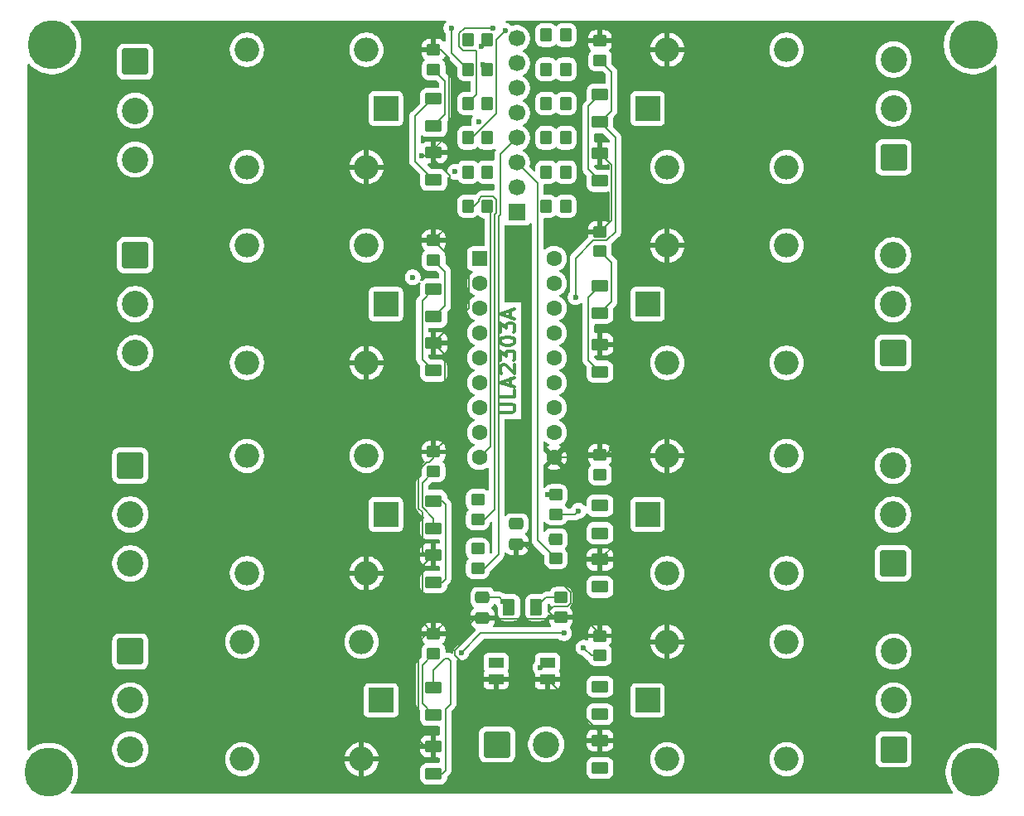
<source format=gbr>
%TF.GenerationSoftware,KiCad,Pcbnew,9.0.1*%
%TF.CreationDate,2025-07-11T18:37:37+05:30*%
%TF.ProjectId,relaymodule,72656c61-796d-46f6-9475-6c652e6b6963,rev?*%
%TF.SameCoordinates,Original*%
%TF.FileFunction,Copper,L1,Top*%
%TF.FilePolarity,Positive*%
%FSLAX46Y46*%
G04 Gerber Fmt 4.6, Leading zero omitted, Abs format (unit mm)*
G04 Created by KiCad (PCBNEW 9.0.1) date 2025-07-11 18:37:37*
%MOMM*%
%LPD*%
G01*
G04 APERTURE LIST*
G04 Aperture macros list*
%AMRoundRect*
0 Rectangle with rounded corners*
0 $1 Rounding radius*
0 $2 $3 $4 $5 $6 $7 $8 $9 X,Y pos of 4 corners*
0 Add a 4 corners polygon primitive as box body*
4,1,4,$2,$3,$4,$5,$6,$7,$8,$9,$2,$3,0*
0 Add four circle primitives for the rounded corners*
1,1,$1+$1,$2,$3*
1,1,$1+$1,$4,$5*
1,1,$1+$1,$6,$7*
1,1,$1+$1,$8,$9*
0 Add four rect primitives between the rounded corners*
20,1,$1+$1,$2,$3,$4,$5,0*
20,1,$1+$1,$4,$5,$6,$7,0*
20,1,$1+$1,$6,$7,$8,$9,0*
20,1,$1+$1,$8,$9,$2,$3,0*%
G04 Aperture macros list end*
%ADD10C,0.300000*%
%TA.AperFunction,NonConductor*%
%ADD11C,0.300000*%
%TD*%
%TA.AperFunction,ComponentPad*%
%ADD12C,0.800000*%
%TD*%
%TA.AperFunction,ComponentPad*%
%ADD13C,5.000000*%
%TD*%
%TA.AperFunction,SMDPad,CuDef*%
%ADD14RoundRect,0.250000X-0.625000X0.375000X-0.625000X-0.375000X0.625000X-0.375000X0.625000X0.375000X0*%
%TD*%
%TA.AperFunction,SMDPad,CuDef*%
%ADD15RoundRect,0.250000X-0.350000X-0.450000X0.350000X-0.450000X0.350000X0.450000X-0.350000X0.450000X0*%
%TD*%
%TA.AperFunction,ComponentPad*%
%ADD16RoundRect,0.250001X1.099999X-1.099999X1.099999X1.099999X-1.099999X1.099999X-1.099999X-1.099999X0*%
%TD*%
%TA.AperFunction,ComponentPad*%
%ADD17C,2.700000*%
%TD*%
%TA.AperFunction,ComponentPad*%
%ADD18R,2.500000X2.500000*%
%TD*%
%TA.AperFunction,ComponentPad*%
%ADD19O,2.500000X2.500000*%
%TD*%
%TA.AperFunction,SMDPad,CuDef*%
%ADD20RoundRect,0.250000X0.450000X-0.350000X0.450000X0.350000X-0.450000X0.350000X-0.450000X-0.350000X0*%
%TD*%
%TA.AperFunction,SMDPad,CuDef*%
%ADD21RoundRect,0.250000X-0.450000X0.350000X-0.450000X-0.350000X0.450000X-0.350000X0.450000X0.350000X0*%
%TD*%
%TA.AperFunction,SMDPad,CuDef*%
%ADD22RoundRect,0.250000X0.475000X-0.337500X0.475000X0.337500X-0.475000X0.337500X-0.475000X-0.337500X0*%
%TD*%
%TA.AperFunction,ComponentPad*%
%ADD23RoundRect,0.250001X-1.099999X1.099999X-1.099999X-1.099999X1.099999X-1.099999X1.099999X1.099999X0*%
%TD*%
%TA.AperFunction,ComponentPad*%
%ADD24RoundRect,0.250000X-0.550000X-0.550000X0.550000X-0.550000X0.550000X0.550000X-0.550000X0.550000X0*%
%TD*%
%TA.AperFunction,ComponentPad*%
%ADD25C,1.600000*%
%TD*%
%TA.AperFunction,SMDPad,CuDef*%
%ADD26RoundRect,0.250000X-0.375000X-0.625000X0.375000X-0.625000X0.375000X0.625000X-0.375000X0.625000X0*%
%TD*%
%TA.AperFunction,ComponentPad*%
%ADD27RoundRect,0.250001X-1.099999X-1.099999X1.099999X-1.099999X1.099999X1.099999X-1.099999X1.099999X0*%
%TD*%
%TA.AperFunction,ComponentPad*%
%ADD28R,1.700000X1.700000*%
%TD*%
%TA.AperFunction,ComponentPad*%
%ADD29C,1.700000*%
%TD*%
%TA.AperFunction,SMDPad,CuDef*%
%ADD30R,1.550000X1.000000*%
%TD*%
%TA.AperFunction,ViaPad*%
%ADD31C,0.600000*%
%TD*%
%TA.AperFunction,Conductor*%
%ADD32C,0.200000*%
%TD*%
G04 APERTURE END LIST*
D10*
D11*
X147485828Y-99945489D02*
X148700114Y-99945489D01*
X148700114Y-99945489D02*
X148842971Y-99874060D01*
X148842971Y-99874060D02*
X148914400Y-99802632D01*
X148914400Y-99802632D02*
X148985828Y-99659774D01*
X148985828Y-99659774D02*
X148985828Y-99374060D01*
X148985828Y-99374060D02*
X148914400Y-99231203D01*
X148914400Y-99231203D02*
X148842971Y-99159774D01*
X148842971Y-99159774D02*
X148700114Y-99088346D01*
X148700114Y-99088346D02*
X147485828Y-99088346D01*
X148985828Y-97659774D02*
X148985828Y-98374060D01*
X148985828Y-98374060D02*
X147485828Y-98374060D01*
X148557257Y-97231202D02*
X148557257Y-96516917D01*
X148985828Y-97374059D02*
X147485828Y-96874059D01*
X147485828Y-96874059D02*
X148985828Y-96374059D01*
X147628685Y-95945488D02*
X147557257Y-95874060D01*
X147557257Y-95874060D02*
X147485828Y-95731203D01*
X147485828Y-95731203D02*
X147485828Y-95374060D01*
X147485828Y-95374060D02*
X147557257Y-95231203D01*
X147557257Y-95231203D02*
X147628685Y-95159774D01*
X147628685Y-95159774D02*
X147771542Y-95088345D01*
X147771542Y-95088345D02*
X147914400Y-95088345D01*
X147914400Y-95088345D02*
X148128685Y-95159774D01*
X148128685Y-95159774D02*
X148985828Y-96016917D01*
X148985828Y-96016917D02*
X148985828Y-95088345D01*
X147485828Y-94588346D02*
X147485828Y-93659774D01*
X147485828Y-93659774D02*
X148057257Y-94159774D01*
X148057257Y-94159774D02*
X148057257Y-93945489D01*
X148057257Y-93945489D02*
X148128685Y-93802632D01*
X148128685Y-93802632D02*
X148200114Y-93731203D01*
X148200114Y-93731203D02*
X148342971Y-93659774D01*
X148342971Y-93659774D02*
X148700114Y-93659774D01*
X148700114Y-93659774D02*
X148842971Y-93731203D01*
X148842971Y-93731203D02*
X148914400Y-93802632D01*
X148914400Y-93802632D02*
X148985828Y-93945489D01*
X148985828Y-93945489D02*
X148985828Y-94374060D01*
X148985828Y-94374060D02*
X148914400Y-94516917D01*
X148914400Y-94516917D02*
X148842971Y-94588346D01*
X147485828Y-92731203D02*
X147485828Y-92588346D01*
X147485828Y-92588346D02*
X147557257Y-92445489D01*
X147557257Y-92445489D02*
X147628685Y-92374061D01*
X147628685Y-92374061D02*
X147771542Y-92302632D01*
X147771542Y-92302632D02*
X148057257Y-92231203D01*
X148057257Y-92231203D02*
X148414400Y-92231203D01*
X148414400Y-92231203D02*
X148700114Y-92302632D01*
X148700114Y-92302632D02*
X148842971Y-92374061D01*
X148842971Y-92374061D02*
X148914400Y-92445489D01*
X148914400Y-92445489D02*
X148985828Y-92588346D01*
X148985828Y-92588346D02*
X148985828Y-92731203D01*
X148985828Y-92731203D02*
X148914400Y-92874061D01*
X148914400Y-92874061D02*
X148842971Y-92945489D01*
X148842971Y-92945489D02*
X148700114Y-93016918D01*
X148700114Y-93016918D02*
X148414400Y-93088346D01*
X148414400Y-93088346D02*
X148057257Y-93088346D01*
X148057257Y-93088346D02*
X147771542Y-93016918D01*
X147771542Y-93016918D02*
X147628685Y-92945489D01*
X147628685Y-92945489D02*
X147557257Y-92874061D01*
X147557257Y-92874061D02*
X147485828Y-92731203D01*
X147485828Y-91731204D02*
X147485828Y-90802632D01*
X147485828Y-90802632D02*
X148057257Y-91302632D01*
X148057257Y-91302632D02*
X148057257Y-91088347D01*
X148057257Y-91088347D02*
X148128685Y-90945490D01*
X148128685Y-90945490D02*
X148200114Y-90874061D01*
X148200114Y-90874061D02*
X148342971Y-90802632D01*
X148342971Y-90802632D02*
X148700114Y-90802632D01*
X148700114Y-90802632D02*
X148842971Y-90874061D01*
X148842971Y-90874061D02*
X148914400Y-90945490D01*
X148914400Y-90945490D02*
X148985828Y-91088347D01*
X148985828Y-91088347D02*
X148985828Y-91516918D01*
X148985828Y-91516918D02*
X148914400Y-91659775D01*
X148914400Y-91659775D02*
X148842971Y-91731204D01*
X148557257Y-90231204D02*
X148557257Y-89516919D01*
X148985828Y-90374061D02*
X147485828Y-89874061D01*
X147485828Y-89874061D02*
X148985828Y-89374061D01*
D12*
%TO.P,H4,1,1*%
%TO.N,GND*%
X194135825Y-136705825D03*
X194685000Y-135380000D03*
X194685000Y-138031650D03*
X196010825Y-134830825D03*
D13*
X196010825Y-136705825D03*
D12*
X196010825Y-138580825D03*
X197336650Y-135380000D03*
X197336650Y-138031650D03*
X197885825Y-136705825D03*
%TD*%
D14*
%TO.P,D1,1,K*%
%TO.N,Net-(D1-K)*%
X140685000Y-67880000D03*
%TO.P,D1,2,A*%
%TO.N,Net-(D1-A)*%
X140685000Y-70680000D03*
%TD*%
D15*
%TO.P,R24,1*%
%TO.N,Net-(J10-Pin_7)*%
X152185000Y-75380000D03*
%TO.P,R24,2*%
%TO.N,GND*%
X154185000Y-75380000D03*
%TD*%
D16*
%TO.P,J6,1,Pin_1*%
%TO.N,Net-(J6-Pin_1)*%
X187635000Y-93880000D03*
D17*
%TO.P,J6,2,Pin_2*%
%TO.N,Net-(J6-Pin_2)*%
X187635000Y-88880000D03*
%TO.P,J6,3,Pin_3*%
%TO.N,Net-(J6-Pin_3)*%
X187635000Y-83880000D03*
%TD*%
D18*
%TO.P,K8,1*%
%TO.N,Net-(J8-Pin_2)*%
X162557500Y-129380000D03*
D19*
%TO.P,K8,2*%
%TO.N,Net-(D15-K)*%
X164557500Y-135380000D03*
%TO.P,K8,3*%
%TO.N,Net-(J8-Pin_1)*%
X176757500Y-135380000D03*
%TO.P,K8,4*%
%TO.N,Net-(J8-Pin_3)*%
X176757500Y-123380000D03*
%TO.P,K8,5*%
%TO.N,VCC*%
X164557500Y-123380000D03*
%TD*%
D14*
%TO.P,D5,1,K*%
%TO.N,Net-(D5-K)*%
X140685000Y-108980000D03*
%TO.P,D5,2,A*%
%TO.N,Net-(D5-A)*%
X140685000Y-111780000D03*
%TD*%
%TO.P,D6,1,K*%
%TO.N,VCC*%
X140685000Y-114480000D03*
%TO.P,D6,2,A*%
%TO.N,Net-(D5-K)*%
X140685000Y-117280000D03*
%TD*%
%TO.P,D11,1,K*%
%TO.N,Net-(D11-K)*%
X157685000Y-86980000D03*
%TO.P,D11,2,A*%
%TO.N,Net-(D11-A)*%
X157685000Y-89780000D03*
%TD*%
D20*
%TO.P,R12,1*%
%TO.N,Net-(J10-Pin_3)*%
X153185000Y-114880000D03*
%TO.P,R12,2*%
%TO.N,Net-(U1-I3)*%
X153185000Y-112880000D03*
%TD*%
D14*
%TO.P,D3,1,K*%
%TO.N,Net-(D3-K)*%
X140685000Y-87380000D03*
%TO.P,D3,2,A*%
%TO.N,Net-(D3-A)*%
X140685000Y-90180000D03*
%TD*%
D16*
%TO.P,J7,1,Pin_1*%
%TO.N,Net-(J7-Pin_1)*%
X187635000Y-115380000D03*
D17*
%TO.P,J7,2,Pin_2*%
%TO.N,Net-(J7-Pin_2)*%
X187635000Y-110380000D03*
%TO.P,J7,3,Pin_3*%
%TO.N,Net-(J7-Pin_3)*%
X187635000Y-105380000D03*
%TD*%
D15*
%TO.P,R16,1*%
%TO.N,Net-(J10-Pin_7)*%
X144185000Y-68380000D03*
%TO.P,R16,2*%
%TO.N,Net-(U1-I7)*%
X146185000Y-68380000D03*
%TD*%
D14*
%TO.P,D7,1,K*%
%TO.N,Net-(D7-K)*%
X140685000Y-128080000D03*
%TO.P,D7,2,A*%
%TO.N,Net-(D7-A)*%
X140685000Y-130880000D03*
%TD*%
D15*
%TO.P,R14,1*%
%TO.N,Net-(J10-Pin_5)*%
X144185000Y-61880000D03*
%TO.P,R14,2*%
%TO.N,Net-(U1-I5)*%
X146185000Y-61880000D03*
%TD*%
D12*
%TO.P,H3,1,1*%
%TO.N,GND*%
X99484175Y-136705825D03*
X100033350Y-135380000D03*
X100033350Y-138031650D03*
X101359175Y-134830825D03*
D13*
X101359175Y-136705825D03*
D12*
X101359175Y-138580825D03*
X102685000Y-135380000D03*
X102685000Y-138031650D03*
X103234175Y-136705825D03*
%TD*%
D21*
%TO.P,R2,1*%
%TO.N,VCC*%
X140685000Y-82380000D03*
%TO.P,R2,2*%
%TO.N,Net-(D3-A)*%
X140685000Y-84380000D03*
%TD*%
D12*
%TO.P,H2,1,1*%
%TO.N,GND*%
X193935000Y-62380000D03*
X194484175Y-61054175D03*
X194484175Y-63705825D03*
X195810000Y-60505000D03*
D13*
X195810000Y-62380000D03*
D12*
X195810000Y-64255000D03*
X197135825Y-61054175D03*
X197135825Y-63705825D03*
X197685000Y-62380000D03*
%TD*%
D22*
%TO.P,C2,1*%
%TO.N,VCC*%
X149147500Y-113417500D03*
%TO.P,C2,2*%
%TO.N,GND*%
X149147500Y-111342500D03*
%TD*%
D23*
%TO.P,J3,1,Pin_1*%
%TO.N,Net-(J3-Pin_1)*%
X109685000Y-105380000D03*
D17*
%TO.P,J3,2,Pin_2*%
%TO.N,Net-(J3-Pin_2)*%
X109685000Y-110380000D03*
%TO.P,J3,3,Pin_3*%
%TO.N,Net-(J3-Pin_3)*%
X109685000Y-115380000D03*
%TD*%
D15*
%TO.P,R19,1*%
%TO.N,Net-(J10-Pin_2)*%
X144185000Y-78880000D03*
%TO.P,R19,2*%
%TO.N,GND*%
X146185000Y-78880000D03*
%TD*%
D21*
%TO.P,R8,1*%
%TO.N,VCC*%
X157685000Y-122780000D03*
%TO.P,R8,2*%
%TO.N,Net-(D15-A)*%
X157685000Y-124780000D03*
%TD*%
D18*
%TO.P,K1,1*%
%TO.N,Net-(J1-Pin_2)*%
X135812500Y-68880000D03*
D19*
%TO.P,K1,2*%
%TO.N,Net-(D1-K)*%
X133812500Y-62880000D03*
%TO.P,K1,3*%
%TO.N,Net-(J1-Pin_1)*%
X121612500Y-62880000D03*
%TO.P,K1,4*%
%TO.N,Net-(J1-Pin_3)*%
X121612500Y-74880000D03*
%TO.P,K1,5*%
%TO.N,VCC*%
X133812500Y-74880000D03*
%TD*%
D14*
%TO.P,D14,1,K*%
%TO.N,VCC*%
X157685000Y-114980000D03*
%TO.P,D14,2,A*%
%TO.N,Net-(D13-K)*%
X157685000Y-117780000D03*
%TD*%
%TO.P,D9,1,K*%
%TO.N,Net-(D10-A)*%
X157685000Y-67480000D03*
%TO.P,D9,2,A*%
%TO.N,Net-(D9-A)*%
X157685000Y-70280000D03*
%TD*%
D15*
%TO.P,R20,1*%
%TO.N,Net-(J10-Pin_3)*%
X152185000Y-61380000D03*
%TO.P,R20,2*%
%TO.N,GND*%
X154185000Y-61380000D03*
%TD*%
D23*
%TO.P,J1,1,Pin_1*%
%TO.N,Net-(J1-Pin_1)*%
X110185000Y-64102500D03*
D17*
%TO.P,J1,2,Pin_2*%
%TO.N,Net-(J1-Pin_2)*%
X110185000Y-69102500D03*
%TO.P,J1,3,Pin_3*%
%TO.N,Net-(J1-Pin_3)*%
X110185000Y-74102500D03*
%TD*%
D24*
%TO.P,U1,1,I1*%
%TO.N,Net-(U1-I1)*%
X145380000Y-84220000D03*
D25*
%TO.P,U1,2,I2*%
%TO.N,Net-(U1-I2)*%
X145380000Y-86760000D03*
%TO.P,U1,3,I3*%
%TO.N,Net-(U1-I3)*%
X145380000Y-89300000D03*
%TO.P,U1,4,I4*%
%TO.N,Net-(U1-I4)*%
X145380000Y-91840000D03*
%TO.P,U1,5,I5*%
%TO.N,Net-(U1-I5)*%
X145380000Y-94380000D03*
%TO.P,U1,6,I6*%
%TO.N,Net-(U1-I6)*%
X145380000Y-96920000D03*
%TO.P,U1,7,I7*%
%TO.N,Net-(U1-I7)*%
X145380000Y-99460000D03*
%TO.P,U1,8,I8*%
%TO.N,Net-(U1-I8)*%
X145380000Y-102000000D03*
%TO.P,U1,9,GND*%
%TO.N,GND*%
X145380000Y-104540000D03*
%TO.P,U1,10,COM*%
%TO.N,VCC*%
X153000000Y-104540000D03*
%TO.P,U1,11,O8*%
%TO.N,Net-(D15-A)*%
X153000000Y-102000000D03*
%TO.P,U1,12,O7*%
%TO.N,Net-(D13-A)*%
X153000000Y-99460000D03*
%TO.P,U1,13,O6*%
%TO.N,Net-(D11-A)*%
X153000000Y-96920000D03*
%TO.P,U1,14,O5*%
%TO.N,Net-(D9-A)*%
X153000000Y-94380000D03*
%TO.P,U1,15,O4*%
%TO.N,Net-(D7-A)*%
X153000000Y-91840000D03*
%TO.P,U1,16,O3*%
%TO.N,Net-(D5-A)*%
X153000000Y-89300000D03*
%TO.P,U1,17,O2*%
%TO.N,Net-(D3-A)*%
X153000000Y-86760000D03*
%TO.P,U1,18,O1*%
%TO.N,Net-(D1-A)*%
X153000000Y-84220000D03*
%TD*%
D15*
%TO.P,R23,1*%
%TO.N,Net-(J10-Pin_6)*%
X152185000Y-71880000D03*
%TO.P,R23,2*%
%TO.N,GND*%
X154185000Y-71880000D03*
%TD*%
D26*
%TO.P,D17,1,K*%
%TO.N,GND*%
X148385000Y-119880000D03*
%TO.P,D17,2,A*%
%TO.N,Net-(D17-A)*%
X151185000Y-119880000D03*
%TD*%
D20*
%TO.P,R11,1*%
%TO.N,Net-(J10-Pin_2)*%
X145185000Y-110880000D03*
%TO.P,R11,2*%
%TO.N,Net-(U1-I2)*%
X145185000Y-108880000D03*
%TD*%
D15*
%TO.P,R17,1*%
%TO.N,Net-(J10-Pin_8)*%
X144185000Y-71880000D03*
%TO.P,R17,2*%
%TO.N,Net-(U1-I8)*%
X146185000Y-71880000D03*
%TD*%
D22*
%TO.P,C1,1*%
%TO.N,VCC*%
X145685000Y-120955000D03*
%TO.P,C1,2*%
%TO.N,GND*%
X145685000Y-118880000D03*
%TD*%
D15*
%TO.P,R15,1*%
%TO.N,Net-(J10-Pin_6)*%
X144185000Y-64880000D03*
%TO.P,R15,2*%
%TO.N,Net-(U1-I6)*%
X146185000Y-64880000D03*
%TD*%
D21*
%TO.P,R7,1*%
%TO.N,VCC*%
X157685000Y-104280000D03*
%TO.P,R7,2*%
%TO.N,Net-(D13-A)*%
X157685000Y-106280000D03*
%TD*%
D16*
%TO.P,J8,1,Pin_1*%
%TO.N,Net-(J8-Pin_1)*%
X187685000Y-134380000D03*
D17*
%TO.P,J8,2,Pin_2*%
%TO.N,Net-(J8-Pin_2)*%
X187685000Y-129380000D03*
%TO.P,J8,3,Pin_3*%
%TO.N,Net-(J8-Pin_3)*%
X187685000Y-124380000D03*
%TD*%
D14*
%TO.P,D13,1,K*%
%TO.N,Net-(D13-K)*%
X157685000Y-109480000D03*
%TO.P,D13,2,A*%
%TO.N,Net-(D13-A)*%
X157685000Y-112280000D03*
%TD*%
D18*
%TO.P,K6,1*%
%TO.N,Net-(J6-Pin_2)*%
X162557500Y-88880000D03*
D19*
%TO.P,K6,2*%
%TO.N,Net-(D11-K)*%
X164557500Y-94880000D03*
%TO.P,K6,3*%
%TO.N,Net-(J6-Pin_1)*%
X176757500Y-94880000D03*
%TO.P,K6,4*%
%TO.N,Net-(J6-Pin_3)*%
X176757500Y-82880000D03*
%TO.P,K6,5*%
%TO.N,VCC*%
X164557500Y-82880000D03*
%TD*%
D18*
%TO.P,K7,1*%
%TO.N,Net-(J7-Pin_2)*%
X162557500Y-110380000D03*
D19*
%TO.P,K7,2*%
%TO.N,Net-(D13-K)*%
X164557500Y-116380000D03*
%TO.P,K7,3*%
%TO.N,Net-(J7-Pin_1)*%
X176757500Y-116380000D03*
%TO.P,K7,4*%
%TO.N,Net-(J7-Pin_3)*%
X176757500Y-104380000D03*
%TO.P,K7,5*%
%TO.N,VCC*%
X164557500Y-104380000D03*
%TD*%
D14*
%TO.P,D4,1,K*%
%TO.N,VCC*%
X140685000Y-92880000D03*
%TO.P,D4,2,A*%
%TO.N,Net-(D3-K)*%
X140685000Y-95680000D03*
%TD*%
D20*
%TO.P,R13,1*%
%TO.N,Net-(J10-Pin_4)*%
X145185000Y-115880000D03*
%TO.P,R13,2*%
%TO.N,Net-(U1-I4)*%
X145185000Y-113880000D03*
%TD*%
D21*
%TO.P,R5,1*%
%TO.N,VCC*%
X157685000Y-61980000D03*
%TO.P,R5,2*%
%TO.N,Net-(D9-A)*%
X157685000Y-63980000D03*
%TD*%
D12*
%TO.P,H1,1,1*%
%TO.N,GND*%
X99810000Y-62380000D03*
X100359175Y-61054175D03*
X100359175Y-63705825D03*
X101685000Y-60505000D03*
D13*
X101685000Y-62380000D03*
D12*
X101685000Y-64255000D03*
X103010825Y-61054175D03*
X103010825Y-63705825D03*
X103560000Y-62380000D03*
%TD*%
D14*
%TO.P,D2,1,K*%
%TO.N,VCC*%
X140685000Y-73380000D03*
%TO.P,D2,2,A*%
%TO.N,Net-(D1-K)*%
X140685000Y-76180000D03*
%TD*%
%TO.P,D10,1,K*%
%TO.N,VCC*%
X157685000Y-73480000D03*
%TO.P,D10,2,A*%
%TO.N,Net-(D10-A)*%
X157685000Y-76280000D03*
%TD*%
D23*
%TO.P,J2,1,Pin_1*%
%TO.N,Net-(J2-Pin_1)*%
X110185000Y-83880000D03*
D17*
%TO.P,J2,2,Pin_2*%
%TO.N,Net-(J2-Pin_2)*%
X110185000Y-88880000D03*
%TO.P,J2,3,Pin_3*%
%TO.N,Net-(J2-Pin_3)*%
X110185000Y-93880000D03*
%TD*%
D18*
%TO.P,K5,1*%
%TO.N,Net-(J5-Pin_2)*%
X162557500Y-68880000D03*
D19*
%TO.P,K5,2*%
%TO.N,Net-(D10-A)*%
X164557500Y-74880000D03*
%TO.P,K5,3*%
%TO.N,Net-(J5-Pin_1)*%
X176757500Y-74880000D03*
%TO.P,K5,4*%
%TO.N,Net-(J5-Pin_3)*%
X176757500Y-62880000D03*
%TO.P,K5,5*%
%TO.N,VCC*%
X164557500Y-62880000D03*
%TD*%
D14*
%TO.P,D12,1,K*%
%TO.N,VCC*%
X157685000Y-92980000D03*
%TO.P,D12,2,A*%
%TO.N,Net-(D11-K)*%
X157685000Y-95780000D03*
%TD*%
D15*
%TO.P,R22,1*%
%TO.N,Net-(J10-Pin_5)*%
X152185000Y-68380000D03*
%TO.P,R22,2*%
%TO.N,GND*%
X154185000Y-68380000D03*
%TD*%
D21*
%TO.P,R3,1*%
%TO.N,VCC*%
X140685000Y-103980000D03*
%TO.P,R3,2*%
%TO.N,Net-(D5-A)*%
X140685000Y-105980000D03*
%TD*%
D15*
%TO.P,R21,1*%
%TO.N,Net-(J10-Pin_4)*%
X152185000Y-64880000D03*
%TO.P,R21,2*%
%TO.N,GND*%
X154185000Y-64880000D03*
%TD*%
D16*
%TO.P,J5,1,Pin_1*%
%TO.N,Net-(J5-Pin_1)*%
X187685000Y-73880000D03*
D17*
%TO.P,J5,2,Pin_2*%
%TO.N,Net-(J5-Pin_2)*%
X187685000Y-68880000D03*
%TO.P,J5,3,Pin_3*%
%TO.N,Net-(J5-Pin_3)*%
X187685000Y-63880000D03*
%TD*%
D27*
%TO.P,J9,1,Pin_1*%
%TO.N,Net-(J9-Pin_1)*%
X147185000Y-133880000D03*
D17*
%TO.P,J9,2,Pin_2*%
%TO.N,GND*%
X152185000Y-133880000D03*
%TD*%
D20*
%TO.P,R10,1*%
%TO.N,Net-(J10-Pin_1)*%
X153185000Y-110380000D03*
%TO.P,R10,2*%
%TO.N,Net-(U1-I1)*%
X153185000Y-108380000D03*
%TD*%
D15*
%TO.P,R18,1*%
%TO.N,Net-(J10-Pin_1)*%
X144185000Y-75380000D03*
%TO.P,R18,2*%
%TO.N,GND*%
X146185000Y-75380000D03*
%TD*%
D18*
%TO.P,K3,1*%
%TO.N,Net-(J3-Pin_2)*%
X135812500Y-110380000D03*
D19*
%TO.P,K3,2*%
%TO.N,Net-(D5-K)*%
X133812500Y-104380000D03*
%TO.P,K3,3*%
%TO.N,Net-(J3-Pin_1)*%
X121612500Y-104380000D03*
%TO.P,K3,4*%
%TO.N,Net-(J3-Pin_3)*%
X121612500Y-116380000D03*
%TO.P,K3,5*%
%TO.N,VCC*%
X133812500Y-116380000D03*
%TD*%
D21*
%TO.P,R1,1*%
%TO.N,VCC*%
X140685000Y-62880000D03*
%TO.P,R1,2*%
%TO.N,Net-(D1-A)*%
X140685000Y-64880000D03*
%TD*%
D14*
%TO.P,D16,1,K*%
%TO.N,VCC*%
X157685000Y-133480000D03*
%TO.P,D16,2,A*%
%TO.N,Net-(D15-K)*%
X157685000Y-136280000D03*
%TD*%
D20*
%TO.P,R9,1*%
%TO.N,VCC*%
X153685000Y-120880000D03*
%TO.P,R9,2*%
%TO.N,Net-(D17-A)*%
X153685000Y-118880000D03*
%TD*%
D23*
%TO.P,J4,1,Pin_1*%
%TO.N,Net-(J4-Pin_1)*%
X109685000Y-124380000D03*
D17*
%TO.P,J4,2,Pin_2*%
%TO.N,Net-(J4-Pin_2)*%
X109685000Y-129380000D03*
%TO.P,J4,3,Pin_3*%
%TO.N,Net-(J4-Pin_3)*%
X109685000Y-134380000D03*
%TD*%
D18*
%TO.P,K4,1*%
%TO.N,Net-(J4-Pin_2)*%
X135312500Y-129380000D03*
D19*
%TO.P,K4,2*%
%TO.N,Net-(D7-K)*%
X133312500Y-123380000D03*
%TO.P,K4,3*%
%TO.N,Net-(J4-Pin_1)*%
X121112500Y-123380000D03*
%TO.P,K4,4*%
%TO.N,Net-(J4-Pin_3)*%
X121112500Y-135380000D03*
%TO.P,K4,5*%
%TO.N,VCC*%
X133312500Y-135380000D03*
%TD*%
D14*
%TO.P,D15,1,K*%
%TO.N,Net-(D15-K)*%
X157685000Y-127980000D03*
%TO.P,D15,2,A*%
%TO.N,Net-(D15-A)*%
X157685000Y-130780000D03*
%TD*%
D15*
%TO.P,R25,1*%
%TO.N,Net-(J10-Pin_8)*%
X152185000Y-78880000D03*
%TO.P,R25,2*%
%TO.N,GND*%
X154185000Y-78880000D03*
%TD*%
D14*
%TO.P,D8,1,K*%
%TO.N,VCC*%
X140685000Y-134080000D03*
%TO.P,D8,2,A*%
%TO.N,Net-(D7-K)*%
X140685000Y-136880000D03*
%TD*%
D28*
%TO.P,J10,1,Pin_1*%
%TO.N,Net-(J10-Pin_1)*%
X149185000Y-79500000D03*
D29*
%TO.P,J10,2,Pin_2*%
%TO.N,Net-(J10-Pin_2)*%
X149185000Y-76960000D03*
%TO.P,J10,3,Pin_3*%
%TO.N,Net-(J10-Pin_3)*%
X149185000Y-74420000D03*
%TO.P,J10,4,Pin_4*%
%TO.N,Net-(J10-Pin_4)*%
X149185000Y-71880000D03*
%TO.P,J10,5,Pin_5*%
%TO.N,Net-(J10-Pin_5)*%
X149185000Y-69340000D03*
%TO.P,J10,6,Pin_6*%
%TO.N,Net-(J10-Pin_6)*%
X149185000Y-66800000D03*
%TO.P,J10,7,Pin_7*%
%TO.N,Net-(J10-Pin_7)*%
X149185000Y-64260000D03*
%TO.P,J10,8,Pin_8*%
%TO.N,Net-(J10-Pin_8)*%
X149185000Y-61720000D03*
%TD*%
D30*
%TO.P,SW1,1,A*%
%TO.N,Net-(J9-Pin_1)*%
X147060000Y-125530000D03*
X152310000Y-125530000D03*
%TO.P,SW1,2,B*%
%TO.N,VCC*%
X147060000Y-127230000D03*
X152310000Y-127230000D03*
%TD*%
D21*
%TO.P,R6,1*%
%TO.N,VCC*%
X157685000Y-81480000D03*
%TO.P,R6,2*%
%TO.N,Net-(D11-A)*%
X157685000Y-83480000D03*
%TD*%
%TO.P,R4,1*%
%TO.N,VCC*%
X140685000Y-122580000D03*
%TO.P,R4,2*%
%TO.N,Net-(D7-A)*%
X140685000Y-124580000D03*
%TD*%
D18*
%TO.P,K2,1*%
%TO.N,Net-(J2-Pin_2)*%
X135812500Y-88880000D03*
D19*
%TO.P,K2,2*%
%TO.N,Net-(D3-K)*%
X133812500Y-82880000D03*
%TO.P,K2,3*%
%TO.N,Net-(J2-Pin_1)*%
X121612500Y-82880000D03*
%TO.P,K2,4*%
%TO.N,Net-(J2-Pin_3)*%
X121612500Y-94880000D03*
%TO.P,K2,5*%
%TO.N,VCC*%
X133812500Y-94880000D03*
%TD*%
D31*
%TO.N,Net-(D15-A)*%
X156000000Y-124000000D03*
%TO.N,Net-(D13-A)*%
X157685000Y-106280000D03*
%TO.N,Net-(D11-A)*%
X157685000Y-89780000D03*
%TO.N,Net-(D9-A)*%
X155183830Y-88183830D03*
%TO.N,Net-(D7-A)*%
X140685000Y-124580000D03*
X143500000Y-124500000D03*
X154000000Y-122500000D03*
%TO.N,Net-(D5-A)*%
X140685000Y-105980000D03*
%TO.N,Net-(D3-A)*%
X140685000Y-84380000D03*
%TO.N,Net-(D1-A)*%
X140685000Y-70680000D03*
%TO.N,VCC*%
X149147500Y-113417500D03*
X140685000Y-134080000D03*
X157950000Y-122825971D03*
X158827585Y-103666283D03*
X139429424Y-73677090D03*
X157685000Y-73480000D03*
X157685000Y-61980000D03*
X140685000Y-92880000D03*
X159936000Y-92813465D03*
X140685000Y-114480000D03*
X157685000Y-81480000D03*
%TO.N,GND*%
X147760037Y-119255037D03*
X145685000Y-118880000D03*
X149147500Y-111342500D03*
%TO.N,Net-(D1-K)*%
X140685000Y-67780000D03*
%TO.N,Net-(D3-K)*%
X138550000Y-86137421D03*
%TO.N,Net-(D5-K)*%
X140685000Y-108980000D03*
%TO.N,Net-(D7-K)*%
X140685000Y-128080000D03*
%TO.N,Net-(D10-A)*%
X157685000Y-76280000D03*
%TO.N,Net-(D11-K)*%
X157685000Y-95780000D03*
X157685000Y-86980000D03*
%TO.N,Net-(D13-K)*%
X157685000Y-109480000D03*
X157950000Y-117780000D03*
%TO.N,Net-(D15-K)*%
X157685000Y-127980000D03*
X157685000Y-136280000D03*
%TO.N,Net-(J9-Pin_1)*%
X151600760Y-126004924D03*
X147058203Y-125699964D03*
%TO.N,Net-(J10-Pin_6)*%
X142500000Y-60650000D03*
X152185000Y-71880000D03*
%TO.N,Net-(J10-Pin_3)*%
X152202676Y-61466972D03*
%TO.N,Net-(J10-Pin_2)*%
X144185000Y-78880000D03*
%TO.N,Net-(J10-Pin_1)*%
X155500000Y-110000000D03*
X142874825Y-75359751D03*
%TO.N,Net-(J10-Pin_8)*%
X152185000Y-78880000D03*
X148001893Y-60917346D03*
%TO.N,Net-(J10-Pin_5)*%
X144185000Y-61880000D03*
X152185000Y-68380000D03*
%TO.N,Net-(J10-Pin_7)*%
X152185000Y-75380000D03*
X146731598Y-60653432D03*
%TO.N,Net-(J10-Pin_4)*%
X152185000Y-64880000D03*
%TO.N,Net-(U1-I1)*%
X152350000Y-108380000D03*
%TO.N,Net-(U1-I2)*%
X145185000Y-108880000D03*
%TO.N,Net-(U1-I3)*%
X152651000Y-112880000D03*
%TO.N,Net-(U1-I4)*%
X145185000Y-113880000D03*
%TO.N,Net-(U1-I5)*%
X145594560Y-62541922D03*
%TO.N,Net-(U1-I6)*%
X145736000Y-64434907D03*
%TO.N,Net-(U1-I7)*%
X145320258Y-70239342D03*
%TO.N,Net-(U1-I8)*%
X146185000Y-71880000D03*
%TD*%
D32*
%TO.N,Net-(D15-A)*%
X156000000Y-124000000D02*
X156780000Y-124780000D01*
%TO.N,VCC*%
X156004029Y-120880000D02*
X157950000Y-122825971D01*
X153685000Y-120880000D02*
X156004029Y-120880000D01*
%TO.N,Net-(D15-A)*%
X156780000Y-124780000D02*
X157685000Y-124780000D01*
%TO.N,VCC*%
X157953868Y-104540000D02*
X158827585Y-103666283D01*
X153000000Y-104540000D02*
X157953868Y-104540000D01*
X157685000Y-114980000D02*
X159500000Y-113165000D01*
X159936000Y-92813465D02*
X159250000Y-93499465D01*
X159500000Y-104338698D02*
X158827585Y-103666283D01*
X159250000Y-103243868D02*
X158827585Y-103666283D01*
X159500000Y-113165000D02*
X159500000Y-104338698D01*
X159250000Y-93499465D02*
X159250000Y-103243868D01*
%TO.N,Net-(D9-A)*%
X159262000Y-81489160D02*
X159262000Y-71857000D01*
X156999840Y-82381000D02*
X158370160Y-82381000D01*
X155183830Y-88183830D02*
X155183830Y-84197010D01*
X158370160Y-82381000D02*
X159262000Y-81489160D01*
X159262000Y-71857000D02*
X157685000Y-70280000D01*
X155183830Y-84197010D02*
X156999840Y-82381000D01*
%TO.N,Net-(D7-A)*%
X145500000Y-122500000D02*
X143500000Y-124500000D01*
X154000000Y-122500000D02*
X145500000Y-122500000D01*
%TO.N,VCC*%
X144960000Y-120955000D02*
X145685000Y-120955000D01*
X144350000Y-121565000D02*
X144960000Y-120955000D01*
X144350000Y-122730761D02*
X144350000Y-121565000D01*
X142850000Y-124230761D02*
X144350000Y-122730761D01*
X142850000Y-124769239D02*
X142850000Y-124230761D01*
X147060000Y-127230000D02*
X145310761Y-127230000D01*
%TO.N,GND*%
X145685000Y-118880000D02*
X147385000Y-118880000D01*
%TO.N,VCC*%
X145310761Y-127230000D02*
X142850000Y-124769239D01*
%TO.N,GND*%
X147385000Y-118880000D02*
X147760037Y-119255037D01*
%TO.N,Net-(J10-Pin_6)*%
X142500000Y-63195000D02*
X142500000Y-60650000D01*
%TO.N,Net-(J10-Pin_7)*%
X143825408Y-60653432D02*
X146731598Y-60653432D01*
X143284000Y-61194840D02*
X143825408Y-60653432D01*
X143284000Y-62565160D02*
X143284000Y-61194840D01*
X143671441Y-62952601D02*
X143284000Y-62565160D01*
X145086000Y-62952601D02*
X143671441Y-62952601D01*
X145086000Y-67479000D02*
X145086000Y-62952601D01*
X144185000Y-68380000D02*
X145086000Y-67479000D01*
%TO.N,Net-(J10-Pin_6)*%
X144185000Y-64880000D02*
X142500000Y-63195000D01*
%TO.N,Net-(J10-Pin_8)*%
X147086000Y-61833239D02*
X148001893Y-60917346D01*
X147086000Y-69392840D02*
X147086000Y-61833239D01*
X144185000Y-71880000D02*
X144598840Y-71880000D01*
X144598840Y-71880000D02*
X147086000Y-69392840D01*
%TO.N,Net-(D1-K)*%
X138779424Y-69685576D02*
X140685000Y-67780000D01*
X138779424Y-74274424D02*
X138779424Y-69685576D01*
X140685000Y-76180000D02*
X138779424Y-74274424D01*
%TO.N,VCC*%
X140270576Y-73677090D02*
X139429424Y-73677090D01*
X142318058Y-75724572D02*
X140270576Y-73677090D01*
X142318058Y-80746942D02*
X142318058Y-75724572D01*
X140052911Y-73677090D02*
X139429424Y-73677090D01*
X142261000Y-71469001D02*
X140052911Y-73677090D01*
X142261000Y-63756000D02*
X142261000Y-71469001D01*
X141385000Y-62880000D02*
X142261000Y-63756000D01*
X140685000Y-62880000D02*
X141385000Y-62880000D01*
X140685000Y-82380000D02*
X142318058Y-80746942D01*
X152985000Y-120880000D02*
X152400000Y-120295000D01*
X152400000Y-120281000D02*
X152900000Y-119781000D01*
X157685000Y-73480000D02*
X158861000Y-74656000D01*
X139985000Y-122580000D02*
X139109000Y-123456000D01*
X153685000Y-120880000D02*
X152985000Y-120880000D01*
X139509000Y-121404000D02*
X139509000Y-115656000D01*
X152310000Y-127230000D02*
X147060000Y-127230000D01*
X149872500Y-113417500D02*
X149147500Y-113417500D01*
X145786000Y-121056000D02*
X153509000Y-121056000D01*
X139109000Y-123456000D02*
X139109000Y-133379000D01*
X145685000Y-120955000D02*
X142310000Y-120955000D01*
X140186000Y-105079000D02*
X139999840Y-105079000D01*
X139108000Y-105970840D02*
X139108000Y-109756260D01*
X139509000Y-114179000D02*
X139810000Y-114480000D01*
X140685000Y-103980000D02*
X140685000Y-104580000D01*
X158861000Y-74656000D02*
X158861000Y-80304000D01*
X139509000Y-115656000D02*
X140685000Y-114480000D01*
X154686000Y-118294840D02*
X152400000Y-116008840D01*
X140685000Y-82380000D02*
X144279000Y-85974000D01*
X157685000Y-132605000D02*
X152310000Y-127230000D01*
X154686000Y-119465160D02*
X154686000Y-118294840D01*
X140685000Y-122580000D02*
X139985000Y-122580000D01*
X152400000Y-115945000D02*
X149872500Y-113417500D01*
X152900000Y-119781000D02*
X154370160Y-119781000D01*
X152400000Y-120295000D02*
X152400000Y-120281000D01*
X139810000Y-114480000D02*
X140685000Y-114480000D01*
X157685000Y-133480000D02*
X157685000Y-132605000D01*
X152400000Y-116008840D02*
X152400000Y-115945000D01*
X141861000Y-94056000D02*
X140685000Y-92880000D01*
X153509000Y-121056000D02*
X153685000Y-120880000D01*
X139108000Y-109756260D02*
X139509000Y-110157260D01*
X144279000Y-85974000D02*
X144279000Y-89286000D01*
X141861000Y-102804000D02*
X141861000Y-94056000D01*
X140685000Y-122580000D02*
X139509000Y-121404000D01*
X145685000Y-120955000D02*
X145786000Y-121056000D01*
X139999840Y-105079000D02*
X139108000Y-105970840D01*
X139810000Y-134080000D02*
X140685000Y-134080000D01*
X139509000Y-110157260D02*
X139509000Y-114179000D01*
X140685000Y-103980000D02*
X141861000Y-102804000D01*
X154370160Y-119781000D02*
X154686000Y-119465160D01*
X142310000Y-120955000D02*
X140685000Y-122580000D01*
X139109000Y-133379000D02*
X139810000Y-134080000D01*
X140685000Y-104580000D02*
X140186000Y-105079000D01*
X158861000Y-80304000D02*
X157685000Y-81480000D01*
X144279000Y-89286000D02*
X140685000Y-92880000D01*
%TO.N,GND*%
X146481000Y-103439000D02*
X146481000Y-79176000D01*
X145380000Y-104540000D02*
X146481000Y-103439000D01*
X146481000Y-79176000D02*
X146185000Y-78880000D01*
%TO.N,Net-(D1-A)*%
X140685000Y-70680000D02*
X141861000Y-69504000D01*
X141861000Y-66056000D02*
X140685000Y-64880000D01*
X141861000Y-69504000D02*
X141861000Y-66056000D01*
%TO.N,Net-(D3-K)*%
X139509000Y-88556000D02*
X140685000Y-87380000D01*
X140685000Y-95680000D02*
X139509000Y-94504000D01*
X139509000Y-94504000D02*
X139509000Y-88556000D01*
%TO.N,Net-(D3-A)*%
X141861000Y-85556000D02*
X140685000Y-84380000D01*
X140685000Y-90180000D02*
X141861000Y-89004000D01*
X141861000Y-89004000D02*
X141861000Y-85556000D01*
%TO.N,Net-(D5-K)*%
X141560000Y-108980000D02*
X140685000Y-108980000D01*
X141900000Y-109320000D02*
X141560000Y-108980000D01*
X140685000Y-117280000D02*
X141560000Y-117280000D01*
X141900000Y-116940000D02*
X141900000Y-109320000D01*
X141560000Y-117280000D02*
X141900000Y-116940000D01*
%TO.N,Net-(D5-A)*%
X140685000Y-110766160D02*
X139509000Y-109590160D01*
X139509000Y-109590160D02*
X139509000Y-107156000D01*
X140685000Y-111780000D02*
X140685000Y-110766160D01*
X139509000Y-107156000D02*
X140685000Y-105980000D01*
%TO.N,Net-(D7-K)*%
X141900000Y-136540000D02*
X141900000Y-130230686D01*
X140685000Y-136880000D02*
X141560000Y-136880000D01*
X141560000Y-136880000D02*
X141900000Y-136540000D01*
X141900000Y-130230686D02*
X142400000Y-129730686D01*
X141834315Y-125100000D02*
X140685000Y-126249315D01*
X142165685Y-125100000D02*
X141834315Y-125100000D01*
X140685000Y-126249315D02*
X140685000Y-128080000D01*
X142400000Y-125334315D02*
X142165685Y-125100000D01*
X142400000Y-129730686D02*
X142400000Y-125334315D01*
%TO.N,Net-(D7-A)*%
X139509000Y-129704000D02*
X139509000Y-125756000D01*
X140685000Y-130880000D02*
X139509000Y-129704000D01*
X139509000Y-125756000D02*
X140685000Y-124580000D01*
%TO.N,Net-(D10-A)*%
X156509000Y-75104000D02*
X157685000Y-76280000D01*
X156509000Y-68656000D02*
X156509000Y-75104000D01*
X157685000Y-67480000D02*
X156509000Y-68656000D01*
%TO.N,Net-(D9-A)*%
X158861000Y-65156000D02*
X158861000Y-69104000D01*
X157685000Y-63980000D02*
X158861000Y-65156000D01*
X158861000Y-69104000D02*
X157685000Y-70280000D01*
%TO.N,Net-(D11-A)*%
X157685000Y-83480000D02*
X158861000Y-84656000D01*
X158861000Y-84656000D02*
X158861000Y-88604000D01*
X158861000Y-88604000D02*
X157685000Y-89780000D01*
%TO.N,Net-(D11-K)*%
X156509000Y-94604000D02*
X156509000Y-88156000D01*
X157685000Y-95780000D02*
X156509000Y-94604000D01*
X156509000Y-88156000D02*
X157685000Y-86980000D01*
%TO.N,Net-(D17-A)*%
X151185000Y-119880000D02*
X152185000Y-118880000D01*
X152185000Y-118880000D02*
X153685000Y-118880000D01*
%TO.N,Net-(J10-Pin_3)*%
X151284000Y-76519000D02*
X149185000Y-74420000D01*
X151284000Y-112979000D02*
X151284000Y-76519000D01*
X153185000Y-114880000D02*
X151284000Y-112979000D01*
%TO.N,Net-(J10-Pin_2)*%
X146900000Y-109865000D02*
X146900000Y-79751160D01*
X145885000Y-110880000D02*
X146900000Y-109865000D01*
X146900000Y-79751160D02*
X147086000Y-79565160D01*
X147086000Y-79565160D02*
X147086000Y-78194840D01*
X145284000Y-78194840D02*
X145284000Y-78381000D01*
X145599840Y-77879000D02*
X145284000Y-78194840D01*
X146770160Y-77879000D02*
X145599840Y-77879000D01*
X145284000Y-78381000D02*
X144785000Y-78880000D01*
X145185000Y-110880000D02*
X145885000Y-110880000D01*
X144785000Y-78880000D02*
X144185000Y-78880000D01*
X147086000Y-78194840D02*
X146770160Y-77879000D01*
%TO.N,Net-(J10-Pin_1)*%
X155120000Y-110380000D02*
X153185000Y-110380000D01*
X155500000Y-110000000D02*
X155120000Y-110380000D01*
%TO.N,Net-(J10-Pin_4)*%
X147300000Y-114465000D02*
X147300000Y-79916846D01*
X145885000Y-115880000D02*
X147300000Y-114465000D01*
X147486000Y-73579000D02*
X149185000Y-71880000D01*
X147486000Y-79730845D02*
X147486000Y-73579000D01*
X145185000Y-115880000D02*
X145885000Y-115880000D01*
X147300000Y-79916846D02*
X147486000Y-79730845D01*
%TD*%
%TA.AperFunction,Conductor*%
%TO.N,VCC*%
G36*
X152499621Y-119517124D02*
G01*
X152555555Y-119558994D01*
X152561826Y-119568205D01*
X152642288Y-119698656D01*
X152736794Y-119793162D01*
X152737250Y-119793628D01*
X152753362Y-119823912D01*
X152769789Y-119853995D01*
X152769739Y-119854692D01*
X152770068Y-119855311D01*
X152767250Y-119889486D01*
X152764805Y-119923687D01*
X152764376Y-119924353D01*
X152764328Y-119924944D01*
X152762268Y-119927633D01*
X152736305Y-119968034D01*
X152642682Y-120061657D01*
X152550643Y-120210875D01*
X152547592Y-120217421D01*
X152545192Y-120216302D01*
X152512397Y-120263633D01*
X152447872Y-120290433D01*
X152379100Y-120278093D01*
X152327918Y-120230531D01*
X152310499Y-120167158D01*
X152310499Y-119655098D01*
X152319142Y-119625664D01*
X152325665Y-119595675D01*
X152329421Y-119590656D01*
X152330184Y-119588060D01*
X152346816Y-119567420D01*
X152368607Y-119545628D01*
X152429929Y-119512141D01*
X152499621Y-119517124D01*
G37*
%TD.AperFunction*%
%TA.AperFunction,Conductor*%
G36*
X157976940Y-71425184D02*
G01*
X157997582Y-71441818D01*
X158625181Y-72069416D01*
X158658666Y-72130739D01*
X158661500Y-72157097D01*
X158661500Y-72259651D01*
X158641815Y-72326690D01*
X158589011Y-72372445D01*
X158519853Y-72382389D01*
X158498497Y-72377357D01*
X158462700Y-72365495D01*
X158462690Y-72365493D01*
X158359986Y-72355000D01*
X157935000Y-72355000D01*
X157935000Y-74604999D01*
X158359972Y-74604999D01*
X158359986Y-74604998D01*
X158462695Y-74594506D01*
X158498495Y-74582643D01*
X158568324Y-74580241D01*
X158628366Y-74615972D01*
X158659559Y-74678492D01*
X158661500Y-74700349D01*
X158661500Y-75059124D01*
X158641815Y-75126163D01*
X158589011Y-75171918D01*
X158519853Y-75181862D01*
X158498498Y-75176831D01*
X158462794Y-75165000D01*
X158462795Y-75165000D01*
X158360016Y-75154500D01*
X158360009Y-75154500D01*
X157460097Y-75154500D01*
X157393058Y-75134815D01*
X157372416Y-75118181D01*
X157145819Y-74891584D01*
X157131115Y-74864656D01*
X157114523Y-74838838D01*
X157113631Y-74832637D01*
X157112334Y-74830261D01*
X157109500Y-74803903D01*
X157109500Y-74728999D01*
X157129185Y-74661960D01*
X157181989Y-74616205D01*
X157233500Y-74604999D01*
X157435000Y-74604999D01*
X157435000Y-72355000D01*
X157233500Y-72355000D01*
X157166461Y-72335315D01*
X157120706Y-72282511D01*
X157109500Y-72231000D01*
X157109500Y-71529499D01*
X157129185Y-71462460D01*
X157181989Y-71416705D01*
X157233500Y-71405499D01*
X157909901Y-71405499D01*
X157976940Y-71425184D01*
G37*
%TD.AperFunction*%
%TA.AperFunction,Conductor*%
G36*
X141905098Y-59900185D02*
G01*
X141950853Y-59952989D01*
X141960797Y-60022147D01*
X141931772Y-60085703D01*
X141925740Y-60092181D01*
X141878213Y-60139707D01*
X141878210Y-60139711D01*
X141790609Y-60270814D01*
X141790602Y-60270827D01*
X141730264Y-60416498D01*
X141730261Y-60416510D01*
X141699500Y-60571153D01*
X141699500Y-60728846D01*
X141730261Y-60883489D01*
X141730264Y-60883501D01*
X141790602Y-61029172D01*
X141790609Y-61029185D01*
X141857638Y-61129500D01*
X141877652Y-61159453D01*
X141878602Y-61160874D01*
X141899480Y-61227551D01*
X141899500Y-61229765D01*
X141899500Y-61934477D01*
X141879815Y-62001516D01*
X141827011Y-62047271D01*
X141757853Y-62057215D01*
X141694297Y-62028190D01*
X141687819Y-62022158D01*
X141603345Y-61937684D01*
X141454124Y-61845643D01*
X141454119Y-61845641D01*
X141287697Y-61790494D01*
X141287690Y-61790493D01*
X141184986Y-61780000D01*
X140935000Y-61780000D01*
X140935000Y-62756000D01*
X140915315Y-62823039D01*
X140862511Y-62868794D01*
X140811000Y-62880000D01*
X140685000Y-62880000D01*
X140685000Y-63006000D01*
X140665315Y-63073039D01*
X140612511Y-63118794D01*
X140561000Y-63130000D01*
X139485001Y-63130000D01*
X139485001Y-63279979D01*
X139495494Y-63382697D01*
X139550641Y-63549119D01*
X139550643Y-63549124D01*
X139642684Y-63698345D01*
X139736304Y-63791965D01*
X139769789Y-63853288D01*
X139764805Y-63922980D01*
X139736305Y-63967327D01*
X139642287Y-64061345D01*
X139550187Y-64210663D01*
X139550185Y-64210668D01*
X139522349Y-64294670D01*
X139495001Y-64377203D01*
X139495001Y-64377204D01*
X139495000Y-64377204D01*
X139484500Y-64479983D01*
X139484500Y-65280001D01*
X139484501Y-65280019D01*
X139495000Y-65382796D01*
X139495001Y-65382799D01*
X139550185Y-65549331D01*
X139550187Y-65549336D01*
X139566312Y-65575478D01*
X139642288Y-65698656D01*
X139766344Y-65822712D01*
X139915666Y-65914814D01*
X140082203Y-65969999D01*
X140184991Y-65980500D01*
X140884902Y-65980499D01*
X140951941Y-66000183D01*
X140972583Y-66016818D01*
X141224181Y-66268416D01*
X141257666Y-66329739D01*
X141260500Y-66356097D01*
X141260500Y-66630500D01*
X141240815Y-66697539D01*
X141188011Y-66743294D01*
X141136500Y-66754500D01*
X140009998Y-66754500D01*
X140009981Y-66754501D01*
X139907203Y-66765000D01*
X139907200Y-66765001D01*
X139740668Y-66820185D01*
X139740663Y-66820187D01*
X139591342Y-66912289D01*
X139467289Y-67036342D01*
X139375187Y-67185663D01*
X139375185Y-67185668D01*
X139364878Y-67216773D01*
X139320001Y-67352203D01*
X139320001Y-67352204D01*
X139320000Y-67352204D01*
X139309500Y-67454983D01*
X139309500Y-68254901D01*
X139289815Y-68321940D01*
X139273181Y-68342582D01*
X138410710Y-69205054D01*
X138298905Y-69316858D01*
X138251820Y-69398412D01*
X138219848Y-69453788D01*
X138219847Y-69453789D01*
X138214995Y-69471897D01*
X138178923Y-69606519D01*
X138178923Y-69606521D01*
X138178923Y-69774622D01*
X138178924Y-69774635D01*
X138178924Y-74187754D01*
X138178923Y-74187772D01*
X138178923Y-74353478D01*
X138178922Y-74353478D01*
X138219848Y-74506213D01*
X138219849Y-74506214D01*
X138241909Y-74544422D01*
X138241910Y-74544424D01*
X138298899Y-74643133D01*
X138298905Y-74643141D01*
X138417773Y-74762009D01*
X138417779Y-74762014D01*
X139277219Y-75621454D01*
X139310704Y-75682777D01*
X139312896Y-75721734D01*
X139309501Y-75754974D01*
X139309500Y-75754997D01*
X139309500Y-76605001D01*
X139309501Y-76605019D01*
X139320000Y-76707796D01*
X139320001Y-76707799D01*
X139353137Y-76807796D01*
X139375186Y-76874334D01*
X139467288Y-77023656D01*
X139591344Y-77147712D01*
X139740666Y-77239814D01*
X139907203Y-77294999D01*
X140009991Y-77305500D01*
X141360008Y-77305499D01*
X141462797Y-77294999D01*
X141629334Y-77239814D01*
X141778656Y-77147712D01*
X141902712Y-77023656D01*
X141994814Y-76874334D01*
X142049999Y-76707797D01*
X142060500Y-76605009D01*
X142060499Y-75976865D01*
X142080183Y-75909827D01*
X142132987Y-75864072D01*
X142202146Y-75854128D01*
X142265702Y-75883153D01*
X142272180Y-75889185D01*
X142364532Y-75981537D01*
X142364536Y-75981540D01*
X142495639Y-76069141D01*
X142495652Y-76069148D01*
X142641323Y-76129486D01*
X142641328Y-76129488D01*
X142795978Y-76160250D01*
X142795981Y-76160251D01*
X142795983Y-76160251D01*
X142953669Y-76160251D01*
X143050206Y-76141048D01*
X143119798Y-76147275D01*
X143174975Y-76190138D01*
X143179934Y-76197563D01*
X143242288Y-76298656D01*
X143366344Y-76422712D01*
X143515666Y-76514814D01*
X143682203Y-76569999D01*
X143784991Y-76580500D01*
X144585008Y-76580499D01*
X144585016Y-76580498D01*
X144585019Y-76580498D01*
X144641302Y-76574748D01*
X144687797Y-76569999D01*
X144854334Y-76514814D01*
X145003656Y-76422712D01*
X145097319Y-76329049D01*
X145158642Y-76295564D01*
X145228334Y-76300548D01*
X145272681Y-76329049D01*
X145366344Y-76422712D01*
X145515666Y-76514814D01*
X145682203Y-76569999D01*
X145784991Y-76580500D01*
X146585008Y-76580499D01*
X146585016Y-76580498D01*
X146585019Y-76580498D01*
X146641302Y-76574748D01*
X146687797Y-76569999D01*
X146712766Y-76561725D01*
X146722496Y-76558501D01*
X146792324Y-76556099D01*
X146852366Y-76591831D01*
X146883559Y-76654351D01*
X146885500Y-76676207D01*
X146885500Y-77154499D01*
X146882949Y-77163184D01*
X146884238Y-77172144D01*
X146873259Y-77196184D01*
X146865815Y-77221538D01*
X146858975Y-77227464D01*
X146855214Y-77235701D01*
X146832978Y-77249991D01*
X146813011Y-77267293D01*
X146802497Y-77269580D01*
X146796436Y-77273476D01*
X146761505Y-77278498D01*
X146761502Y-77278499D01*
X146691103Y-77278499D01*
X146691099Y-77278499D01*
X146683493Y-77278500D01*
X146683492Y-77278499D01*
X146683491Y-77278500D01*
X145678897Y-77278500D01*
X145520782Y-77278500D01*
X145368055Y-77319423D01*
X145368054Y-77319423D01*
X145368052Y-77319424D01*
X145368049Y-77319425D01*
X145332738Y-77339813D01*
X145332736Y-77339814D01*
X145231130Y-77398475D01*
X145231122Y-77398481D01*
X145119318Y-77510286D01*
X144931013Y-77698590D01*
X144869690Y-77732075D01*
X144804329Y-77728615D01*
X144687799Y-77690001D01*
X144687795Y-77690000D01*
X144585010Y-77679500D01*
X143784998Y-77679500D01*
X143784980Y-77679501D01*
X143682203Y-77690000D01*
X143682200Y-77690001D01*
X143515668Y-77745185D01*
X143515663Y-77745187D01*
X143366342Y-77837289D01*
X143242289Y-77961342D01*
X143150187Y-78110663D01*
X143150185Y-78110668D01*
X143137317Y-78149501D01*
X143095001Y-78277203D01*
X143095001Y-78277204D01*
X143095000Y-78277204D01*
X143084500Y-78379983D01*
X143084500Y-79380001D01*
X143084501Y-79380019D01*
X143095000Y-79482796D01*
X143095001Y-79482799D01*
X143150185Y-79649331D01*
X143150186Y-79649334D01*
X143242288Y-79798656D01*
X143366344Y-79922712D01*
X143515666Y-80014814D01*
X143682203Y-80069999D01*
X143784991Y-80080500D01*
X144585008Y-80080499D01*
X144585016Y-80080498D01*
X144585019Y-80080498D01*
X144641302Y-80074748D01*
X144687797Y-80069999D01*
X144854334Y-80014814D01*
X145003656Y-79922712D01*
X145097319Y-79829049D01*
X145158642Y-79795564D01*
X145228334Y-79800548D01*
X145272681Y-79829049D01*
X145366344Y-79922712D01*
X145515666Y-80014814D01*
X145682203Y-80069999D01*
X145769103Y-80078876D01*
X145833793Y-80105271D01*
X145873945Y-80162452D01*
X145880500Y-80202234D01*
X145880500Y-82795500D01*
X145860815Y-82862539D01*
X145808011Y-82908294D01*
X145756500Y-82919500D01*
X144779998Y-82919500D01*
X144779980Y-82919501D01*
X144677203Y-82930000D01*
X144677200Y-82930001D01*
X144510668Y-82985185D01*
X144510663Y-82985187D01*
X144361342Y-83077289D01*
X144237289Y-83201342D01*
X144145187Y-83350663D01*
X144145186Y-83350666D01*
X144090001Y-83517203D01*
X144090001Y-83517204D01*
X144090000Y-83517204D01*
X144079500Y-83619983D01*
X144079500Y-84820001D01*
X144079501Y-84820018D01*
X144090000Y-84922796D01*
X144090001Y-84922799D01*
X144145185Y-85089331D01*
X144145187Y-85089336D01*
X144153457Y-85102743D01*
X144237288Y-85238656D01*
X144361344Y-85362712D01*
X144510666Y-85454814D01*
X144592570Y-85481954D01*
X144650015Y-85521727D01*
X144676838Y-85586243D01*
X144664523Y-85655018D01*
X144626451Y-85699978D01*
X144532787Y-85768028D01*
X144532782Y-85768032D01*
X144388028Y-85912786D01*
X144267715Y-86078386D01*
X144174781Y-86260776D01*
X144111522Y-86455465D01*
X144079500Y-86657648D01*
X144079500Y-86862351D01*
X144111522Y-87064534D01*
X144174781Y-87259223D01*
X144267715Y-87441613D01*
X144388028Y-87607213D01*
X144532786Y-87751971D01*
X144687749Y-87864556D01*
X144698390Y-87872287D01*
X144766432Y-87906956D01*
X144791080Y-87919515D01*
X144841876Y-87967490D01*
X144858671Y-88035311D01*
X144836134Y-88101446D01*
X144791080Y-88140485D01*
X144698386Y-88187715D01*
X144532786Y-88308028D01*
X144388028Y-88452786D01*
X144267715Y-88618386D01*
X144174781Y-88800776D01*
X144111522Y-88995465D01*
X144079500Y-89197648D01*
X144079500Y-89402351D01*
X144111522Y-89604534D01*
X144174781Y-89799223D01*
X144267715Y-89981613D01*
X144388028Y-90147213D01*
X144532786Y-90291971D01*
X144643400Y-90372335D01*
X144698390Y-90412287D01*
X144789840Y-90458883D01*
X144791080Y-90459515D01*
X144841876Y-90507490D01*
X144858671Y-90575311D01*
X144836134Y-90641446D01*
X144791080Y-90680485D01*
X144698386Y-90727715D01*
X144532786Y-90848028D01*
X144388028Y-90992786D01*
X144267715Y-91158386D01*
X144174781Y-91340776D01*
X144111522Y-91535465D01*
X144079500Y-91737648D01*
X144079500Y-91942351D01*
X144111522Y-92144534D01*
X144174781Y-92339223D01*
X144267715Y-92521613D01*
X144388028Y-92687213D01*
X144532786Y-92831971D01*
X144687749Y-92944556D01*
X144698390Y-92952287D01*
X144789840Y-92998883D01*
X144791080Y-92999515D01*
X144841876Y-93047490D01*
X144858671Y-93115311D01*
X144836134Y-93181446D01*
X144791080Y-93220485D01*
X144698386Y-93267715D01*
X144532786Y-93388028D01*
X144388028Y-93532786D01*
X144267715Y-93698386D01*
X144174781Y-93880776D01*
X144111522Y-94075465D01*
X144079500Y-94277648D01*
X144079500Y-94482351D01*
X144111522Y-94684534D01*
X144174781Y-94879223D01*
X144267715Y-95061613D01*
X144388028Y-95227213D01*
X144532786Y-95371971D01*
X144638335Y-95448655D01*
X144698390Y-95492287D01*
X144772406Y-95530000D01*
X144791080Y-95539515D01*
X144841876Y-95587490D01*
X144858671Y-95655311D01*
X144836134Y-95721446D01*
X144791080Y-95760485D01*
X144698386Y-95807715D01*
X144532786Y-95928028D01*
X144388028Y-96072786D01*
X144267715Y-96238386D01*
X144174781Y-96420776D01*
X144111522Y-96615465D01*
X144079500Y-96817648D01*
X144079500Y-97022351D01*
X144111522Y-97224534D01*
X144174781Y-97419223D01*
X144267715Y-97601613D01*
X144388028Y-97767213D01*
X144532786Y-97911971D01*
X144687749Y-98024556D01*
X144698390Y-98032287D01*
X144789840Y-98078883D01*
X144791080Y-98079515D01*
X144841876Y-98127490D01*
X144858671Y-98195311D01*
X144836134Y-98261446D01*
X144791080Y-98300485D01*
X144698386Y-98347715D01*
X144532786Y-98468028D01*
X144388028Y-98612786D01*
X144267715Y-98778386D01*
X144174781Y-98960776D01*
X144111522Y-99155465D01*
X144079500Y-99357648D01*
X144079500Y-99562351D01*
X144111522Y-99764534D01*
X144174781Y-99959223D01*
X144267715Y-100141613D01*
X144388028Y-100307213D01*
X144532786Y-100451971D01*
X144687749Y-100564556D01*
X144698390Y-100572287D01*
X144780099Y-100613920D01*
X144791080Y-100619515D01*
X144841876Y-100667490D01*
X144858671Y-100735311D01*
X144836134Y-100801446D01*
X144791080Y-100840485D01*
X144698386Y-100887715D01*
X144532786Y-101008028D01*
X144388028Y-101152786D01*
X144267715Y-101318386D01*
X144174781Y-101500776D01*
X144111522Y-101695465D01*
X144079500Y-101897648D01*
X144079500Y-102102351D01*
X144111522Y-102304534D01*
X144174781Y-102499223D01*
X144238691Y-102624653D01*
X144256423Y-102659453D01*
X144267715Y-102681613D01*
X144388028Y-102847213D01*
X144532786Y-102991971D01*
X144628433Y-103061461D01*
X144698390Y-103112287D01*
X144789840Y-103158883D01*
X144791080Y-103159515D01*
X144841876Y-103207490D01*
X144858671Y-103275311D01*
X144836134Y-103341446D01*
X144791080Y-103380485D01*
X144698386Y-103427715D01*
X144532786Y-103548028D01*
X144388028Y-103692786D01*
X144267715Y-103858386D01*
X144174781Y-104040776D01*
X144111522Y-104235465D01*
X144079500Y-104437648D01*
X144079500Y-104642351D01*
X144111522Y-104844534D01*
X144174781Y-105039223D01*
X144204906Y-105098345D01*
X144251607Y-105190001D01*
X144267715Y-105221613D01*
X144388028Y-105387213D01*
X144532786Y-105531971D01*
X144653226Y-105619474D01*
X144698390Y-105652287D01*
X144814607Y-105711503D01*
X144880776Y-105745218D01*
X144880778Y-105745218D01*
X144880781Y-105745220D01*
X144979205Y-105777200D01*
X145075465Y-105808477D01*
X145176557Y-105824488D01*
X145277648Y-105840500D01*
X145277649Y-105840500D01*
X145482351Y-105840500D01*
X145482352Y-105840500D01*
X145684534Y-105808477D01*
X145879219Y-105745220D01*
X146061610Y-105652287D01*
X146084751Y-105635473D01*
X146102615Y-105622496D01*
X146168421Y-105599016D01*
X146236475Y-105614842D01*
X146285170Y-105664948D01*
X146299500Y-105722814D01*
X146299500Y-107836015D01*
X146279815Y-107903054D01*
X146227011Y-107948809D01*
X146157853Y-107958753D01*
X146111249Y-107938735D01*
X146109803Y-107941080D01*
X146103657Y-107937289D01*
X146103656Y-107937288D01*
X146002364Y-107874811D01*
X145954336Y-107845187D01*
X145954331Y-107845185D01*
X145952862Y-107844698D01*
X145787797Y-107790001D01*
X145787795Y-107790000D01*
X145685010Y-107779500D01*
X144684998Y-107779500D01*
X144684980Y-107779501D01*
X144582203Y-107790000D01*
X144582200Y-107790001D01*
X144415668Y-107845185D01*
X144415663Y-107845187D01*
X144266342Y-107937289D01*
X144142289Y-108061342D01*
X144050187Y-108210663D01*
X144050186Y-108210666D01*
X143995001Y-108377203D01*
X143995001Y-108377204D01*
X143995000Y-108377204D01*
X143984500Y-108479983D01*
X143984500Y-109280001D01*
X143984501Y-109280019D01*
X143995000Y-109382796D01*
X143995001Y-109382799D01*
X144050185Y-109549331D01*
X144050187Y-109549336D01*
X144142289Y-109698657D01*
X144235951Y-109792319D01*
X144269436Y-109853642D01*
X144264452Y-109923334D01*
X144235951Y-109967681D01*
X144142289Y-110061342D01*
X144050187Y-110210663D01*
X144050185Y-110210668D01*
X144035661Y-110254500D01*
X143995001Y-110377203D01*
X143995001Y-110377204D01*
X143995000Y-110377204D01*
X143984500Y-110479983D01*
X143984500Y-111280001D01*
X143984501Y-111280019D01*
X143995000Y-111382796D01*
X143995001Y-111382799D01*
X144050185Y-111549331D01*
X144050186Y-111549334D01*
X144142288Y-111698656D01*
X144266344Y-111822712D01*
X144415666Y-111914814D01*
X144582203Y-111969999D01*
X144684991Y-111980500D01*
X145685008Y-111980499D01*
X145685016Y-111980498D01*
X145685019Y-111980498D01*
X145741302Y-111974748D01*
X145787797Y-111969999D01*
X145954334Y-111914814D01*
X146103656Y-111822712D01*
X146227712Y-111698656D01*
X146319814Y-111549334D01*
X146374999Y-111382797D01*
X146385500Y-111280009D01*
X146385499Y-111279994D01*
X146385660Y-111276860D01*
X146385820Y-111276868D01*
X146385821Y-111276867D01*
X146385844Y-111276869D01*
X146386448Y-111276900D01*
X146394139Y-111250675D01*
X146400667Y-111220668D01*
X146404403Y-111215676D01*
X146405162Y-111213091D01*
X146421809Y-111192424D01*
X146487821Y-111126412D01*
X146549143Y-111092930D01*
X146618834Y-111097915D01*
X146674768Y-111139786D01*
X146699184Y-111205251D01*
X146699500Y-111214096D01*
X146699500Y-114164902D01*
X146679815Y-114231941D01*
X146663181Y-114252584D01*
X146597180Y-114318584D01*
X146535856Y-114352068D01*
X146466165Y-114347083D01*
X146410231Y-114305212D01*
X146385815Y-114239747D01*
X146385499Y-114230928D01*
X146385499Y-113479992D01*
X146384129Y-113466585D01*
X146374999Y-113377203D01*
X146374998Y-113377200D01*
X146362609Y-113339812D01*
X146319814Y-113210666D01*
X146227712Y-113061344D01*
X146103656Y-112937288D01*
X145954334Y-112845186D01*
X145787797Y-112790001D01*
X145787795Y-112790000D01*
X145685010Y-112779500D01*
X144684998Y-112779500D01*
X144684980Y-112779501D01*
X144582203Y-112790000D01*
X144582200Y-112790001D01*
X144415668Y-112845185D01*
X144415663Y-112845187D01*
X144266342Y-112937289D01*
X144142289Y-113061342D01*
X144050187Y-113210663D01*
X144050185Y-113210668D01*
X144043448Y-113231000D01*
X143995001Y-113377203D01*
X143995001Y-113377204D01*
X143995000Y-113377204D01*
X143984500Y-113479983D01*
X143984500Y-114280001D01*
X143984501Y-114280019D01*
X143995000Y-114382796D01*
X143995001Y-114382799D01*
X144050185Y-114549331D01*
X144050187Y-114549336D01*
X144052903Y-114553739D01*
X144118106Y-114659451D01*
X144142289Y-114698657D01*
X144235951Y-114792319D01*
X144269436Y-114853642D01*
X144264452Y-114923334D01*
X144235951Y-114967681D01*
X144142289Y-115061342D01*
X144050187Y-115210663D01*
X144050185Y-115210668D01*
X144045879Y-115223663D01*
X143995001Y-115377203D01*
X143995001Y-115377204D01*
X143995000Y-115377204D01*
X143984500Y-115479983D01*
X143984500Y-116280001D01*
X143984501Y-116280019D01*
X143995000Y-116382796D01*
X143995001Y-116382799D01*
X144043780Y-116530002D01*
X144050186Y-116549334D01*
X144142288Y-116698656D01*
X144266344Y-116822712D01*
X144415666Y-116914814D01*
X144582203Y-116969999D01*
X144684991Y-116980500D01*
X145685008Y-116980499D01*
X145685016Y-116980498D01*
X145685019Y-116980498D01*
X145741302Y-116974748D01*
X145787797Y-116969999D01*
X145954334Y-116914814D01*
X146103656Y-116822712D01*
X146227712Y-116698656D01*
X146319814Y-116549334D01*
X146374999Y-116382797D01*
X146385500Y-116280009D01*
X146385499Y-116279994D01*
X146385660Y-116276860D01*
X146385820Y-116276868D01*
X146385821Y-116276867D01*
X146385844Y-116276869D01*
X146386448Y-116276900D01*
X146389862Y-116265258D01*
X162807000Y-116265258D01*
X162807000Y-116494741D01*
X162828034Y-116654500D01*
X162836952Y-116722238D01*
X162888552Y-116914814D01*
X162896342Y-116943887D01*
X162984150Y-117155876D01*
X162984157Y-117155890D01*
X163098892Y-117354617D01*
X163238581Y-117536661D01*
X163238589Y-117536670D01*
X163400830Y-117698911D01*
X163400838Y-117698918D01*
X163400839Y-117698919D01*
X163408789Y-117705019D01*
X163582882Y-117838607D01*
X163582885Y-117838608D01*
X163582888Y-117838611D01*
X163781612Y-117953344D01*
X163781617Y-117953346D01*
X163781623Y-117953349D01*
X163832286Y-117974334D01*
X163993613Y-118041158D01*
X164215262Y-118100548D01*
X164442766Y-118130500D01*
X164442773Y-118130500D01*
X164672227Y-118130500D01*
X164672234Y-118130500D01*
X164899738Y-118100548D01*
X165121387Y-118041158D01*
X165333388Y-117953344D01*
X165532112Y-117838611D01*
X165714161Y-117698919D01*
X165714165Y-117698914D01*
X165714170Y-117698911D01*
X165876411Y-117536670D01*
X165876414Y-117536665D01*
X165876419Y-117536661D01*
X166016111Y-117354612D01*
X166130844Y-117155888D01*
X166218658Y-116943887D01*
X166278048Y-116722238D01*
X166308000Y-116494734D01*
X166308000Y-116265266D01*
X166307999Y-116265258D01*
X175007000Y-116265258D01*
X175007000Y-116494741D01*
X175028034Y-116654500D01*
X175036952Y-116722238D01*
X175088552Y-116914814D01*
X175096342Y-116943887D01*
X175184150Y-117155876D01*
X175184157Y-117155890D01*
X175298892Y-117354617D01*
X175438581Y-117536661D01*
X175438589Y-117536670D01*
X175600830Y-117698911D01*
X175600838Y-117698918D01*
X175600839Y-117698919D01*
X175608789Y-117705019D01*
X175782882Y-117838607D01*
X175782885Y-117838608D01*
X175782888Y-117838611D01*
X175981612Y-117953344D01*
X175981617Y-117953346D01*
X175981623Y-117953349D01*
X176032286Y-117974334D01*
X176193613Y-118041158D01*
X176415262Y-118100548D01*
X176642766Y-118130500D01*
X176642773Y-118130500D01*
X176872227Y-118130500D01*
X176872234Y-118130500D01*
X177099738Y-118100548D01*
X177321387Y-118041158D01*
X177533388Y-117953344D01*
X177732112Y-117838611D01*
X177914161Y-117698919D01*
X177914165Y-117698914D01*
X177914170Y-117698911D01*
X178076411Y-117536670D01*
X178076414Y-117536665D01*
X178076419Y-117536661D01*
X178216111Y-117354612D01*
X178330844Y-117155888D01*
X178418658Y-116943887D01*
X178478048Y-116722238D01*
X178508000Y-116494734D01*
X178508000Y-116265266D01*
X178478048Y-116037762D01*
X178418658Y-115816113D01*
X178368690Y-115695480D01*
X178330849Y-115604123D01*
X178330846Y-115604117D01*
X178330844Y-115604112D01*
X178216111Y-115405388D01*
X178216108Y-115405385D01*
X178216107Y-115405382D01*
X178076673Y-115223670D01*
X178076419Y-115223339D01*
X178076418Y-115223338D01*
X178076411Y-115223330D01*
X177914170Y-115061089D01*
X177914161Y-115061081D01*
X177732117Y-114921392D01*
X177533390Y-114806657D01*
X177533376Y-114806650D01*
X177321387Y-114718842D01*
X177321361Y-114718835D01*
X177099738Y-114659452D01*
X177061715Y-114654446D01*
X176872241Y-114629500D01*
X176872234Y-114629500D01*
X176642766Y-114629500D01*
X176642758Y-114629500D01*
X176426215Y-114658009D01*
X176415262Y-114659452D01*
X176372216Y-114670986D01*
X176193612Y-114718842D01*
X175981623Y-114806650D01*
X175981609Y-114806657D01*
X175782882Y-114921392D01*
X175600838Y-115061081D01*
X175438581Y-115223338D01*
X175298892Y-115405382D01*
X175184157Y-115604109D01*
X175184150Y-115604123D01*
X175096342Y-115816112D01*
X175036953Y-116037759D01*
X175036951Y-116037770D01*
X175007000Y-116265258D01*
X166307999Y-116265258D01*
X166278048Y-116037762D01*
X166218658Y-115816113D01*
X166168690Y-115695480D01*
X166130849Y-115604123D01*
X166130846Y-115604117D01*
X166130844Y-115604112D01*
X166016111Y-115405388D01*
X166016108Y-115405385D01*
X166016107Y-115405382D01*
X165876673Y-115223670D01*
X165876419Y-115223339D01*
X165876418Y-115223338D01*
X165876411Y-115223330D01*
X165714170Y-115061089D01*
X165714161Y-115061081D01*
X165532117Y-114921392D01*
X165333390Y-114806657D01*
X165333376Y-114806650D01*
X165121387Y-114718842D01*
X165121361Y-114718835D01*
X164899738Y-114659452D01*
X164861715Y-114654446D01*
X164672241Y-114629500D01*
X164672234Y-114629500D01*
X164442766Y-114629500D01*
X164442758Y-114629500D01*
X164226215Y-114658009D01*
X164215262Y-114659452D01*
X164172216Y-114670986D01*
X163993612Y-114718842D01*
X163781623Y-114806650D01*
X163781609Y-114806657D01*
X163582882Y-114921392D01*
X163400838Y-115061081D01*
X163238581Y-115223338D01*
X163098892Y-115405382D01*
X162984157Y-115604109D01*
X162984150Y-115604123D01*
X162896342Y-115816112D01*
X162836953Y-116037759D01*
X162836951Y-116037770D01*
X162807000Y-116265258D01*
X146389862Y-116265258D01*
X146394140Y-116250672D01*
X146400667Y-116220669D01*
X146404403Y-116215677D01*
X146405162Y-116213091D01*
X146421813Y-116192420D01*
X147658506Y-114955728D01*
X147658511Y-114955724D01*
X147668714Y-114945520D01*
X147668716Y-114945520D01*
X147780520Y-114833716D01*
X147846842Y-114718842D01*
X147859577Y-114696785D01*
X147900500Y-114544058D01*
X147900500Y-114385943D01*
X147900500Y-114343023D01*
X147920185Y-114275984D01*
X147972989Y-114230229D01*
X148042147Y-114220285D01*
X148105703Y-114249310D01*
X148112181Y-114255342D01*
X148204154Y-114347315D01*
X148353375Y-114439356D01*
X148353380Y-114439358D01*
X148519802Y-114494505D01*
X148519809Y-114494506D01*
X148622519Y-114504999D01*
X148897499Y-114504999D01*
X149397500Y-114504999D01*
X149672472Y-114504999D01*
X149672486Y-114504998D01*
X149775197Y-114494505D01*
X149941619Y-114439358D01*
X149941624Y-114439356D01*
X150090845Y-114347315D01*
X150214815Y-114223345D01*
X150306856Y-114074124D01*
X150306858Y-114074119D01*
X150362005Y-113907697D01*
X150362006Y-113907690D01*
X150372499Y-113804986D01*
X150372500Y-113804973D01*
X150372500Y-113667500D01*
X149397500Y-113667500D01*
X149397500Y-114504999D01*
X148897499Y-114504999D01*
X148897500Y-114504998D01*
X148897500Y-113541500D01*
X148917185Y-113474461D01*
X148969989Y-113428706D01*
X149021500Y-113417500D01*
X149147500Y-113417500D01*
X149147500Y-113291500D01*
X149167185Y-113224461D01*
X149219989Y-113178706D01*
X149271500Y-113167500D01*
X150372499Y-113167500D01*
X150372499Y-113030028D01*
X150372498Y-113030013D01*
X150362005Y-112927302D01*
X150306858Y-112760880D01*
X150306856Y-112760875D01*
X150214815Y-112611654D01*
X150090844Y-112487683D01*
X150090841Y-112487681D01*
X150087839Y-112485829D01*
X150086213Y-112484021D01*
X150085177Y-112483202D01*
X150085317Y-112483024D01*
X150041117Y-112433880D01*
X150029897Y-112364917D01*
X150057743Y-112300836D01*
X150087844Y-112274754D01*
X150091156Y-112272712D01*
X150215212Y-112148656D01*
X150307314Y-111999334D01*
X150362499Y-111832797D01*
X150373000Y-111730009D01*
X150372999Y-110954992D01*
X150371424Y-110939577D01*
X150362499Y-110852203D01*
X150362498Y-110852200D01*
X150345561Y-110801089D01*
X150307314Y-110685666D01*
X150215212Y-110536344D01*
X150091156Y-110412288D01*
X149998388Y-110355069D01*
X149941836Y-110320187D01*
X149941831Y-110320185D01*
X149887604Y-110302216D01*
X149775297Y-110265001D01*
X149775295Y-110265000D01*
X149672510Y-110254500D01*
X148622498Y-110254500D01*
X148622480Y-110254501D01*
X148519703Y-110265000D01*
X148519700Y-110265001D01*
X148353168Y-110320185D01*
X148353163Y-110320187D01*
X148203842Y-110412289D01*
X148112181Y-110503951D01*
X148050858Y-110537436D01*
X147981166Y-110532452D01*
X147925233Y-110490580D01*
X147900816Y-110425116D01*
X147900500Y-110416270D01*
X147900500Y-100726714D01*
X147920185Y-100659675D01*
X147972989Y-100613920D01*
X148024500Y-100602714D01*
X149643053Y-100602714D01*
X149643053Y-88716836D01*
X148024500Y-88716836D01*
X147957461Y-88697151D01*
X147911706Y-88644347D01*
X147900500Y-88592836D01*
X147900500Y-80897660D01*
X147920185Y-80830621D01*
X147972989Y-80784866D01*
X148042147Y-80774922D01*
X148083508Y-80792068D01*
X148084886Y-80789546D01*
X148092671Y-80793797D01*
X148227517Y-80844091D01*
X148227516Y-80844091D01*
X148234444Y-80844835D01*
X148287127Y-80850500D01*
X150082872Y-80850499D01*
X150142483Y-80844091D01*
X150277331Y-80793796D01*
X150392546Y-80707546D01*
X150460234Y-80617125D01*
X150516167Y-80575256D01*
X150585859Y-80570272D01*
X150647182Y-80603757D01*
X150680666Y-80665081D01*
X150683500Y-80691438D01*
X150683500Y-112892330D01*
X150683499Y-112892348D01*
X150683499Y-113058054D01*
X150683498Y-113058054D01*
X150724424Y-113210789D01*
X150724425Y-113210790D01*
X150745742Y-113247711D01*
X150745743Y-113247713D01*
X150803475Y-113347709D01*
X150803481Y-113347717D01*
X150922349Y-113466585D01*
X150922355Y-113466590D01*
X151948181Y-114492416D01*
X151981666Y-114553739D01*
X151984500Y-114580097D01*
X151984500Y-115280001D01*
X151984501Y-115280019D01*
X151995000Y-115382796D01*
X151995001Y-115382799D01*
X152050185Y-115549331D01*
X152050187Y-115549336D01*
X152078048Y-115594506D01*
X152142288Y-115698656D01*
X152266344Y-115822712D01*
X152415666Y-115914814D01*
X152582203Y-115969999D01*
X152684991Y-115980500D01*
X153685008Y-115980499D01*
X153685016Y-115980498D01*
X153685019Y-115980498D01*
X153741302Y-115974748D01*
X153787797Y-115969999D01*
X153954334Y-115914814D01*
X154103656Y-115822712D01*
X154227712Y-115698656D01*
X154319814Y-115549334D01*
X154367646Y-115404986D01*
X156310001Y-115404986D01*
X156320494Y-115507697D01*
X156375641Y-115674119D01*
X156375643Y-115674124D01*
X156467684Y-115823345D01*
X156591654Y-115947315D01*
X156740875Y-116039356D01*
X156740880Y-116039358D01*
X156907302Y-116094505D01*
X156907309Y-116094506D01*
X157010019Y-116104999D01*
X157434999Y-116104999D01*
X157935000Y-116104999D01*
X158359972Y-116104999D01*
X158359986Y-116104998D01*
X158462697Y-116094505D01*
X158629119Y-116039358D01*
X158629124Y-116039356D01*
X158778345Y-115947315D01*
X158902315Y-115823345D01*
X158994356Y-115674124D01*
X158994358Y-115674119D01*
X159049505Y-115507697D01*
X159049506Y-115507690D01*
X159059999Y-115404986D01*
X159060000Y-115404973D01*
X159060000Y-115230000D01*
X157935000Y-115230000D01*
X157935000Y-116104999D01*
X157434999Y-116104999D01*
X157435000Y-116104998D01*
X157435000Y-115230000D01*
X156310001Y-115230000D01*
X156310001Y-115404986D01*
X154367646Y-115404986D01*
X154374999Y-115382797D01*
X154385500Y-115280009D01*
X154385499Y-114880000D01*
X154385499Y-114555013D01*
X156310000Y-114555013D01*
X156310000Y-114730000D01*
X157435000Y-114730000D01*
X157935000Y-114730000D01*
X159059999Y-114730000D01*
X159059999Y-114555028D01*
X159059998Y-114555013D01*
X159049505Y-114452302D01*
X158994358Y-114285880D01*
X158994355Y-114285873D01*
X158959882Y-114229984D01*
X185784500Y-114229984D01*
X185784500Y-116530015D01*
X185795000Y-116632795D01*
X185795001Y-116632797D01*
X185813257Y-116687890D01*
X185850186Y-116799335D01*
X185850187Y-116799337D01*
X185942286Y-116948651D01*
X185942289Y-116948655D01*
X186066344Y-117072710D01*
X186066348Y-117072713D01*
X186215662Y-117164812D01*
X186215664Y-117164813D01*
X186215666Y-117164814D01*
X186382203Y-117219999D01*
X186484992Y-117230500D01*
X186484997Y-117230500D01*
X188785003Y-117230500D01*
X188785008Y-117230500D01*
X188887797Y-117219999D01*
X189054334Y-117164814D01*
X189203655Y-117072711D01*
X189327711Y-116948655D01*
X189419814Y-116799334D01*
X189474999Y-116632797D01*
X189485500Y-116530008D01*
X189485500Y-114229992D01*
X189474999Y-114127203D01*
X189419814Y-113960666D01*
X189414659Y-113952309D01*
X189327713Y-113811348D01*
X189327710Y-113811344D01*
X189203655Y-113687289D01*
X189203651Y-113687286D01*
X189054337Y-113595187D01*
X189054335Y-113595186D01*
X188971065Y-113567593D01*
X188887797Y-113540001D01*
X188887795Y-113540000D01*
X188785015Y-113529500D01*
X188785008Y-113529500D01*
X186484992Y-113529500D01*
X186484984Y-113529500D01*
X186382204Y-113540000D01*
X186382203Y-113540001D01*
X186215664Y-113595186D01*
X186215662Y-113595187D01*
X186066348Y-113687286D01*
X186066344Y-113687289D01*
X185942289Y-113811344D01*
X185942286Y-113811348D01*
X185850187Y-113960662D01*
X185850186Y-113960664D01*
X185795001Y-114127203D01*
X185795000Y-114127204D01*
X185784500Y-114229984D01*
X158959882Y-114229984D01*
X158902315Y-114136654D01*
X158778345Y-114012684D01*
X158629124Y-113920643D01*
X158629119Y-113920641D01*
X158462697Y-113865494D01*
X158462690Y-113865493D01*
X158359986Y-113855000D01*
X157935000Y-113855000D01*
X157935000Y-114730000D01*
X157435000Y-114730000D01*
X157435000Y-113855000D01*
X157010028Y-113855000D01*
X157010012Y-113855001D01*
X156907302Y-113865494D01*
X156740880Y-113920641D01*
X156740875Y-113920643D01*
X156591654Y-114012684D01*
X156467684Y-114136654D01*
X156375643Y-114285875D01*
X156375641Y-114285880D01*
X156320494Y-114452302D01*
X156320493Y-114452309D01*
X156310000Y-114555013D01*
X154385499Y-114555013D01*
X154385499Y-114551864D01*
X154385499Y-114479998D01*
X154385498Y-114479980D01*
X154374999Y-114377203D01*
X154374998Y-114377200D01*
X154363673Y-114343023D01*
X154319814Y-114210666D01*
X154227712Y-114061344D01*
X154134049Y-113967681D01*
X154100564Y-113906358D01*
X154105548Y-113836666D01*
X154134049Y-113792319D01*
X154140493Y-113785875D01*
X154227712Y-113698656D01*
X154319814Y-113549334D01*
X154374999Y-113382797D01*
X154385500Y-113280009D01*
X154385499Y-112479992D01*
X154380269Y-112428798D01*
X154374999Y-112377203D01*
X154374998Y-112377200D01*
X154370894Y-112364814D01*
X154319814Y-112210666D01*
X154227712Y-112061344D01*
X154103656Y-111937288D01*
X153998343Y-111872331D01*
X153970218Y-111854983D01*
X156309500Y-111854983D01*
X156309500Y-112705001D01*
X156309501Y-112705019D01*
X156320000Y-112807796D01*
X156320001Y-112807799D01*
X156352794Y-112906761D01*
X156375186Y-112974334D01*
X156467288Y-113123656D01*
X156591344Y-113247712D01*
X156740666Y-113339814D01*
X156907203Y-113394999D01*
X157009991Y-113405500D01*
X158360008Y-113405499D01*
X158462797Y-113394999D01*
X158629334Y-113339814D01*
X158778656Y-113247712D01*
X158902712Y-113123656D01*
X158994814Y-112974334D01*
X159049999Y-112807797D01*
X159060500Y-112705009D01*
X159060499Y-111854992D01*
X159059497Y-111845187D01*
X159049999Y-111752203D01*
X159049998Y-111752200D01*
X159042644Y-111730008D01*
X158994814Y-111585666D01*
X158902712Y-111436344D01*
X158778656Y-111312288D01*
X158678765Y-111250675D01*
X158629336Y-111220187D01*
X158629331Y-111220185D01*
X158615724Y-111215676D01*
X158462797Y-111165001D01*
X158462795Y-111165000D01*
X158360010Y-111154500D01*
X157009998Y-111154500D01*
X157009981Y-111154501D01*
X156907203Y-111165000D01*
X156907200Y-111165001D01*
X156740668Y-111220185D01*
X156740663Y-111220187D01*
X156591342Y-111312289D01*
X156467289Y-111436342D01*
X156375187Y-111585663D01*
X156375185Y-111585668D01*
X156369529Y-111602738D01*
X156320001Y-111752203D01*
X156320001Y-111752204D01*
X156320000Y-111752204D01*
X156309500Y-111854983D01*
X153970218Y-111854983D01*
X153954336Y-111845187D01*
X153954331Y-111845185D01*
X153952862Y-111844698D01*
X153787797Y-111790001D01*
X153787795Y-111790000D01*
X153685010Y-111779500D01*
X152684998Y-111779500D01*
X152684980Y-111779501D01*
X152582203Y-111790000D01*
X152582200Y-111790001D01*
X152415668Y-111845185D01*
X152415663Y-111845187D01*
X152266342Y-111937289D01*
X152142289Y-112061342D01*
X152114039Y-112107144D01*
X152062091Y-112153868D01*
X151993129Y-112165091D01*
X151929046Y-112137247D01*
X151890190Y-112079179D01*
X151884500Y-112042047D01*
X151884500Y-111217952D01*
X151904185Y-111150913D01*
X151956989Y-111105158D01*
X152026147Y-111095214D01*
X152089703Y-111124239D01*
X152114037Y-111152853D01*
X152142288Y-111198656D01*
X152266344Y-111322712D01*
X152415666Y-111414814D01*
X152582203Y-111469999D01*
X152684991Y-111480500D01*
X153685008Y-111480499D01*
X153685016Y-111480498D01*
X153685019Y-111480498D01*
X153741302Y-111474748D01*
X153787797Y-111469999D01*
X153954334Y-111414814D01*
X154103656Y-111322712D01*
X154227712Y-111198656D01*
X154319814Y-111049334D01*
X154319814Y-111049332D01*
X154323605Y-111043187D01*
X154325399Y-111044293D01*
X154364687Y-110999663D01*
X154430908Y-110980500D01*
X155033331Y-110980500D01*
X155033347Y-110980501D01*
X155040943Y-110980501D01*
X155199054Y-110980501D01*
X155199057Y-110980501D01*
X155351785Y-110939577D01*
X155401904Y-110910639D01*
X155488716Y-110860520D01*
X155522588Y-110826647D01*
X155531796Y-110820278D01*
X155554756Y-110812679D01*
X155575981Y-110801089D01*
X155578152Y-110800637D01*
X155578841Y-110800500D01*
X155578842Y-110800500D01*
X155733497Y-110769737D01*
X155879179Y-110709394D01*
X156010289Y-110621789D01*
X156121789Y-110510289D01*
X156209394Y-110379179D01*
X156233964Y-110319860D01*
X156277804Y-110265458D01*
X156344098Y-110243392D01*
X156411797Y-110260670D01*
X156454063Y-110302216D01*
X156467285Y-110323652D01*
X156467288Y-110323656D01*
X156591344Y-110447712D01*
X156740666Y-110539814D01*
X156907203Y-110594999D01*
X157009991Y-110605500D01*
X158360008Y-110605499D01*
X158462797Y-110594999D01*
X158629334Y-110539814D01*
X158778656Y-110447712D01*
X158902712Y-110323656D01*
X158994814Y-110174334D01*
X159049999Y-110007797D01*
X159060500Y-109905009D01*
X159060499Y-109082135D01*
X160807000Y-109082135D01*
X160807000Y-111677870D01*
X160807001Y-111677876D01*
X160813408Y-111737483D01*
X160863702Y-111872328D01*
X160863706Y-111872335D01*
X160949952Y-111987544D01*
X160949955Y-111987547D01*
X161065164Y-112073793D01*
X161065171Y-112073797D01*
X161200017Y-112124091D01*
X161200016Y-112124091D01*
X161206944Y-112124835D01*
X161259627Y-112130500D01*
X163855372Y-112130499D01*
X163914983Y-112124091D01*
X164049831Y-112073796D01*
X164165046Y-111987546D01*
X164251296Y-111872331D01*
X164301591Y-111737483D01*
X164308000Y-111677873D01*
X164307999Y-110258711D01*
X185784500Y-110258711D01*
X185784500Y-110501288D01*
X185816161Y-110741785D01*
X185878947Y-110976104D01*
X185971773Y-111200205D01*
X185971777Y-111200214D01*
X185983586Y-111220668D01*
X186093064Y-111410289D01*
X186093066Y-111410292D01*
X186093067Y-111410293D01*
X186240733Y-111602736D01*
X186240739Y-111602743D01*
X186412256Y-111774260D01*
X186412263Y-111774266D01*
X186525321Y-111861018D01*
X186604711Y-111921936D01*
X186814788Y-112043224D01*
X187038900Y-112136054D01*
X187273211Y-112198838D01*
X187453586Y-112222584D01*
X187513711Y-112230500D01*
X187513712Y-112230500D01*
X187756289Y-112230500D01*
X187804388Y-112224167D01*
X187996789Y-112198838D01*
X188231100Y-112136054D01*
X188455212Y-112043224D01*
X188665289Y-111921936D01*
X188857738Y-111774265D01*
X189029265Y-111602738D01*
X189176936Y-111410289D01*
X189298224Y-111200212D01*
X189391054Y-110976100D01*
X189453838Y-110741789D01*
X189485500Y-110501288D01*
X189485500Y-110258712D01*
X189484945Y-110254500D01*
X189461676Y-110077750D01*
X189453838Y-110018211D01*
X189391054Y-109783900D01*
X189389231Y-109779500D01*
X189362816Y-109715728D01*
X189298224Y-109559788D01*
X189176936Y-109349711D01*
X189061675Y-109199500D01*
X189029266Y-109157263D01*
X189029260Y-109157256D01*
X188857743Y-108985739D01*
X188857736Y-108985733D01*
X188665293Y-108838067D01*
X188665292Y-108838066D01*
X188665289Y-108838064D01*
X188455212Y-108716776D01*
X188455205Y-108716773D01*
X188231104Y-108623947D01*
X187996785Y-108561161D01*
X187756289Y-108529500D01*
X187756288Y-108529500D01*
X187513712Y-108529500D01*
X187513711Y-108529500D01*
X187273214Y-108561161D01*
X187038895Y-108623947D01*
X186814794Y-108716773D01*
X186814785Y-108716777D01*
X186604706Y-108838067D01*
X186412263Y-108985733D01*
X186412256Y-108985739D01*
X186240739Y-109157256D01*
X186240733Y-109157263D01*
X186093067Y-109349706D01*
X186093064Y-109349710D01*
X186093064Y-109349711D01*
X186089157Y-109356478D01*
X185971777Y-109559785D01*
X185971773Y-109559794D01*
X185878947Y-109783895D01*
X185816161Y-110018214D01*
X185784500Y-110258711D01*
X164307999Y-110258711D01*
X164307999Y-109082128D01*
X164301591Y-109022517D01*
X164287872Y-108985735D01*
X164251297Y-108887671D01*
X164251293Y-108887664D01*
X164165047Y-108772455D01*
X164165044Y-108772452D01*
X164049835Y-108686206D01*
X164049828Y-108686202D01*
X163914982Y-108635908D01*
X163914983Y-108635908D01*
X163855383Y-108629501D01*
X163855381Y-108629500D01*
X163855373Y-108629500D01*
X163855364Y-108629500D01*
X161259629Y-108629500D01*
X161259623Y-108629501D01*
X161200016Y-108635908D01*
X161065171Y-108686202D01*
X161065164Y-108686206D01*
X160949955Y-108772452D01*
X160949952Y-108772455D01*
X160863706Y-108887664D01*
X160863702Y-108887671D01*
X160813408Y-109022517D01*
X160807001Y-109082116D01*
X160807001Y-109082123D01*
X160807000Y-109082135D01*
X159060499Y-109082135D01*
X159060499Y-109054992D01*
X159058121Y-109031716D01*
X159049999Y-108952203D01*
X159049998Y-108952200D01*
X159028615Y-108887671D01*
X158994814Y-108785666D01*
X158902712Y-108636344D01*
X158778656Y-108512288D01*
X158629334Y-108420186D01*
X158462797Y-108365001D01*
X158462795Y-108365000D01*
X158360010Y-108354500D01*
X157009998Y-108354500D01*
X157009981Y-108354501D01*
X156907203Y-108365000D01*
X156907200Y-108365001D01*
X156740668Y-108420185D01*
X156740663Y-108420187D01*
X156591342Y-108512289D01*
X156467289Y-108636342D01*
X156375187Y-108785663D01*
X156375186Y-108785666D01*
X156320001Y-108952203D01*
X156320001Y-108952204D01*
X156320000Y-108952204D01*
X156309500Y-109054983D01*
X156309500Y-109378059D01*
X156289815Y-109445098D01*
X156237011Y-109490853D01*
X156167853Y-109500797D01*
X156104297Y-109471772D01*
X156097819Y-109465740D01*
X156010292Y-109378213D01*
X156010288Y-109378210D01*
X155879185Y-109290609D01*
X155879172Y-109290602D01*
X155733501Y-109230264D01*
X155733489Y-109230261D01*
X155578845Y-109199500D01*
X155578842Y-109199500D01*
X155421158Y-109199500D01*
X155421155Y-109199500D01*
X155266510Y-109230261D01*
X155266498Y-109230264D01*
X155120827Y-109290602D01*
X155120814Y-109290609D01*
X154989711Y-109378210D01*
X154989707Y-109378213D01*
X154878213Y-109489707D01*
X154878210Y-109489711D01*
X154790609Y-109620814D01*
X154790602Y-109620827D01*
X154756586Y-109702952D01*
X154744043Y-109718516D01*
X154735738Y-109736703D01*
X154722567Y-109745167D01*
X154712745Y-109757356D01*
X154693777Y-109763668D01*
X154676960Y-109774477D01*
X154649399Y-109778439D01*
X154646451Y-109779421D01*
X154642025Y-109779500D01*
X154430908Y-109779500D01*
X154363869Y-109759815D01*
X154325363Y-109715728D01*
X154323605Y-109716813D01*
X154319814Y-109710666D01*
X154227712Y-109561344D01*
X154134049Y-109467681D01*
X154100564Y-109406358D01*
X154105548Y-109336666D01*
X154134049Y-109292319D01*
X154146367Y-109280001D01*
X154227712Y-109198656D01*
X154319814Y-109049334D01*
X154374999Y-108882797D01*
X154385500Y-108780009D01*
X154385499Y-107979992D01*
X154383329Y-107958753D01*
X154374999Y-107877203D01*
X154374998Y-107877200D01*
X154364390Y-107845187D01*
X154319814Y-107710666D01*
X154227712Y-107561344D01*
X154103656Y-107437288D01*
X153994561Y-107369998D01*
X153954336Y-107345187D01*
X153954331Y-107345185D01*
X153952862Y-107344698D01*
X153787797Y-107290001D01*
X153787795Y-107290000D01*
X153685010Y-107279500D01*
X152684998Y-107279500D01*
X152684980Y-107279501D01*
X152582203Y-107290000D01*
X152582200Y-107290001D01*
X152415668Y-107345185D01*
X152415663Y-107345187D01*
X152266345Y-107437287D01*
X152142289Y-107561342D01*
X152131654Y-107578584D01*
X152115959Y-107592699D01*
X152103922Y-107610036D01*
X152082648Y-107622658D01*
X152079704Y-107625307D01*
X152073569Y-107628046D01*
X152055952Y-107635343D01*
X151986482Y-107642811D01*
X151924003Y-107611535D01*
X151888351Y-107551446D01*
X151884500Y-107520781D01*
X151884500Y-105879983D01*
X156484500Y-105879983D01*
X156484500Y-106680001D01*
X156484501Y-106680019D01*
X156495000Y-106782796D01*
X156495001Y-106782799D01*
X156519412Y-106856465D01*
X156550186Y-106949334D01*
X156642288Y-107098656D01*
X156766344Y-107222712D01*
X156915666Y-107314814D01*
X157082203Y-107369999D01*
X157184991Y-107380500D01*
X158185008Y-107380499D01*
X158185016Y-107380498D01*
X158185019Y-107380498D01*
X158241302Y-107374748D01*
X158287797Y-107369999D01*
X158454334Y-107314814D01*
X158603656Y-107222712D01*
X158727712Y-107098656D01*
X158819814Y-106949334D01*
X158874999Y-106782797D01*
X158885500Y-106680009D01*
X158885499Y-105879992D01*
X158881271Y-105838607D01*
X158874999Y-105777203D01*
X158874998Y-105777200D01*
X158863264Y-105741789D01*
X158819814Y-105610666D01*
X158727712Y-105461344D01*
X158633695Y-105367327D01*
X158600210Y-105306004D01*
X158605194Y-105236312D01*
X158633695Y-105191964D01*
X158727317Y-105098342D01*
X158819356Y-104949124D01*
X158819358Y-104949119D01*
X158874505Y-104782697D01*
X158874506Y-104782690D01*
X158884999Y-104679986D01*
X158885000Y-104679973D01*
X158885000Y-104530000D01*
X156485001Y-104530000D01*
X156485001Y-104679986D01*
X156495494Y-104782697D01*
X156550641Y-104949119D01*
X156550643Y-104949124D01*
X156642684Y-105098345D01*
X156736304Y-105191965D01*
X156769789Y-105253288D01*
X156764805Y-105322980D01*
X156736305Y-105367327D01*
X156642287Y-105461345D01*
X156550187Y-105610663D01*
X156550186Y-105610666D01*
X156495001Y-105777203D01*
X156495001Y-105777204D01*
X156495000Y-105777204D01*
X156484500Y-105879983D01*
X151884500Y-105879983D01*
X151884500Y-105353309D01*
X151904185Y-105286270D01*
X151920819Y-105265628D01*
X152600000Y-104586447D01*
X152600000Y-104592661D01*
X152627259Y-104694394D01*
X152679920Y-104785606D01*
X152754394Y-104860080D01*
X152845606Y-104912741D01*
X152947339Y-104940000D01*
X152953553Y-104940000D01*
X152274076Y-105619474D01*
X152318650Y-105651859D01*
X152500968Y-105744755D01*
X152695582Y-105807990D01*
X152897683Y-105840000D01*
X153102317Y-105840000D01*
X153304417Y-105807990D01*
X153455489Y-105758903D01*
X153499031Y-105744755D01*
X153681349Y-105651859D01*
X153725921Y-105619474D01*
X153046447Y-104940000D01*
X153052661Y-104940000D01*
X153154394Y-104912741D01*
X153245606Y-104860080D01*
X153320080Y-104785606D01*
X153372741Y-104694394D01*
X153400000Y-104592661D01*
X153400000Y-104586447D01*
X154079474Y-105265921D01*
X154111859Y-105221349D01*
X154204755Y-105039031D01*
X154267990Y-104844417D01*
X154300000Y-104642317D01*
X154300000Y-104437682D01*
X154275121Y-104280605D01*
X154267989Y-104235581D01*
X154267988Y-104235574D01*
X154258978Y-104207846D01*
X154258975Y-104207836D01*
X154233684Y-104129999D01*
X162825311Y-104129999D01*
X162825312Y-104130000D01*
X163957499Y-104130000D01*
X163932479Y-104190402D01*
X163907500Y-104315981D01*
X163907500Y-104444019D01*
X163932479Y-104569598D01*
X163957499Y-104630000D01*
X162825312Y-104630000D01*
X162837442Y-104722137D01*
X162896818Y-104943730D01*
X162984602Y-105155659D01*
X162984606Y-105155668D01*
X163099309Y-105354338D01*
X163238955Y-105536329D01*
X163238961Y-105536336D01*
X163401163Y-105698538D01*
X163401170Y-105698544D01*
X163583161Y-105838190D01*
X163781831Y-105952893D01*
X163781840Y-105952897D01*
X163993769Y-106040681D01*
X164215359Y-106100056D01*
X164215364Y-106100057D01*
X164307499Y-106112186D01*
X164307500Y-106112186D01*
X164307500Y-104980001D01*
X164367902Y-105005021D01*
X164493481Y-105030000D01*
X164621519Y-105030000D01*
X164747098Y-105005021D01*
X164807500Y-104980001D01*
X164807500Y-106112186D01*
X164899635Y-106100057D01*
X164899640Y-106100056D01*
X165121230Y-106040681D01*
X165333159Y-105952897D01*
X165333168Y-105952893D01*
X165531838Y-105838190D01*
X165713829Y-105698544D01*
X165713836Y-105698538D01*
X165876038Y-105536336D01*
X165876044Y-105536329D01*
X166015690Y-105354338D01*
X166130393Y-105155668D01*
X166130397Y-105155659D01*
X166218181Y-104943730D01*
X166277557Y-104722137D01*
X166289688Y-104630000D01*
X165157501Y-104630000D01*
X165182521Y-104569598D01*
X165207500Y-104444019D01*
X165207500Y-104315981D01*
X165197411Y-104265258D01*
X175007000Y-104265258D01*
X175007000Y-104494741D01*
X175027326Y-104649124D01*
X175036952Y-104722238D01*
X175096300Y-104943730D01*
X175096342Y-104943887D01*
X175184150Y-105155876D01*
X175184157Y-105155890D01*
X175298892Y-105354617D01*
X175438581Y-105536661D01*
X175438589Y-105536670D01*
X175600830Y-105698911D01*
X175600838Y-105698918D01*
X175782882Y-105838607D01*
X175782885Y-105838608D01*
X175782888Y-105838611D01*
X175981612Y-105953344D01*
X175981617Y-105953346D01*
X175981623Y-105953349D01*
X176036559Y-105976104D01*
X176193613Y-106041158D01*
X176415262Y-106100548D01*
X176642766Y-106130500D01*
X176642773Y-106130500D01*
X176872227Y-106130500D01*
X176872234Y-106130500D01*
X177099738Y-106100548D01*
X177321387Y-106041158D01*
X177533388Y-105953344D01*
X177732112Y-105838611D01*
X177914161Y-105698919D01*
X177914165Y-105698914D01*
X177914170Y-105698911D01*
X178076411Y-105536670D01*
X178076414Y-105536665D01*
X178076419Y-105536661D01*
X178216111Y-105354612D01*
X178271479Y-105258711D01*
X185784500Y-105258711D01*
X185784500Y-105501288D01*
X185816161Y-105741785D01*
X185878947Y-105976104D01*
X185942900Y-106130499D01*
X185971776Y-106200212D01*
X186093064Y-106410289D01*
X186093066Y-106410292D01*
X186093067Y-106410293D01*
X186240733Y-106602736D01*
X186240739Y-106602743D01*
X186412256Y-106774260D01*
X186412263Y-106774266D01*
X186519385Y-106856463D01*
X186604711Y-106921936D01*
X186814788Y-107043224D01*
X187038900Y-107136054D01*
X187273211Y-107198838D01*
X187433940Y-107219998D01*
X187513711Y-107230500D01*
X187513712Y-107230500D01*
X187756289Y-107230500D01*
X187836052Y-107219999D01*
X187996789Y-107198838D01*
X188231100Y-107136054D01*
X188455212Y-107043224D01*
X188665289Y-106921936D01*
X188857738Y-106774265D01*
X189029265Y-106602738D01*
X189176936Y-106410289D01*
X189298224Y-106200212D01*
X189391054Y-105976100D01*
X189453838Y-105741789D01*
X189485500Y-105501288D01*
X189485500Y-105258712D01*
X189453838Y-105018211D01*
X189391054Y-104783900D01*
X189298224Y-104559788D01*
X189176936Y-104349711D01*
X189085073Y-104229992D01*
X189029266Y-104157263D01*
X189029260Y-104157256D01*
X188857743Y-103985739D01*
X188857736Y-103985733D01*
X188665293Y-103838067D01*
X188665292Y-103838066D01*
X188665289Y-103838064D01*
X188455212Y-103716776D01*
X188397283Y-103692781D01*
X188231104Y-103623947D01*
X187996785Y-103561161D01*
X187756289Y-103529500D01*
X187756288Y-103529500D01*
X187513712Y-103529500D01*
X187513711Y-103529500D01*
X187273214Y-103561161D01*
X187038895Y-103623947D01*
X186814794Y-103716773D01*
X186814785Y-103716777D01*
X186604706Y-103838067D01*
X186412263Y-103985733D01*
X186412256Y-103985739D01*
X186240739Y-104157256D01*
X186240733Y-104157263D01*
X186093067Y-104349706D01*
X185971777Y-104559785D01*
X185971773Y-104559794D01*
X185878947Y-104783895D01*
X185816161Y-105018214D01*
X185784500Y-105258711D01*
X178271479Y-105258711D01*
X178330844Y-105155888D01*
X178418658Y-104943887D01*
X178478048Y-104722238D01*
X178508000Y-104494734D01*
X178508000Y-104265266D01*
X178478048Y-104037762D01*
X178418658Y-103816113D01*
X178365296Y-103687286D01*
X178330849Y-103604123D01*
X178330845Y-103604115D01*
X178330844Y-103604112D01*
X178216111Y-103405388D01*
X178216108Y-103405385D01*
X178216107Y-103405382D01*
X178108363Y-103264969D01*
X178076419Y-103223339D01*
X178076418Y-103223338D01*
X178076411Y-103223330D01*
X177914170Y-103061089D01*
X177914161Y-103061081D01*
X177732117Y-102921392D01*
X177533390Y-102806657D01*
X177533376Y-102806650D01*
X177321387Y-102718842D01*
X177099738Y-102659452D01*
X177061715Y-102654446D01*
X176872241Y-102629500D01*
X176872234Y-102629500D01*
X176642766Y-102629500D01*
X176642758Y-102629500D01*
X176426215Y-102658009D01*
X176415262Y-102659452D01*
X176356101Y-102675304D01*
X176193612Y-102718842D01*
X175981623Y-102806650D01*
X175981609Y-102806657D01*
X175782882Y-102921392D01*
X175600838Y-103061081D01*
X175438581Y-103223338D01*
X175298892Y-103405382D01*
X175184157Y-103604109D01*
X175184150Y-103604123D01*
X175096342Y-103816112D01*
X175064980Y-103933159D01*
X175050893Y-103985735D01*
X175036953Y-104037759D01*
X175036951Y-104037770D01*
X175007000Y-104265258D01*
X165197411Y-104265258D01*
X165182521Y-104190402D01*
X165157501Y-104130000D01*
X166289688Y-104130000D01*
X166289688Y-104129999D01*
X166277557Y-104037862D01*
X166218181Y-103816269D01*
X166130397Y-103604340D01*
X166130393Y-103604330D01*
X166015690Y-103405661D01*
X165876044Y-103223670D01*
X165876038Y-103223663D01*
X165713836Y-103061461D01*
X165713829Y-103061455D01*
X165531838Y-102921809D01*
X165333168Y-102807106D01*
X165333159Y-102807102D01*
X165121230Y-102719318D01*
X164899637Y-102659942D01*
X164807500Y-102647811D01*
X164807500Y-103779998D01*
X164747098Y-103754979D01*
X164621519Y-103730000D01*
X164493481Y-103730000D01*
X164367902Y-103754979D01*
X164307500Y-103779998D01*
X164307500Y-102647811D01*
X164307499Y-102647811D01*
X164215362Y-102659942D01*
X163993769Y-102719318D01*
X163781840Y-102807102D01*
X163781831Y-102807106D01*
X163583161Y-102921809D01*
X163401170Y-103061455D01*
X163401163Y-103061461D01*
X163238961Y-103223663D01*
X163238955Y-103223670D01*
X163099309Y-103405661D01*
X162984607Y-103604330D01*
X162984602Y-103604340D01*
X162896818Y-103816269D01*
X162837442Y-104037862D01*
X162825311Y-104129999D01*
X154233684Y-104129999D01*
X154204755Y-104040968D01*
X154149823Y-103933159D01*
X154149822Y-103933157D01*
X154122745Y-103880013D01*
X156485000Y-103880013D01*
X156485000Y-104030000D01*
X157435000Y-104030000D01*
X157935000Y-104030000D01*
X158884999Y-104030000D01*
X158884999Y-103880028D01*
X158884998Y-103880013D01*
X158874505Y-103777302D01*
X158819358Y-103610880D01*
X158819356Y-103610875D01*
X158727315Y-103461654D01*
X158603345Y-103337684D01*
X158454124Y-103245643D01*
X158454119Y-103245641D01*
X158287697Y-103190494D01*
X158287690Y-103190493D01*
X158184986Y-103180000D01*
X157935000Y-103180000D01*
X157935000Y-104030000D01*
X157435000Y-104030000D01*
X157435000Y-103180000D01*
X157185029Y-103180000D01*
X157185012Y-103180001D01*
X157082302Y-103190494D01*
X156915880Y-103245641D01*
X156915875Y-103245643D01*
X156766654Y-103337684D01*
X156642684Y-103461654D01*
X156550643Y-103610875D01*
X156550641Y-103610880D01*
X156495494Y-103777302D01*
X156495493Y-103777309D01*
X156485000Y-103880013D01*
X154122745Y-103880013D01*
X154111861Y-103858652D01*
X154079474Y-103814077D01*
X154079474Y-103814076D01*
X153400000Y-104493551D01*
X153400000Y-104487339D01*
X153372741Y-104385606D01*
X153320080Y-104294394D01*
X153245606Y-104219920D01*
X153154394Y-104167259D01*
X153052661Y-104140000D01*
X153046446Y-104140000D01*
X153725922Y-103460524D01*
X153725921Y-103460523D01*
X153681359Y-103428147D01*
X153681350Y-103428141D01*
X153588369Y-103380765D01*
X153537573Y-103332790D01*
X153520778Y-103264969D01*
X153543315Y-103198835D01*
X153588370Y-103159795D01*
X153588920Y-103159515D01*
X153681610Y-103112287D01*
X153784293Y-103037684D01*
X153847213Y-102991971D01*
X153847215Y-102991968D01*
X153847219Y-102991966D01*
X153991966Y-102847219D01*
X153991968Y-102847215D01*
X153991971Y-102847213D01*
X154044732Y-102774590D01*
X154112287Y-102681610D01*
X154205220Y-102499219D01*
X154268477Y-102304534D01*
X154300500Y-102102352D01*
X154300500Y-101897648D01*
X154268477Y-101695466D01*
X154205220Y-101500781D01*
X154205218Y-101500778D01*
X154205218Y-101500776D01*
X154171503Y-101434607D01*
X154112287Y-101318390D01*
X154104556Y-101307749D01*
X153991971Y-101152786D01*
X153847213Y-101008028D01*
X153681614Y-100887715D01*
X153675006Y-100884348D01*
X153588917Y-100840483D01*
X153538123Y-100792511D01*
X153521328Y-100724690D01*
X153543865Y-100658555D01*
X153588917Y-100619516D01*
X153681610Y-100572287D01*
X153702770Y-100556913D01*
X153847213Y-100451971D01*
X153847215Y-100451968D01*
X153847219Y-100451966D01*
X153991966Y-100307219D01*
X153991968Y-100307215D01*
X153991971Y-100307213D01*
X154044732Y-100234590D01*
X154112287Y-100141610D01*
X154205220Y-99959219D01*
X154268477Y-99764534D01*
X154300500Y-99562352D01*
X154300500Y-99357648D01*
X154268477Y-99155466D01*
X154205220Y-98960781D01*
X154205218Y-98960778D01*
X154205218Y-98960776D01*
X154171503Y-98894607D01*
X154112287Y-98778390D01*
X154104556Y-98767749D01*
X153991971Y-98612786D01*
X153847213Y-98468028D01*
X153681614Y-98347715D01*
X153675006Y-98344348D01*
X153588917Y-98300483D01*
X153538123Y-98252511D01*
X153521328Y-98184690D01*
X153543865Y-98118555D01*
X153588917Y-98079516D01*
X153681610Y-98032287D01*
X153702770Y-98016913D01*
X153847213Y-97911971D01*
X153847215Y-97911968D01*
X153847219Y-97911966D01*
X153991966Y-97767219D01*
X153991968Y-97767215D01*
X153991971Y-97767213D01*
X154044732Y-97694590D01*
X154112287Y-97601610D01*
X154205220Y-97419219D01*
X154268477Y-97224534D01*
X154300500Y-97022352D01*
X154300500Y-96817648D01*
X154268477Y-96615466D01*
X154267411Y-96612186D01*
X154215800Y-96453344D01*
X154205220Y-96420781D01*
X154205218Y-96420778D01*
X154205218Y-96420776D01*
X154163138Y-96338190D01*
X154112287Y-96238390D01*
X154090060Y-96207797D01*
X153991971Y-96072786D01*
X153847213Y-95928028D01*
X153681614Y-95807715D01*
X153675006Y-95804348D01*
X153588917Y-95760483D01*
X153538123Y-95712511D01*
X153521328Y-95644690D01*
X153543865Y-95578555D01*
X153588917Y-95539516D01*
X153681610Y-95492287D01*
X153741665Y-95448655D01*
X153847213Y-95371971D01*
X153847215Y-95371968D01*
X153847219Y-95371966D01*
X153991966Y-95227219D01*
X153991968Y-95227215D01*
X153991971Y-95227213D01*
X154090509Y-95091585D01*
X154112287Y-95061610D01*
X154205220Y-94879219D01*
X154268477Y-94684534D01*
X154300500Y-94482352D01*
X154300500Y-94277648D01*
X154273155Y-94104999D01*
X154268477Y-94075465D01*
X154205218Y-93880776D01*
X154171503Y-93814607D01*
X154112287Y-93698390D01*
X154094653Y-93674119D01*
X153991971Y-93532786D01*
X153847213Y-93388028D01*
X153681614Y-93267715D01*
X153675006Y-93264348D01*
X153588917Y-93220483D01*
X153538123Y-93172511D01*
X153521328Y-93104690D01*
X153543865Y-93038555D01*
X153588917Y-92999516D01*
X153681610Y-92952287D01*
X153702770Y-92936913D01*
X153847213Y-92831971D01*
X153847215Y-92831968D01*
X153847219Y-92831966D01*
X153991966Y-92687219D01*
X153991968Y-92687215D01*
X153991971Y-92687213D01*
X154044732Y-92614590D01*
X154112287Y-92521610D01*
X154205220Y-92339219D01*
X154268477Y-92144534D01*
X154300500Y-91942352D01*
X154300500Y-91737648D01*
X154268477Y-91535466D01*
X154205220Y-91340781D01*
X154205218Y-91340778D01*
X154205218Y-91340776D01*
X154171503Y-91274607D01*
X154112287Y-91158390D01*
X154104528Y-91147710D01*
X153991971Y-90992786D01*
X153847213Y-90848028D01*
X153681614Y-90727715D01*
X153675006Y-90724348D01*
X153588917Y-90680483D01*
X153538123Y-90632511D01*
X153521328Y-90564690D01*
X153543865Y-90498555D01*
X153588917Y-90459516D01*
X153681610Y-90412287D01*
X153736605Y-90372331D01*
X153847213Y-90291971D01*
X153847215Y-90291968D01*
X153847219Y-90291966D01*
X153991966Y-90147219D01*
X153991968Y-90147215D01*
X153991971Y-90147213D01*
X154044732Y-90074590D01*
X154112287Y-89981610D01*
X154205220Y-89799219D01*
X154268477Y-89604534D01*
X154300500Y-89402352D01*
X154300500Y-89197648D01*
X154268477Y-88995465D01*
X154239127Y-88905137D01*
X154205220Y-88800781D01*
X154205218Y-88800778D01*
X154205218Y-88800776D01*
X154162448Y-88716836D01*
X154112287Y-88618390D01*
X154093721Y-88592836D01*
X153991971Y-88452786D01*
X153847213Y-88308028D01*
X153703719Y-88203775D01*
X153703713Y-88203771D01*
X153681610Y-88187713D01*
X153587137Y-88139576D01*
X153585400Y-88138620D01*
X153562140Y-88115194D01*
X153551328Y-88104983D01*
X154383330Y-88104983D01*
X154383330Y-88262673D01*
X154414091Y-88417319D01*
X154414094Y-88417331D01*
X154474432Y-88563002D01*
X154474439Y-88563015D01*
X154562040Y-88694118D01*
X154562043Y-88694122D01*
X154673537Y-88805616D01*
X154673541Y-88805619D01*
X154804644Y-88893220D01*
X154804657Y-88893227D01*
X154950328Y-88953565D01*
X154950333Y-88953567D01*
X155093330Y-88982011D01*
X155104983Y-88984329D01*
X155104986Y-88984330D01*
X155104988Y-88984330D01*
X155262674Y-88984330D01*
X155262675Y-88984329D01*
X155417327Y-88953567D01*
X155563009Y-88893224D01*
X155694119Y-88805619D01*
X155695003Y-88804735D01*
X155696819Y-88802920D01*
X155698579Y-88801958D01*
X155698829Y-88801754D01*
X155698867Y-88801801D01*
X155758142Y-88769435D01*
X155827834Y-88774419D01*
X155883767Y-88816291D01*
X155908184Y-88881755D01*
X155908500Y-88890601D01*
X155908500Y-94517330D01*
X155908499Y-94517348D01*
X155908499Y-94683054D01*
X155908498Y-94683054D01*
X155949423Y-94835785D01*
X155970744Y-94872715D01*
X155974500Y-94879219D01*
X156007480Y-94936342D01*
X156028479Y-94972714D01*
X156028481Y-94972717D01*
X156147349Y-95091585D01*
X156147355Y-95091590D01*
X156277219Y-95221454D01*
X156310704Y-95282777D01*
X156312896Y-95321734D01*
X156309501Y-95354974D01*
X156309500Y-95354997D01*
X156309500Y-96205001D01*
X156309501Y-96205019D01*
X156320000Y-96307796D01*
X156320001Y-96307799D01*
X156357440Y-96420781D01*
X156375186Y-96474334D01*
X156467288Y-96623656D01*
X156591344Y-96747712D01*
X156740666Y-96839814D01*
X156907203Y-96894999D01*
X157009991Y-96905500D01*
X158360008Y-96905499D01*
X158462797Y-96894999D01*
X158629334Y-96839814D01*
X158778656Y-96747712D01*
X158902712Y-96623656D01*
X158994814Y-96474334D01*
X159049999Y-96307797D01*
X159060500Y-96205009D01*
X159060499Y-95354992D01*
X159054813Y-95299334D01*
X159049999Y-95252203D01*
X159049998Y-95252200D01*
X159040070Y-95222240D01*
X158994814Y-95085666D01*
X158902712Y-94936344D01*
X158778656Y-94812288D01*
X158702408Y-94765258D01*
X162807000Y-94765258D01*
X162807000Y-94994741D01*
X162829169Y-95163120D01*
X162836952Y-95222238D01*
X162885399Y-95403047D01*
X162896342Y-95443887D01*
X162984150Y-95655876D01*
X162984157Y-95655890D01*
X163098892Y-95854617D01*
X163238581Y-96036661D01*
X163238589Y-96036670D01*
X163400830Y-96198911D01*
X163400838Y-96198918D01*
X163400839Y-96198919D01*
X163412408Y-96207796D01*
X163582882Y-96338607D01*
X163582885Y-96338608D01*
X163582888Y-96338611D01*
X163781612Y-96453344D01*
X163781617Y-96453346D01*
X163781623Y-96453349D01*
X163832286Y-96474334D01*
X163993613Y-96541158D01*
X164215262Y-96600548D01*
X164442766Y-96630500D01*
X164442773Y-96630500D01*
X164672227Y-96630500D01*
X164672234Y-96630500D01*
X164899738Y-96600548D01*
X165121387Y-96541158D01*
X165333388Y-96453344D01*
X165532112Y-96338611D01*
X165714161Y-96198919D01*
X165714165Y-96198914D01*
X165714170Y-96198911D01*
X165876411Y-96036670D01*
X165876414Y-96036665D01*
X165876419Y-96036661D01*
X166016111Y-95854612D01*
X166130844Y-95655888D01*
X166218658Y-95443887D01*
X166278048Y-95222238D01*
X166308000Y-94994734D01*
X166308000Y-94765266D01*
X166307999Y-94765258D01*
X175007000Y-94765258D01*
X175007000Y-94994741D01*
X175029169Y-95163120D01*
X175036952Y-95222238D01*
X175085399Y-95403047D01*
X175096342Y-95443887D01*
X175184150Y-95655876D01*
X175184157Y-95655890D01*
X175298892Y-95854617D01*
X175438581Y-96036661D01*
X175438589Y-96036670D01*
X175600830Y-96198911D01*
X175600838Y-96198918D01*
X175600839Y-96198919D01*
X175612408Y-96207796D01*
X175782882Y-96338607D01*
X175782885Y-96338608D01*
X175782888Y-96338611D01*
X175981612Y-96453344D01*
X175981617Y-96453346D01*
X175981623Y-96453349D01*
X176032286Y-96474334D01*
X176193613Y-96541158D01*
X176415262Y-96600548D01*
X176642766Y-96630500D01*
X176642773Y-96630500D01*
X176872227Y-96630500D01*
X176872234Y-96630500D01*
X177099738Y-96600548D01*
X177321387Y-96541158D01*
X177533388Y-96453344D01*
X177732112Y-96338611D01*
X177914161Y-96198919D01*
X177914165Y-96198914D01*
X177914170Y-96198911D01*
X178076411Y-96036670D01*
X178076414Y-96036665D01*
X178076419Y-96036661D01*
X178216111Y-95854612D01*
X178330844Y-95655888D01*
X178418658Y-95443887D01*
X178478048Y-95222238D01*
X178508000Y-94994734D01*
X178508000Y-94765266D01*
X178478048Y-94537762D01*
X178418658Y-94316113D01*
X178335853Y-94116205D01*
X178330849Y-94104123D01*
X178330846Y-94104117D01*
X178330844Y-94104112D01*
X178216111Y-93905388D01*
X178216108Y-93905385D01*
X178216107Y-93905382D01*
X178076673Y-93723670D01*
X178076419Y-93723339D01*
X178076418Y-93723338D01*
X178076411Y-93723330D01*
X177914170Y-93561089D01*
X177914161Y-93561081D01*
X177732117Y-93421392D01*
X177708384Y-93407690D01*
X177620505Y-93356953D01*
X177533390Y-93306657D01*
X177533376Y-93306650D01*
X177321387Y-93218842D01*
X177099738Y-93159452D01*
X177061715Y-93154446D01*
X176872241Y-93129500D01*
X176872234Y-93129500D01*
X176642766Y-93129500D01*
X176642758Y-93129500D01*
X176426215Y-93158009D01*
X176415262Y-93159452D01*
X176355623Y-93175432D01*
X176193612Y-93218842D01*
X175981623Y-93306650D01*
X175981609Y-93306657D01*
X175782882Y-93421392D01*
X175600838Y-93561081D01*
X175438581Y-93723338D01*
X175298892Y-93905382D01*
X175184157Y-94104109D01*
X175184150Y-94104123D01*
X175096342Y-94316112D01*
X175036953Y-94537759D01*
X175036951Y-94537770D01*
X175007000Y-94765258D01*
X166307999Y-94765258D01*
X166278048Y-94537762D01*
X166218658Y-94316113D01*
X166135853Y-94116205D01*
X166130849Y-94104123D01*
X166130846Y-94104117D01*
X166130844Y-94104112D01*
X166016111Y-93905388D01*
X166016108Y-93905385D01*
X166016107Y-93905382D01*
X165876673Y-93723670D01*
X165876419Y-93723339D01*
X165876418Y-93723338D01*
X165876411Y-93723330D01*
X165714170Y-93561089D01*
X165714161Y-93561081D01*
X165532117Y-93421392D01*
X165508384Y-93407690D01*
X165420505Y-93356953D01*
X165333390Y-93306657D01*
X165333376Y-93306650D01*
X165121387Y-93218842D01*
X164899738Y-93159452D01*
X164861715Y-93154446D01*
X164672241Y-93129500D01*
X164672234Y-93129500D01*
X164442766Y-93129500D01*
X164442758Y-93129500D01*
X164226215Y-93158009D01*
X164215262Y-93159452D01*
X164155623Y-93175432D01*
X163993612Y-93218842D01*
X163781623Y-93306650D01*
X163781609Y-93306657D01*
X163582882Y-93421392D01*
X163400838Y-93561081D01*
X163238581Y-93723338D01*
X163098892Y-93905382D01*
X162984157Y-94104109D01*
X162984150Y-94104123D01*
X162896342Y-94316112D01*
X162836953Y-94537759D01*
X162836951Y-94537770D01*
X162807000Y-94765258D01*
X158702408Y-94765258D01*
X158629334Y-94720186D01*
X158462797Y-94665001D01*
X158462795Y-94665000D01*
X158360016Y-94654500D01*
X158360009Y-94654500D01*
X157460097Y-94654500D01*
X157393058Y-94634815D01*
X157372416Y-94618181D01*
X157145819Y-94391584D01*
X157131115Y-94364656D01*
X157114523Y-94338838D01*
X157113631Y-94332637D01*
X157112334Y-94330261D01*
X157109500Y-94303903D01*
X157109500Y-94228999D01*
X157129185Y-94161960D01*
X157181989Y-94116205D01*
X157233500Y-94104999D01*
X157435000Y-94104999D01*
X157935000Y-94104999D01*
X158359972Y-94104999D01*
X158359986Y-94104998D01*
X158462697Y-94094505D01*
X158629119Y-94039358D01*
X158629124Y-94039356D01*
X158778345Y-93947315D01*
X158902315Y-93823345D01*
X158994356Y-93674124D01*
X158994358Y-93674119D01*
X159049505Y-93507697D01*
X159049506Y-93507690D01*
X159059999Y-93404986D01*
X159060000Y-93404973D01*
X159060000Y-93230000D01*
X157935000Y-93230000D01*
X157935000Y-94104999D01*
X157435000Y-94104999D01*
X157435000Y-92730000D01*
X157935000Y-92730000D01*
X159059999Y-92730000D01*
X159059999Y-92729984D01*
X185784500Y-92729984D01*
X185784500Y-95030015D01*
X185795000Y-95132795D01*
X185795001Y-95132796D01*
X185850186Y-95299335D01*
X185850187Y-95299337D01*
X185942286Y-95448651D01*
X185942289Y-95448655D01*
X186066344Y-95572710D01*
X186066348Y-95572713D01*
X186215662Y-95664812D01*
X186215664Y-95664813D01*
X186215666Y-95664814D01*
X186382203Y-95719999D01*
X186484992Y-95730500D01*
X186484997Y-95730500D01*
X188785003Y-95730500D01*
X188785008Y-95730500D01*
X188887797Y-95719999D01*
X189054334Y-95664814D01*
X189203655Y-95572711D01*
X189327711Y-95448655D01*
X189419814Y-95299334D01*
X189474999Y-95132797D01*
X189485500Y-95030008D01*
X189485500Y-92729992D01*
X189474999Y-92627203D01*
X189419814Y-92460666D01*
X189416336Y-92455028D01*
X189327713Y-92311348D01*
X189327710Y-92311344D01*
X189203655Y-92187289D01*
X189203651Y-92187286D01*
X189054337Y-92095187D01*
X189054335Y-92095186D01*
X188971065Y-92067593D01*
X188887797Y-92040001D01*
X188887795Y-92040000D01*
X188785015Y-92029500D01*
X188785008Y-92029500D01*
X186484992Y-92029500D01*
X186484984Y-92029500D01*
X186382204Y-92040000D01*
X186382203Y-92040001D01*
X186215664Y-92095186D01*
X186215662Y-92095187D01*
X186066348Y-92187286D01*
X186066344Y-92187289D01*
X185942289Y-92311344D01*
X185942286Y-92311348D01*
X185850187Y-92460662D01*
X185850186Y-92460664D01*
X185795001Y-92627203D01*
X185795000Y-92627204D01*
X185784500Y-92729984D01*
X159059999Y-92729984D01*
X159059999Y-92555028D01*
X159059998Y-92555013D01*
X159049505Y-92452302D01*
X158994358Y-92285880D01*
X158994356Y-92285875D01*
X158902315Y-92136654D01*
X158778345Y-92012684D01*
X158629124Y-91920643D01*
X158629119Y-91920641D01*
X158462697Y-91865494D01*
X158462690Y-91865493D01*
X158359986Y-91855000D01*
X157935000Y-91855000D01*
X157935000Y-92730000D01*
X157435000Y-92730000D01*
X157435000Y-91855000D01*
X157233500Y-91855000D01*
X157166461Y-91835315D01*
X157120706Y-91782511D01*
X157109500Y-91731000D01*
X157109500Y-91029499D01*
X157129185Y-90962460D01*
X157181989Y-90916705D01*
X157233500Y-90905499D01*
X158360002Y-90905499D01*
X158360008Y-90905499D01*
X158462797Y-90894999D01*
X158629334Y-90839814D01*
X158778656Y-90747712D01*
X158902712Y-90623656D01*
X158994814Y-90474334D01*
X159049999Y-90307797D01*
X159060500Y-90205009D01*
X159060499Y-89354992D01*
X159057102Y-89321737D01*
X159057459Y-89319813D01*
X159056776Y-89317981D01*
X159063818Y-89285608D01*
X159069872Y-89253044D01*
X159071343Y-89251014D01*
X159071628Y-89249708D01*
X159092776Y-89221457D01*
X159219506Y-89094728D01*
X159219511Y-89094724D01*
X159229714Y-89084520D01*
X159229716Y-89084520D01*
X159341520Y-88972716D01*
X159398829Y-88873453D01*
X159420577Y-88835785D01*
X159461500Y-88683057D01*
X159461500Y-88524943D01*
X159461500Y-87582135D01*
X160807000Y-87582135D01*
X160807000Y-90177870D01*
X160807001Y-90177876D01*
X160813408Y-90237483D01*
X160863702Y-90372328D01*
X160863706Y-90372335D01*
X160949952Y-90487544D01*
X160949955Y-90487547D01*
X161065164Y-90573793D01*
X161065171Y-90573797D01*
X161200017Y-90624091D01*
X161200016Y-90624091D01*
X161206944Y-90624835D01*
X161259627Y-90630500D01*
X163855372Y-90630499D01*
X163914983Y-90624091D01*
X164049831Y-90573796D01*
X164165046Y-90487546D01*
X164251296Y-90372331D01*
X164301591Y-90237483D01*
X164308000Y-90177873D01*
X164307999Y-88758711D01*
X185784500Y-88758711D01*
X185784500Y-89001288D01*
X185816161Y-89241785D01*
X185878947Y-89476104D01*
X185952238Y-89653044D01*
X185971776Y-89700212D01*
X186093064Y-89910289D01*
X186093066Y-89910292D01*
X186093067Y-89910293D01*
X186240733Y-90102736D01*
X186240739Y-90102743D01*
X186412256Y-90274260D01*
X186412262Y-90274265D01*
X186604711Y-90421936D01*
X186814788Y-90543224D01*
X187038900Y-90636054D01*
X187273211Y-90698838D01*
X187453586Y-90722584D01*
X187513711Y-90730500D01*
X187513712Y-90730500D01*
X187756289Y-90730500D01*
X187804388Y-90724167D01*
X187996789Y-90698838D01*
X188231100Y-90636054D01*
X188455212Y-90543224D01*
X188665289Y-90421936D01*
X188857738Y-90274265D01*
X189029265Y-90102738D01*
X189176936Y-89910289D01*
X189298224Y-89700212D01*
X189391054Y-89476100D01*
X189453838Y-89241789D01*
X189485500Y-89001288D01*
X189485500Y-88758712D01*
X189453838Y-88518211D01*
X189391054Y-88283900D01*
X189388176Y-88276953D01*
X189351034Y-88187284D01*
X189298224Y-88059788D01*
X189176936Y-87849711D01*
X189109480Y-87761801D01*
X189029266Y-87657263D01*
X189029260Y-87657256D01*
X188857743Y-87485739D01*
X188857736Y-87485733D01*
X188665293Y-87338067D01*
X188665292Y-87338066D01*
X188665289Y-87338064D01*
X188455212Y-87216776D01*
X188455205Y-87216773D01*
X188231104Y-87123947D01*
X187996785Y-87061161D01*
X187756289Y-87029500D01*
X187756288Y-87029500D01*
X187513712Y-87029500D01*
X187513711Y-87029500D01*
X187273214Y-87061161D01*
X187038895Y-87123947D01*
X186814794Y-87216773D01*
X186814785Y-87216777D01*
X186604706Y-87338067D01*
X186412263Y-87485733D01*
X186412256Y-87485739D01*
X186240739Y-87657256D01*
X186240733Y-87657263D01*
X186093067Y-87849706D01*
X185971777Y-88059785D01*
X185971773Y-88059794D01*
X185878947Y-88283895D01*
X185816161Y-88518214D01*
X185784500Y-88758711D01*
X164307999Y-88758711D01*
X164307999Y-87582128D01*
X164301591Y-87522517D01*
X164287872Y-87485735D01*
X164251297Y-87387671D01*
X164251293Y-87387664D01*
X164165047Y-87272455D01*
X164165044Y-87272452D01*
X164049835Y-87186206D01*
X164049828Y-87186202D01*
X163914982Y-87135908D01*
X163914983Y-87135908D01*
X163855383Y-87129501D01*
X163855381Y-87129500D01*
X163855373Y-87129500D01*
X163855364Y-87129500D01*
X161259629Y-87129500D01*
X161259623Y-87129501D01*
X161200016Y-87135908D01*
X161065171Y-87186202D01*
X161065164Y-87186206D01*
X160949955Y-87272452D01*
X160949952Y-87272455D01*
X160863706Y-87387664D01*
X160863702Y-87387671D01*
X160813408Y-87522517D01*
X160807001Y-87582116D01*
X160807001Y-87582123D01*
X160807000Y-87582135D01*
X159461500Y-87582135D01*
X159461500Y-84576943D01*
X159461500Y-84576941D01*
X159458494Y-84565724D01*
X159458493Y-84565721D01*
X159444852Y-84514812D01*
X159420577Y-84424215D01*
X159358059Y-84315931D01*
X159341520Y-84287284D01*
X159229716Y-84175480D01*
X159229713Y-84175478D01*
X158921818Y-83867583D01*
X158888333Y-83806260D01*
X158885499Y-83779902D01*
X158885499Y-83079998D01*
X158885498Y-83079981D01*
X158874999Y-82977203D01*
X158864003Y-82944019D01*
X158836382Y-82860667D01*
X158835847Y-82845103D01*
X158830405Y-82830512D01*
X158834671Y-82810901D01*
X158833981Y-82790842D01*
X158842151Y-82776516D01*
X158845257Y-82762239D01*
X158866405Y-82733988D01*
X158970394Y-82629999D01*
X162825311Y-82629999D01*
X162825312Y-82630000D01*
X163957499Y-82630000D01*
X163932479Y-82690402D01*
X163907500Y-82815981D01*
X163907500Y-82944019D01*
X163932479Y-83069598D01*
X163957499Y-83130000D01*
X162825312Y-83130000D01*
X162837442Y-83222137D01*
X162896818Y-83443730D01*
X162984602Y-83655659D01*
X162984606Y-83655668D01*
X163099309Y-83854338D01*
X163238955Y-84036329D01*
X163238961Y-84036336D01*
X163401163Y-84198538D01*
X163401170Y-84198544D01*
X163583161Y-84338190D01*
X163781831Y-84452893D01*
X163781840Y-84452897D01*
X163993769Y-84540681D01*
X164215359Y-84600056D01*
X164215364Y-84600057D01*
X164307499Y-84612186D01*
X164307500Y-84612186D01*
X164307500Y-83480001D01*
X164367902Y-83505021D01*
X164493481Y-83530000D01*
X164621519Y-83530000D01*
X164747098Y-83505021D01*
X164807500Y-83480001D01*
X164807500Y-84612186D01*
X164899635Y-84600057D01*
X164899640Y-84600056D01*
X165121230Y-84540681D01*
X165333159Y-84452897D01*
X165333168Y-84452893D01*
X165531838Y-84338190D01*
X165713829Y-84198544D01*
X165713836Y-84198538D01*
X165876038Y-84036336D01*
X165876044Y-84036329D01*
X166015690Y-83854338D01*
X166130393Y-83655668D01*
X166130397Y-83655659D01*
X166218181Y-83443730D01*
X166277557Y-83222137D01*
X166289688Y-83130000D01*
X165157501Y-83130000D01*
X165182521Y-83069598D01*
X165207500Y-82944019D01*
X165207500Y-82815981D01*
X165197411Y-82765258D01*
X175007000Y-82765258D01*
X175007000Y-82994741D01*
X175018225Y-83079998D01*
X175036952Y-83222238D01*
X175086191Y-83406004D01*
X175096342Y-83443887D01*
X175184150Y-83655876D01*
X175184157Y-83655890D01*
X175298892Y-83854617D01*
X175438581Y-84036661D01*
X175438589Y-84036670D01*
X175600830Y-84198911D01*
X175600838Y-84198918D01*
X175782882Y-84338607D01*
X175782885Y-84338608D01*
X175782888Y-84338611D01*
X175981612Y-84453344D01*
X175981617Y-84453346D01*
X175981623Y-84453349D01*
X176036559Y-84476104D01*
X176193613Y-84541158D01*
X176415262Y-84600548D01*
X176642766Y-84630500D01*
X176642773Y-84630500D01*
X176872227Y-84630500D01*
X176872234Y-84630500D01*
X177099738Y-84600548D01*
X177321387Y-84541158D01*
X177533388Y-84453344D01*
X177732112Y-84338611D01*
X177914161Y-84198919D01*
X177914165Y-84198914D01*
X177914170Y-84198911D01*
X178076411Y-84036670D01*
X178076414Y-84036665D01*
X178076419Y-84036661D01*
X178216111Y-83854612D01*
X178271479Y-83758711D01*
X185784500Y-83758711D01*
X185784500Y-84001288D01*
X185810468Y-84198544D01*
X185816162Y-84241789D01*
X185831400Y-84298656D01*
X185878947Y-84476104D01*
X185937233Y-84616818D01*
X185971776Y-84700212D01*
X186093064Y-84910289D01*
X186093066Y-84910292D01*
X186093067Y-84910293D01*
X186240733Y-85102736D01*
X186240739Y-85102743D01*
X186412256Y-85274260D01*
X186412263Y-85274266D01*
X186475397Y-85322710D01*
X186604711Y-85421936D01*
X186814788Y-85543224D01*
X187038900Y-85636054D01*
X187273211Y-85698838D01*
X187433940Y-85719998D01*
X187513711Y-85730500D01*
X187513712Y-85730500D01*
X187756289Y-85730500D01*
X187836052Y-85719999D01*
X187996789Y-85698838D01*
X188231100Y-85636054D01*
X188455212Y-85543224D01*
X188665289Y-85421936D01*
X188857738Y-85274265D01*
X189029265Y-85102738D01*
X189176936Y-84910289D01*
X189298224Y-84700212D01*
X189391054Y-84476100D01*
X189453838Y-84241789D01*
X189485500Y-84001288D01*
X189485500Y-83758712D01*
X189479941Y-83716490D01*
X189467236Y-83619983D01*
X189453838Y-83518211D01*
X189391054Y-83283900D01*
X189389231Y-83279500D01*
X189365471Y-83222137D01*
X189298224Y-83059788D01*
X189176936Y-82849711D01*
X189085073Y-82729992D01*
X189029266Y-82657263D01*
X189029260Y-82657256D01*
X188857743Y-82485739D01*
X188857736Y-82485733D01*
X188665293Y-82338067D01*
X188665292Y-82338066D01*
X188665289Y-82338064D01*
X188455212Y-82216776D01*
X188455205Y-82216773D01*
X188231104Y-82123947D01*
X187996785Y-82061161D01*
X187756289Y-82029500D01*
X187756288Y-82029500D01*
X187513712Y-82029500D01*
X187513711Y-82029500D01*
X187273214Y-82061161D01*
X187038895Y-82123947D01*
X186814794Y-82216773D01*
X186814785Y-82216777D01*
X186604706Y-82338067D01*
X186412263Y-82485733D01*
X186412256Y-82485739D01*
X186240739Y-82657256D01*
X186240733Y-82657263D01*
X186093067Y-82849706D01*
X185971777Y-83059785D01*
X185971773Y-83059794D01*
X185878947Y-83283895D01*
X185816161Y-83518214D01*
X185784500Y-83758711D01*
X178271479Y-83758711D01*
X178330844Y-83655888D01*
X178418658Y-83443887D01*
X178478048Y-83222238D01*
X178508000Y-82994734D01*
X178508000Y-82765266D01*
X178507601Y-82762239D01*
X178503355Y-82729984D01*
X178478048Y-82537762D01*
X178418658Y-82316113D01*
X178365296Y-82187286D01*
X178330849Y-82104123D01*
X178330846Y-82104117D01*
X178330844Y-82104112D01*
X178216111Y-81905388D01*
X178216108Y-81905385D01*
X178216107Y-81905382D01*
X178076673Y-81723670D01*
X178076419Y-81723339D01*
X178076418Y-81723338D01*
X178076411Y-81723330D01*
X177914170Y-81561089D01*
X177914161Y-81561081D01*
X177732117Y-81421392D01*
X177533390Y-81306657D01*
X177533376Y-81306650D01*
X177321387Y-81218842D01*
X177099738Y-81159452D01*
X177061715Y-81154446D01*
X176872241Y-81129500D01*
X176872234Y-81129500D01*
X176642766Y-81129500D01*
X176642758Y-81129500D01*
X176426215Y-81158009D01*
X176415262Y-81159452D01*
X176321576Y-81184554D01*
X176193612Y-81218842D01*
X175981623Y-81306650D01*
X175981609Y-81306657D01*
X175782882Y-81421392D01*
X175600838Y-81561081D01*
X175438581Y-81723338D01*
X175298892Y-81905382D01*
X175184157Y-82104109D01*
X175184150Y-82104123D01*
X175096342Y-82316112D01*
X175080533Y-82375112D01*
X175050893Y-82485735D01*
X175036953Y-82537759D01*
X175036951Y-82537770D01*
X175007000Y-82765258D01*
X165197411Y-82765258D01*
X165182521Y-82690402D01*
X165157501Y-82630000D01*
X166289688Y-82630000D01*
X166289688Y-82629999D01*
X166277557Y-82537862D01*
X166218181Y-82316269D01*
X166130397Y-82104340D01*
X166130393Y-82104331D01*
X166015690Y-81905661D01*
X165876044Y-81723670D01*
X165876038Y-81723663D01*
X165713836Y-81561461D01*
X165713829Y-81561455D01*
X165531838Y-81421809D01*
X165333168Y-81307106D01*
X165333159Y-81307102D01*
X165121230Y-81219318D01*
X164899637Y-81159942D01*
X164807500Y-81147811D01*
X164807500Y-82279998D01*
X164747098Y-82254979D01*
X164621519Y-82230000D01*
X164493481Y-82230000D01*
X164367902Y-82254979D01*
X164307500Y-82279998D01*
X164307500Y-81147811D01*
X164307499Y-81147811D01*
X164215362Y-81159942D01*
X163993769Y-81219318D01*
X163781840Y-81307102D01*
X163781831Y-81307106D01*
X163583161Y-81421809D01*
X163401170Y-81561455D01*
X163401163Y-81561461D01*
X163238961Y-81723663D01*
X163238955Y-81723670D01*
X163099309Y-81905661D01*
X162984606Y-82104331D01*
X162984602Y-82104340D01*
X162896818Y-82316269D01*
X162837442Y-82537862D01*
X162825311Y-82629999D01*
X158970394Y-82629999D01*
X159620506Y-81979888D01*
X159620511Y-81979884D01*
X159630714Y-81969680D01*
X159630716Y-81969680D01*
X159742520Y-81857876D01*
X159800282Y-81757829D01*
X159821577Y-81720945D01*
X159862500Y-81568218D01*
X159862500Y-81410103D01*
X159862500Y-74765258D01*
X162807000Y-74765258D01*
X162807000Y-74994741D01*
X162825442Y-75134815D01*
X162836952Y-75222238D01*
X162896125Y-75443077D01*
X162896342Y-75443887D01*
X162984150Y-75655876D01*
X162984157Y-75655890D01*
X163098892Y-75854617D01*
X163238581Y-76036661D01*
X163238589Y-76036670D01*
X163400830Y-76198911D01*
X163400838Y-76198918D01*
X163582882Y-76338607D01*
X163582885Y-76338608D01*
X163582888Y-76338611D01*
X163781612Y-76453344D01*
X163781617Y-76453346D01*
X163781623Y-76453349D01*
X163872980Y-76491190D01*
X163993613Y-76541158D01*
X164215262Y-76600548D01*
X164442766Y-76630500D01*
X164442773Y-76630500D01*
X164672227Y-76630500D01*
X164672234Y-76630500D01*
X164899738Y-76600548D01*
X165121387Y-76541158D01*
X165333388Y-76453344D01*
X165532112Y-76338611D01*
X165714161Y-76198919D01*
X165714165Y-76198914D01*
X165714170Y-76198911D01*
X165876411Y-76036670D01*
X165876414Y-76036665D01*
X165876419Y-76036661D01*
X166016111Y-75854612D01*
X166130844Y-75655888D01*
X166218658Y-75443887D01*
X166278048Y-75222238D01*
X166308000Y-74994734D01*
X166308000Y-74765266D01*
X166307999Y-74765258D01*
X175007000Y-74765258D01*
X175007000Y-74994741D01*
X175025442Y-75134815D01*
X175036952Y-75222238D01*
X175096125Y-75443077D01*
X175096342Y-75443887D01*
X175184150Y-75655876D01*
X175184157Y-75655890D01*
X175298892Y-75854617D01*
X175438581Y-76036661D01*
X175438589Y-76036670D01*
X175600830Y-76198911D01*
X175600838Y-76198918D01*
X175782882Y-76338607D01*
X175782885Y-76338608D01*
X175782888Y-76338611D01*
X175981612Y-76453344D01*
X175981617Y-76453346D01*
X175981623Y-76453349D01*
X176072980Y-76491190D01*
X176193613Y-76541158D01*
X176415262Y-76600548D01*
X176642766Y-76630500D01*
X176642773Y-76630500D01*
X176872227Y-76630500D01*
X176872234Y-76630500D01*
X177099738Y-76600548D01*
X177321387Y-76541158D01*
X177533388Y-76453344D01*
X177732112Y-76338611D01*
X177914161Y-76198919D01*
X177914165Y-76198914D01*
X177914170Y-76198911D01*
X178076411Y-76036670D01*
X178076414Y-76036665D01*
X178076419Y-76036661D01*
X178216111Y-75854612D01*
X178330844Y-75655888D01*
X178418658Y-75443887D01*
X178478048Y-75222238D01*
X178508000Y-74994734D01*
X178508000Y-74765266D01*
X178478048Y-74537762D01*
X178418658Y-74316113D01*
X178350196Y-74150832D01*
X178330849Y-74104123D01*
X178330846Y-74104117D01*
X178330844Y-74104112D01*
X178216111Y-73905388D01*
X178216108Y-73905385D01*
X178216107Y-73905382D01*
X178076673Y-73723670D01*
X178076419Y-73723339D01*
X178076418Y-73723338D01*
X178076411Y-73723330D01*
X177914170Y-73561089D01*
X177914161Y-73561081D01*
X177732117Y-73421392D01*
X177533390Y-73306657D01*
X177533376Y-73306650D01*
X177321387Y-73218842D01*
X177297763Y-73212512D01*
X177099738Y-73159452D01*
X177061715Y-73154446D01*
X176872241Y-73129500D01*
X176872234Y-73129500D01*
X176642766Y-73129500D01*
X176642758Y-73129500D01*
X176426215Y-73158009D01*
X176415262Y-73159452D01*
X176381707Y-73168443D01*
X176193612Y-73218842D01*
X175981623Y-73306650D01*
X175981609Y-73306657D01*
X175782882Y-73421392D01*
X175600838Y-73561081D01*
X175438581Y-73723338D01*
X175298892Y-73905382D01*
X175184157Y-74104109D01*
X175184150Y-74104123D01*
X175096342Y-74316112D01*
X175086330Y-74353478D01*
X175045406Y-74506213D01*
X175036953Y-74537759D01*
X175036951Y-74537770D01*
X175007000Y-74765258D01*
X166307999Y-74765258D01*
X166278048Y-74537762D01*
X166218658Y-74316113D01*
X166150196Y-74150832D01*
X166130849Y-74104123D01*
X166130846Y-74104117D01*
X166130844Y-74104112D01*
X166016111Y-73905388D01*
X166016108Y-73905385D01*
X166016107Y-73905382D01*
X165876673Y-73723670D01*
X165876419Y-73723339D01*
X165876418Y-73723338D01*
X165876411Y-73723330D01*
X165714170Y-73561089D01*
X165714161Y-73561081D01*
X165532117Y-73421392D01*
X165333390Y-73306657D01*
X165333376Y-73306650D01*
X165121387Y-73218842D01*
X165097763Y-73212512D01*
X164899738Y-73159452D01*
X164861715Y-73154446D01*
X164672241Y-73129500D01*
X164672234Y-73129500D01*
X164442766Y-73129500D01*
X164442758Y-73129500D01*
X164226215Y-73158009D01*
X164215262Y-73159452D01*
X164181707Y-73168443D01*
X163993612Y-73218842D01*
X163781623Y-73306650D01*
X163781609Y-73306657D01*
X163582882Y-73421392D01*
X163400838Y-73561081D01*
X163238581Y-73723338D01*
X163098892Y-73905382D01*
X162984157Y-74104109D01*
X162984150Y-74104123D01*
X162896342Y-74316112D01*
X162886330Y-74353478D01*
X162845406Y-74506213D01*
X162836953Y-74537759D01*
X162836951Y-74537770D01*
X162807000Y-74765258D01*
X159862500Y-74765258D01*
X159862500Y-72729984D01*
X185834500Y-72729984D01*
X185834500Y-75030015D01*
X185845000Y-75132795D01*
X185845001Y-75132797D01*
X185861260Y-75181862D01*
X185900186Y-75299335D01*
X185900187Y-75299337D01*
X185992286Y-75448651D01*
X185992289Y-75448655D01*
X186116344Y-75572710D01*
X186116348Y-75572713D01*
X186265662Y-75664812D01*
X186265664Y-75664813D01*
X186265666Y-75664814D01*
X186432203Y-75719999D01*
X186534992Y-75730500D01*
X186534997Y-75730500D01*
X188835003Y-75730500D01*
X188835008Y-75730500D01*
X188937797Y-75719999D01*
X189104334Y-75664814D01*
X189253655Y-75572711D01*
X189377711Y-75448655D01*
X189469814Y-75299334D01*
X189524999Y-75132797D01*
X189535500Y-75030008D01*
X189535500Y-72729992D01*
X189524999Y-72627203D01*
X189469814Y-72460666D01*
X189456620Y-72439276D01*
X189377713Y-72311348D01*
X189377710Y-72311344D01*
X189253655Y-72187289D01*
X189253651Y-72187286D01*
X189104337Y-72095187D01*
X189104335Y-72095186D01*
X189021065Y-72067593D01*
X188937797Y-72040001D01*
X188937795Y-72040000D01*
X188835015Y-72029500D01*
X188835008Y-72029500D01*
X186534992Y-72029500D01*
X186534984Y-72029500D01*
X186432204Y-72040000D01*
X186432203Y-72040001D01*
X186265664Y-72095186D01*
X186265662Y-72095187D01*
X186116348Y-72187286D01*
X186116344Y-72187289D01*
X185992289Y-72311344D01*
X185992286Y-72311348D01*
X185900187Y-72460662D01*
X185900186Y-72460664D01*
X185845001Y-72627203D01*
X185845000Y-72627204D01*
X185834500Y-72729984D01*
X159862500Y-72729984D01*
X159862500Y-71946060D01*
X159862501Y-71946047D01*
X159862501Y-71777945D01*
X159862501Y-71777943D01*
X159821577Y-71625215D01*
X159742520Y-71488284D01*
X159092779Y-70838543D01*
X159059294Y-70777220D01*
X159057103Y-70738255D01*
X159057896Y-70730500D01*
X159060500Y-70705009D01*
X159060499Y-69854992D01*
X159057102Y-69821737D01*
X159057459Y-69819813D01*
X159056776Y-69817981D01*
X159063818Y-69785608D01*
X159069872Y-69753044D01*
X159071343Y-69751014D01*
X159071628Y-69749708D01*
X159092776Y-69721457D01*
X159229713Y-69584521D01*
X159229716Y-69584520D01*
X159341520Y-69472716D01*
X159391639Y-69385904D01*
X159420577Y-69335785D01*
X159461500Y-69183057D01*
X159461500Y-69024943D01*
X159461500Y-67582135D01*
X160807000Y-67582135D01*
X160807000Y-70177870D01*
X160807001Y-70177876D01*
X160813408Y-70237483D01*
X160863702Y-70372328D01*
X160863706Y-70372335D01*
X160949952Y-70487544D01*
X160949955Y-70487547D01*
X161065164Y-70573793D01*
X161065171Y-70573797D01*
X161200017Y-70624091D01*
X161200016Y-70624091D01*
X161206944Y-70624835D01*
X161259627Y-70630500D01*
X163855372Y-70630499D01*
X163914983Y-70624091D01*
X164049831Y-70573796D01*
X164165046Y-70487546D01*
X164251296Y-70372331D01*
X164301591Y-70237483D01*
X164308000Y-70177873D01*
X164307999Y-68758711D01*
X185834500Y-68758711D01*
X185834500Y-69001288D01*
X185866161Y-69241785D01*
X185928947Y-69476104D01*
X186003562Y-69656239D01*
X186021776Y-69700212D01*
X186143064Y-69910289D01*
X186143066Y-69910292D01*
X186143067Y-69910293D01*
X186290733Y-70102736D01*
X186290739Y-70102743D01*
X186462256Y-70274260D01*
X186462262Y-70274265D01*
X186654711Y-70421936D01*
X186864788Y-70543224D01*
X187088900Y-70636054D01*
X187323211Y-70698838D01*
X187487632Y-70720484D01*
X187563711Y-70730500D01*
X187563712Y-70730500D01*
X187806289Y-70730500D01*
X187882368Y-70720484D01*
X188046789Y-70698838D01*
X188281100Y-70636054D01*
X188505212Y-70543224D01*
X188715289Y-70421936D01*
X188907738Y-70274265D01*
X189079265Y-70102738D01*
X189226936Y-69910289D01*
X189348224Y-69700212D01*
X189441054Y-69476100D01*
X189503838Y-69241789D01*
X189535500Y-69001288D01*
X189535500Y-68758712D01*
X189503838Y-68518211D01*
X189441054Y-68283900D01*
X189348224Y-68059788D01*
X189226936Y-67849711D01*
X189079265Y-67657262D01*
X189079260Y-67657256D01*
X188907743Y-67485739D01*
X188907736Y-67485733D01*
X188715293Y-67338067D01*
X188715292Y-67338066D01*
X188715289Y-67338064D01*
X188505212Y-67216776D01*
X188505205Y-67216773D01*
X188281104Y-67123947D01*
X188046785Y-67061161D01*
X187806289Y-67029500D01*
X187806288Y-67029500D01*
X187563712Y-67029500D01*
X187563711Y-67029500D01*
X187323214Y-67061161D01*
X187088895Y-67123947D01*
X186864794Y-67216773D01*
X186864785Y-67216777D01*
X186688746Y-67318414D01*
X186656054Y-67337289D01*
X186654706Y-67338067D01*
X186462263Y-67485733D01*
X186462256Y-67485739D01*
X186290739Y-67657256D01*
X186290733Y-67657263D01*
X186143067Y-67849706D01*
X186021777Y-68059785D01*
X186021773Y-68059794D01*
X185928947Y-68283895D01*
X185866161Y-68518214D01*
X185834500Y-68758711D01*
X164307999Y-68758711D01*
X164307999Y-67582128D01*
X164301591Y-67522517D01*
X164296109Y-67507820D01*
X164251297Y-67387671D01*
X164251293Y-67387664D01*
X164165047Y-67272455D01*
X164165044Y-67272452D01*
X164049835Y-67186206D01*
X164049828Y-67186202D01*
X163914982Y-67135908D01*
X163914983Y-67135908D01*
X163855383Y-67129501D01*
X163855381Y-67129500D01*
X163855373Y-67129500D01*
X163855364Y-67129500D01*
X161259629Y-67129500D01*
X161259623Y-67129501D01*
X161200016Y-67135908D01*
X161065171Y-67186202D01*
X161065164Y-67186206D01*
X160949955Y-67272452D01*
X160949952Y-67272455D01*
X160863706Y-67387664D01*
X160863702Y-67387671D01*
X160813408Y-67522517D01*
X160810000Y-67554223D01*
X160807001Y-67582123D01*
X160807000Y-67582135D01*
X159461500Y-67582135D01*
X159461500Y-65076943D01*
X159442357Y-65005500D01*
X159420577Y-64924215D01*
X159366728Y-64830946D01*
X159341520Y-64787284D01*
X159229716Y-64675480D01*
X159229713Y-64675478D01*
X158921818Y-64367583D01*
X158888333Y-64306260D01*
X158885499Y-64279902D01*
X158885499Y-63579998D01*
X158885498Y-63579981D01*
X158874999Y-63477203D01*
X158874998Y-63477200D01*
X158858292Y-63426785D01*
X158819814Y-63310666D01*
X158727712Y-63161344D01*
X158633166Y-63066798D01*
X158632693Y-63066314D01*
X158616614Y-63036046D01*
X158600210Y-63006004D01*
X158600262Y-63005264D01*
X158599915Y-63004610D01*
X158602749Y-62970492D01*
X158605194Y-62936312D01*
X158605648Y-62935605D01*
X158605700Y-62934981D01*
X158607860Y-62932163D01*
X158633695Y-62891964D01*
X158727317Y-62798342D01*
X158787893Y-62700133D01*
X158824085Y-62629999D01*
X162825311Y-62629999D01*
X162825312Y-62630000D01*
X163957499Y-62630000D01*
X163932479Y-62690402D01*
X163907500Y-62815981D01*
X163907500Y-62944019D01*
X163932479Y-63069598D01*
X163957499Y-63130000D01*
X162825312Y-63130000D01*
X162837442Y-63222137D01*
X162896818Y-63443730D01*
X162984602Y-63655659D01*
X162984606Y-63655668D01*
X163099309Y-63854338D01*
X163238955Y-64036329D01*
X163238961Y-64036336D01*
X163401163Y-64198538D01*
X163401170Y-64198544D01*
X163583161Y-64338190D01*
X163781831Y-64452893D01*
X163781840Y-64452897D01*
X163993769Y-64540681D01*
X164215359Y-64600056D01*
X164215364Y-64600057D01*
X164307499Y-64612186D01*
X164307500Y-64612186D01*
X164307500Y-63480001D01*
X164367902Y-63505021D01*
X164493481Y-63530000D01*
X164621519Y-63530000D01*
X164747098Y-63505021D01*
X164807500Y-63480001D01*
X164807500Y-64612186D01*
X164899635Y-64600057D01*
X164899640Y-64600056D01*
X165121230Y-64540681D01*
X165333159Y-64452897D01*
X165333168Y-64452893D01*
X165531838Y-64338190D01*
X165713829Y-64198544D01*
X165713836Y-64198538D01*
X165876038Y-64036336D01*
X165876044Y-64036329D01*
X166015690Y-63854338D01*
X166130393Y-63655668D01*
X166130397Y-63655659D01*
X166218181Y-63443730D01*
X166277557Y-63222137D01*
X166289688Y-63130000D01*
X165157501Y-63130000D01*
X165182521Y-63069598D01*
X165207500Y-62944019D01*
X165207500Y-62815981D01*
X165197411Y-62765258D01*
X175007000Y-62765258D01*
X175007000Y-62994741D01*
X175029247Y-63163711D01*
X175036952Y-63222238D01*
X175091760Y-63426785D01*
X175096342Y-63443887D01*
X175184150Y-63655876D01*
X175184157Y-63655890D01*
X175298892Y-63854617D01*
X175438581Y-64036661D01*
X175438589Y-64036670D01*
X175600830Y-64198911D01*
X175600838Y-64198918D01*
X175600839Y-64198919D01*
X175651462Y-64237764D01*
X175782882Y-64338607D01*
X175782885Y-64338608D01*
X175782888Y-64338611D01*
X175981612Y-64453344D01*
X175981617Y-64453346D01*
X175981623Y-64453349D01*
X176052722Y-64482799D01*
X176193613Y-64541158D01*
X176415262Y-64600548D01*
X176642766Y-64630500D01*
X176642773Y-64630500D01*
X176872227Y-64630500D01*
X176872234Y-64630500D01*
X177099738Y-64600548D01*
X177321387Y-64541158D01*
X177533388Y-64453344D01*
X177732112Y-64338611D01*
X177914161Y-64198919D01*
X177914165Y-64198914D01*
X177914170Y-64198911D01*
X178076411Y-64036670D01*
X178076414Y-64036665D01*
X178076419Y-64036661D01*
X178216111Y-63854612D01*
X178271480Y-63758711D01*
X185834500Y-63758711D01*
X185834500Y-64001288D01*
X185866161Y-64241785D01*
X185928947Y-64476104D01*
X186021773Y-64700205D01*
X186021776Y-64700212D01*
X186143064Y-64910289D01*
X186143066Y-64910292D01*
X186143067Y-64910293D01*
X186290733Y-65102736D01*
X186290739Y-65102743D01*
X186462256Y-65274260D01*
X186462263Y-65274266D01*
X186482904Y-65290104D01*
X186654711Y-65421936D01*
X186864788Y-65543224D01*
X187088900Y-65636054D01*
X187323211Y-65698838D01*
X187503586Y-65722584D01*
X187563711Y-65730500D01*
X187563712Y-65730500D01*
X187806289Y-65730500D01*
X187854388Y-65724167D01*
X188046789Y-65698838D01*
X188281100Y-65636054D01*
X188505212Y-65543224D01*
X188715289Y-65421936D01*
X188907738Y-65274265D01*
X189079265Y-65102738D01*
X189226936Y-64910289D01*
X189348224Y-64700212D01*
X189441054Y-64476100D01*
X189503838Y-64241789D01*
X189535500Y-64001288D01*
X189535500Y-63758712D01*
X189533719Y-63745187D01*
X189526454Y-63690000D01*
X189503838Y-63518211D01*
X189441054Y-63283900D01*
X189348224Y-63059788D01*
X189226936Y-62849711D01*
X189079265Y-62657262D01*
X189079260Y-62657256D01*
X188907743Y-62485739D01*
X188907736Y-62485733D01*
X188715293Y-62338067D01*
X188715292Y-62338066D01*
X188715289Y-62338064D01*
X188505212Y-62216776D01*
X188478656Y-62205776D01*
X188281104Y-62123947D01*
X188046785Y-62061161D01*
X187806289Y-62029500D01*
X187806288Y-62029500D01*
X187563712Y-62029500D01*
X187563711Y-62029500D01*
X187323214Y-62061161D01*
X187088895Y-62123947D01*
X186864794Y-62216773D01*
X186864785Y-62216777D01*
X186692733Y-62316112D01*
X186670326Y-62329049D01*
X186654706Y-62338067D01*
X186462263Y-62485733D01*
X186462256Y-62485739D01*
X186290739Y-62657256D01*
X186290733Y-62657263D01*
X186143067Y-62849706D01*
X186021777Y-63059785D01*
X186021773Y-63059794D01*
X185928947Y-63283895D01*
X185866161Y-63518214D01*
X185834500Y-63758711D01*
X178271480Y-63758711D01*
X178311150Y-63690000D01*
X178330842Y-63655891D01*
X178330844Y-63655888D01*
X178418658Y-63443887D01*
X178478048Y-63222238D01*
X178508000Y-62994734D01*
X178508000Y-62765266D01*
X178478048Y-62537762D01*
X178418658Y-62316113D01*
X178357138Y-62167590D01*
X178330849Y-62104123D01*
X178330846Y-62104117D01*
X178330844Y-62104112D01*
X178216111Y-61905388D01*
X178216108Y-61905385D01*
X178216107Y-61905382D01*
X178076673Y-61723670D01*
X178076419Y-61723339D01*
X178076418Y-61723338D01*
X178076411Y-61723330D01*
X177914170Y-61561089D01*
X177914161Y-61561081D01*
X177732117Y-61421392D01*
X177701577Y-61403760D01*
X177540696Y-61310875D01*
X177533390Y-61306657D01*
X177533376Y-61306650D01*
X177321387Y-61218842D01*
X177256982Y-61201585D01*
X177099738Y-61159452D01*
X177061715Y-61154446D01*
X176872241Y-61129500D01*
X176872234Y-61129500D01*
X176642766Y-61129500D01*
X176642758Y-61129500D01*
X176426215Y-61158009D01*
X176415262Y-61159452D01*
X176332686Y-61181578D01*
X176193612Y-61218842D01*
X175981623Y-61306650D01*
X175981609Y-61306657D01*
X175782882Y-61421392D01*
X175600838Y-61561081D01*
X175438581Y-61723338D01*
X175298892Y-61905382D01*
X175184157Y-62104109D01*
X175184150Y-62104123D01*
X175096342Y-62316112D01*
X175080533Y-62375112D01*
X175043102Y-62514812D01*
X175036953Y-62537759D01*
X175036951Y-62537770D01*
X175007000Y-62765258D01*
X165197411Y-62765258D01*
X165182521Y-62690402D01*
X165157501Y-62630000D01*
X166289688Y-62630000D01*
X166289688Y-62629999D01*
X166277557Y-62537862D01*
X166218181Y-62316269D01*
X166130397Y-62104340D01*
X166130393Y-62104331D01*
X166015690Y-61905661D01*
X165876044Y-61723670D01*
X165876038Y-61723663D01*
X165713836Y-61561461D01*
X165713829Y-61561455D01*
X165531838Y-61421809D01*
X165333168Y-61307106D01*
X165333159Y-61307102D01*
X165121230Y-61219318D01*
X164899637Y-61159942D01*
X164807500Y-61147811D01*
X164807500Y-62279998D01*
X164747098Y-62254979D01*
X164621519Y-62230000D01*
X164493481Y-62230000D01*
X164367902Y-62254979D01*
X164307500Y-62279998D01*
X164307500Y-61147811D01*
X164307499Y-61147811D01*
X164215362Y-61159942D01*
X163993769Y-61219318D01*
X163781840Y-61307102D01*
X163781831Y-61307106D01*
X163583161Y-61421809D01*
X163401170Y-61561455D01*
X163401163Y-61561461D01*
X163238961Y-61723663D01*
X163238955Y-61723670D01*
X163099309Y-61905661D01*
X162984606Y-62104331D01*
X162984602Y-62104340D01*
X162896818Y-62316269D01*
X162837442Y-62537862D01*
X162825311Y-62629999D01*
X158824085Y-62629999D01*
X158828580Y-62621288D01*
X158874505Y-62482697D01*
X158874506Y-62482690D01*
X158884999Y-62379986D01*
X158885000Y-62379973D01*
X158885000Y-62230000D01*
X156485001Y-62230000D01*
X156485001Y-62379986D01*
X156495494Y-62482697D01*
X156550641Y-62649119D01*
X156550643Y-62649124D01*
X156642684Y-62798345D01*
X156736304Y-62891965D01*
X156769789Y-62953288D01*
X156764805Y-63022980D01*
X156736305Y-63067327D01*
X156642287Y-63161345D01*
X156550187Y-63310663D01*
X156550185Y-63310668D01*
X156529020Y-63374541D01*
X156495001Y-63477203D01*
X156495001Y-63477204D01*
X156495000Y-63477204D01*
X156484500Y-63579983D01*
X156484500Y-64380001D01*
X156484501Y-64380019D01*
X156495000Y-64482796D01*
X156495001Y-64482799D01*
X156525966Y-64576243D01*
X156550186Y-64649334D01*
X156642288Y-64798656D01*
X156766344Y-64922712D01*
X156915666Y-65014814D01*
X157082203Y-65069999D01*
X157184991Y-65080500D01*
X157884902Y-65080499D01*
X157951941Y-65100183D01*
X157972583Y-65116818D01*
X158224181Y-65368416D01*
X158257666Y-65429739D01*
X158260500Y-65456097D01*
X158260500Y-66230500D01*
X158240815Y-66297539D01*
X158188011Y-66343294D01*
X158136500Y-66354500D01*
X157009998Y-66354500D01*
X157009981Y-66354501D01*
X156907203Y-66365000D01*
X156907200Y-66365001D01*
X156740668Y-66420185D01*
X156740663Y-66420187D01*
X156591342Y-66512289D01*
X156467289Y-66636342D01*
X156375187Y-66785663D01*
X156375185Y-66785668D01*
X156363747Y-66820186D01*
X156320001Y-66952203D01*
X156320001Y-66952204D01*
X156320000Y-66952204D01*
X156309500Y-67054983D01*
X156309500Y-67905000D01*
X156309502Y-67905023D01*
X156312897Y-67938263D01*
X156312539Y-67940183D01*
X156313223Y-67942015D01*
X156306182Y-67974380D01*
X156300126Y-68006956D01*
X156298654Y-68008985D01*
X156298371Y-68010288D01*
X156277221Y-68038543D01*
X156140286Y-68175478D01*
X156140285Y-68175478D01*
X156140284Y-68175479D01*
X156028481Y-68287282D01*
X156028475Y-68287290D01*
X155988539Y-68356463D01*
X155988539Y-68356465D01*
X155949423Y-68424214D01*
X155939777Y-68460213D01*
X155908499Y-68576943D01*
X155908499Y-68576945D01*
X155908499Y-68745046D01*
X155908500Y-68745059D01*
X155908500Y-75017330D01*
X155908499Y-75017348D01*
X155908499Y-75183054D01*
X155908498Y-75183054D01*
X155949423Y-75335785D01*
X155951419Y-75339243D01*
X155976135Y-75382051D01*
X156015425Y-75450104D01*
X156028479Y-75472714D01*
X156028481Y-75472717D01*
X156147349Y-75591585D01*
X156147355Y-75591590D01*
X156277219Y-75721454D01*
X156310704Y-75782777D01*
X156312896Y-75821734D01*
X156309501Y-75854974D01*
X156309500Y-75854997D01*
X156309500Y-76705001D01*
X156309501Y-76705019D01*
X156320000Y-76807796D01*
X156320001Y-76807799D01*
X156375185Y-76974331D01*
X156375186Y-76974334D01*
X156467288Y-77123656D01*
X156591344Y-77247712D01*
X156740666Y-77339814D01*
X156907203Y-77394999D01*
X157009991Y-77405500D01*
X158360008Y-77405499D01*
X158462797Y-77394999D01*
X158498494Y-77383169D01*
X158568322Y-77380767D01*
X158628365Y-77416497D01*
X158659558Y-77479017D01*
X158661500Y-77500875D01*
X158661500Y-80351379D01*
X158641815Y-80418418D01*
X158589011Y-80464173D01*
X158519853Y-80474117D01*
X158472404Y-80456918D01*
X158454128Y-80445646D01*
X158454119Y-80445641D01*
X158287697Y-80390494D01*
X158287690Y-80390493D01*
X158184986Y-80380000D01*
X157935000Y-80380000D01*
X157935000Y-81356000D01*
X157915315Y-81423039D01*
X157862511Y-81468794D01*
X157811000Y-81480000D01*
X157685000Y-81480000D01*
X157685000Y-81606000D01*
X157665315Y-81673039D01*
X157612511Y-81718794D01*
X157561000Y-81730000D01*
X156485001Y-81730000D01*
X156485001Y-81879989D01*
X156494456Y-81972541D01*
X156481686Y-82041234D01*
X156458779Y-82072823D01*
X154818598Y-83713005D01*
X154818592Y-83713011D01*
X154815116Y-83716488D01*
X154815114Y-83716490D01*
X154703310Y-83828294D01*
X154673453Y-83880009D01*
X154667777Y-83889839D01*
X154667777Y-83889840D01*
X154624253Y-83965224D01*
X154618269Y-83987558D01*
X154583329Y-84117953D01*
X154583329Y-84117955D01*
X154583329Y-84286056D01*
X154583330Y-84286069D01*
X154583330Y-87604064D01*
X154563645Y-87671103D01*
X154562432Y-87672955D01*
X154474439Y-87804644D01*
X154474432Y-87804657D01*
X154414094Y-87950328D01*
X154414091Y-87950340D01*
X154383330Y-88104983D01*
X153551328Y-88104983D01*
X153538123Y-88092511D01*
X153537626Y-88090504D01*
X153536171Y-88089039D01*
X153529266Y-88056748D01*
X153521328Y-88024690D01*
X153521994Y-88022734D01*
X153521562Y-88020713D01*
X153533217Y-87989800D01*
X153543865Y-87958555D01*
X153545548Y-87957096D01*
X153546212Y-87955336D01*
X153555810Y-87948204D01*
X153588917Y-87919516D01*
X153681610Y-87872287D01*
X153702770Y-87856913D01*
X153847213Y-87751971D01*
X153847215Y-87751968D01*
X153847219Y-87751966D01*
X153991966Y-87607219D01*
X153991968Y-87607215D01*
X153991971Y-87607213D01*
X154062390Y-87510288D01*
X154112287Y-87441610D01*
X154205220Y-87259219D01*
X154268477Y-87064534D01*
X154300500Y-86862352D01*
X154300500Y-86657648D01*
X154298926Y-86647709D01*
X154268477Y-86455465D01*
X154224522Y-86320186D01*
X154205220Y-86260781D01*
X154205218Y-86260778D01*
X154205218Y-86260776D01*
X154138838Y-86130500D01*
X154112287Y-86078390D01*
X154097890Y-86058574D01*
X153991971Y-85912786D01*
X153847213Y-85768028D01*
X153681614Y-85647715D01*
X153658724Y-85636052D01*
X153588917Y-85600483D01*
X153538123Y-85552511D01*
X153521328Y-85484690D01*
X153543865Y-85418555D01*
X153588917Y-85379516D01*
X153681610Y-85332287D01*
X153761705Y-85274095D01*
X153847213Y-85211971D01*
X153847215Y-85211968D01*
X153847219Y-85211966D01*
X153991966Y-85067219D01*
X153991968Y-85067215D01*
X153991971Y-85067213D01*
X154096892Y-84922799D01*
X154112287Y-84901610D01*
X154205220Y-84719219D01*
X154268477Y-84524534D01*
X154300500Y-84322352D01*
X154300500Y-84117648D01*
X154282070Y-84001288D01*
X154268477Y-83915465D01*
X154232994Y-83806260D01*
X154205220Y-83720781D01*
X154205218Y-83720778D01*
X154205218Y-83720776D01*
X154153865Y-83619991D01*
X154112287Y-83538390D01*
X154088043Y-83505021D01*
X153991971Y-83372786D01*
X153847213Y-83228028D01*
X153681613Y-83107715D01*
X153681612Y-83107714D01*
X153681610Y-83107713D01*
X153621898Y-83077288D01*
X153499223Y-83014781D01*
X153304534Y-82951522D01*
X153129995Y-82923878D01*
X153102352Y-82919500D01*
X152897648Y-82919500D01*
X152873329Y-82923351D01*
X152695465Y-82951522D01*
X152500776Y-83014781D01*
X152318386Y-83107715D01*
X152152786Y-83228028D01*
X152152782Y-83228032D01*
X152096181Y-83284634D01*
X152034858Y-83318119D01*
X151965166Y-83313135D01*
X151909233Y-83271263D01*
X151884816Y-83205799D01*
X151884500Y-83196953D01*
X151884500Y-81080013D01*
X156485000Y-81080013D01*
X156485000Y-81230000D01*
X157435000Y-81230000D01*
X157435000Y-80380000D01*
X157185029Y-80380000D01*
X157185012Y-80380001D01*
X157082302Y-80390494D01*
X156915880Y-80445641D01*
X156915875Y-80445643D01*
X156766654Y-80537684D01*
X156642684Y-80661654D01*
X156550643Y-80810875D01*
X156550641Y-80810880D01*
X156495494Y-80977302D01*
X156495493Y-80977309D01*
X156485000Y-81080013D01*
X151884500Y-81080013D01*
X151884500Y-80204499D01*
X151904185Y-80137460D01*
X151956989Y-80091705D01*
X152008500Y-80080499D01*
X152585002Y-80080499D01*
X152585008Y-80080499D01*
X152687797Y-80069999D01*
X152854334Y-80014814D01*
X153003656Y-79922712D01*
X153097319Y-79829049D01*
X153158642Y-79795564D01*
X153228334Y-79800548D01*
X153272681Y-79829049D01*
X153366344Y-79922712D01*
X153515666Y-80014814D01*
X153682203Y-80069999D01*
X153784991Y-80080500D01*
X154585008Y-80080499D01*
X154585016Y-80080498D01*
X154585019Y-80080498D01*
X154641302Y-80074748D01*
X154687797Y-80069999D01*
X154854334Y-80014814D01*
X155003656Y-79922712D01*
X155127712Y-79798656D01*
X155219814Y-79649334D01*
X155274999Y-79482797D01*
X155285500Y-79380009D01*
X155285499Y-78379992D01*
X155285050Y-78375600D01*
X155274999Y-78277203D01*
X155274998Y-78277200D01*
X155251472Y-78206204D01*
X155219814Y-78110666D01*
X155127712Y-77961344D01*
X155003656Y-77837288D01*
X154854334Y-77745186D01*
X154687797Y-77690001D01*
X154687795Y-77690000D01*
X154585010Y-77679500D01*
X153784998Y-77679500D01*
X153784980Y-77679501D01*
X153682203Y-77690000D01*
X153682200Y-77690001D01*
X153515668Y-77745185D01*
X153515663Y-77745187D01*
X153366342Y-77837289D01*
X153272681Y-77930951D01*
X153211358Y-77964436D01*
X153141666Y-77959452D01*
X153097319Y-77930951D01*
X153003657Y-77837289D01*
X153003656Y-77837288D01*
X152854334Y-77745186D01*
X152687797Y-77690001D01*
X152687795Y-77690000D01*
X152585016Y-77679500D01*
X152585009Y-77679500D01*
X152008500Y-77679500D01*
X151941461Y-77659815D01*
X151895706Y-77607011D01*
X151884500Y-77555500D01*
X151884500Y-76704499D01*
X151904185Y-76637460D01*
X151956989Y-76591705D01*
X152008500Y-76580499D01*
X152585002Y-76580499D01*
X152585008Y-76580499D01*
X152687797Y-76569999D01*
X152854334Y-76514814D01*
X153003656Y-76422712D01*
X153097319Y-76329049D01*
X153158642Y-76295564D01*
X153228334Y-76300548D01*
X153272681Y-76329049D01*
X153366344Y-76422712D01*
X153515666Y-76514814D01*
X153682203Y-76569999D01*
X153784991Y-76580500D01*
X154585008Y-76580499D01*
X154585016Y-76580498D01*
X154585019Y-76580498D01*
X154641302Y-76574748D01*
X154687797Y-76569999D01*
X154854334Y-76514814D01*
X155003656Y-76422712D01*
X155127712Y-76298656D01*
X155219814Y-76149334D01*
X155274999Y-75982797D01*
X155285500Y-75880009D01*
X155285499Y-74879992D01*
X155283932Y-74864656D01*
X155274999Y-74777203D01*
X155274998Y-74777200D01*
X155259026Y-74728999D01*
X155219814Y-74610666D01*
X155127712Y-74461344D01*
X155003656Y-74337288D01*
X154854334Y-74245186D01*
X154687797Y-74190001D01*
X154687795Y-74190000D01*
X154585010Y-74179500D01*
X153784998Y-74179500D01*
X153784980Y-74179501D01*
X153682203Y-74190000D01*
X153682200Y-74190001D01*
X153515668Y-74245185D01*
X153515663Y-74245187D01*
X153366342Y-74337289D01*
X153272681Y-74430951D01*
X153211358Y-74464436D01*
X153141666Y-74459452D01*
X153097319Y-74430951D01*
X153003657Y-74337289D01*
X153003656Y-74337288D01*
X152854334Y-74245186D01*
X152687797Y-74190001D01*
X152687795Y-74190000D01*
X152585010Y-74179500D01*
X151784998Y-74179500D01*
X151784980Y-74179501D01*
X151682203Y-74190000D01*
X151682200Y-74190001D01*
X151515668Y-74245185D01*
X151515663Y-74245187D01*
X151366342Y-74337289D01*
X151242289Y-74461342D01*
X151150187Y-74610663D01*
X151150185Y-74610668D01*
X151143779Y-74630000D01*
X151095001Y-74777203D01*
X151095001Y-74777204D01*
X151095000Y-74777204D01*
X151084500Y-74879983D01*
X151084500Y-75170903D01*
X151064815Y-75237942D01*
X151012011Y-75283697D01*
X150942853Y-75293641D01*
X150879297Y-75264616D01*
X150872819Y-75258584D01*
X150518757Y-74904522D01*
X150485272Y-74843199D01*
X150488507Y-74778523D01*
X150502246Y-74736243D01*
X150535500Y-74526287D01*
X150535500Y-74313713D01*
X150502246Y-74103757D01*
X150436557Y-73901588D01*
X150340051Y-73712184D01*
X150340049Y-73712181D01*
X150340048Y-73712179D01*
X150215109Y-73540213D01*
X150064786Y-73389890D01*
X149892820Y-73264951D01*
X149892115Y-73264591D01*
X149884054Y-73260485D01*
X149833259Y-73212512D01*
X149816463Y-73144692D01*
X149838999Y-73078556D01*
X149884054Y-73039515D01*
X149892816Y-73035051D01*
X149947422Y-72995378D01*
X150064786Y-72910109D01*
X150064788Y-72910106D01*
X150064792Y-72910104D01*
X150215104Y-72759792D01*
X150215106Y-72759788D01*
X150215109Y-72759786D01*
X150340048Y-72587820D01*
X150340047Y-72587820D01*
X150340051Y-72587816D01*
X150436557Y-72398412D01*
X150502246Y-72196243D01*
X150535500Y-71986287D01*
X150535500Y-71773713D01*
X150502246Y-71563757D01*
X150442534Y-71379983D01*
X151084500Y-71379983D01*
X151084500Y-72380001D01*
X151084501Y-72380019D01*
X151095000Y-72482796D01*
X151095001Y-72482799D01*
X151150185Y-72649331D01*
X151150187Y-72649336D01*
X151172728Y-72685880D01*
X151242288Y-72798656D01*
X151366344Y-72922712D01*
X151515666Y-73014814D01*
X151682203Y-73069999D01*
X151784991Y-73080500D01*
X152585008Y-73080499D01*
X152585016Y-73080498D01*
X152585019Y-73080498D01*
X152641302Y-73074748D01*
X152687797Y-73069999D01*
X152854334Y-73014814D01*
X153003656Y-72922712D01*
X153097319Y-72829049D01*
X153158642Y-72795564D01*
X153228334Y-72800548D01*
X153272681Y-72829049D01*
X153366344Y-72922712D01*
X153515666Y-73014814D01*
X153682203Y-73069999D01*
X153784991Y-73080500D01*
X154585008Y-73080499D01*
X154585016Y-73080498D01*
X154585019Y-73080498D01*
X154641302Y-73074748D01*
X154687797Y-73069999D01*
X154854334Y-73014814D01*
X155003656Y-72922712D01*
X155127712Y-72798656D01*
X155219814Y-72649334D01*
X155274999Y-72482797D01*
X155285500Y-72380009D01*
X155285499Y-71379992D01*
X155274999Y-71277203D01*
X155219814Y-71110666D01*
X155127712Y-70961344D01*
X155003656Y-70837288D01*
X154887632Y-70765724D01*
X154854336Y-70745187D01*
X154854331Y-70745185D01*
X154841279Y-70740860D01*
X154687797Y-70690001D01*
X154687795Y-70690000D01*
X154585010Y-70679500D01*
X153784998Y-70679500D01*
X153784980Y-70679501D01*
X153682203Y-70690000D01*
X153682200Y-70690001D01*
X153515668Y-70745185D01*
X153515663Y-70745187D01*
X153366342Y-70837289D01*
X153272681Y-70930951D01*
X153211358Y-70964436D01*
X153141666Y-70959452D01*
X153097319Y-70930951D01*
X153003657Y-70837289D01*
X153003656Y-70837288D01*
X152887632Y-70765724D01*
X152854336Y-70745187D01*
X152854331Y-70745185D01*
X152841279Y-70740860D01*
X152687797Y-70690001D01*
X152687795Y-70690000D01*
X152585010Y-70679500D01*
X151784998Y-70679500D01*
X151784980Y-70679501D01*
X151682203Y-70690000D01*
X151682200Y-70690001D01*
X151515668Y-70745185D01*
X151515663Y-70745187D01*
X151366342Y-70837289D01*
X151242289Y-70961342D01*
X151150187Y-71110663D01*
X151150185Y-71110668D01*
X151129801Y-71172184D01*
X151095001Y-71277203D01*
X151095001Y-71277204D01*
X151095000Y-71277204D01*
X151084500Y-71379983D01*
X150442534Y-71379983D01*
X150436557Y-71361588D01*
X150436555Y-71361585D01*
X150436555Y-71361583D01*
X150383705Y-71257861D01*
X150340051Y-71172184D01*
X150340049Y-71172181D01*
X150340048Y-71172179D01*
X150215109Y-71000213D01*
X150064786Y-70849890D01*
X149892820Y-70724951D01*
X149892115Y-70724591D01*
X149884054Y-70720485D01*
X149833259Y-70672512D01*
X149816463Y-70604692D01*
X149838999Y-70538556D01*
X149884054Y-70499515D01*
X149892816Y-70495051D01*
X149993451Y-70421936D01*
X150064786Y-70370109D01*
X150064788Y-70370106D01*
X150064792Y-70370104D01*
X150215104Y-70219792D01*
X150215106Y-70219788D01*
X150215109Y-70219786D01*
X150340048Y-70047820D01*
X150340047Y-70047820D01*
X150340051Y-70047816D01*
X150436557Y-69858412D01*
X150502246Y-69656243D01*
X150535500Y-69446287D01*
X150535500Y-69233713D01*
X150502246Y-69023757D01*
X150436557Y-68821588D01*
X150340051Y-68632184D01*
X150340049Y-68632181D01*
X150340048Y-68632179D01*
X150215109Y-68460213D01*
X150064786Y-68309890D01*
X149892820Y-68184951D01*
X149892115Y-68184591D01*
X149884054Y-68180485D01*
X149833259Y-68132512D01*
X149816463Y-68064692D01*
X149838999Y-67998556D01*
X149884054Y-67959515D01*
X149892816Y-67955051D01*
X149961706Y-67905000D01*
X149996139Y-67879983D01*
X151084500Y-67879983D01*
X151084500Y-68880001D01*
X151084501Y-68880019D01*
X151095000Y-68982796D01*
X151095001Y-68982799D01*
X151124393Y-69071496D01*
X151150186Y-69149334D01*
X151242288Y-69298656D01*
X151366344Y-69422712D01*
X151515666Y-69514814D01*
X151682203Y-69569999D01*
X151784991Y-69580500D01*
X152585008Y-69580499D01*
X152585016Y-69580498D01*
X152585019Y-69580498D01*
X152641302Y-69574748D01*
X152687797Y-69569999D01*
X152854334Y-69514814D01*
X153003656Y-69422712D01*
X153097319Y-69329049D01*
X153158642Y-69295564D01*
X153228334Y-69300548D01*
X153272681Y-69329049D01*
X153366344Y-69422712D01*
X153515666Y-69514814D01*
X153682203Y-69569999D01*
X153784991Y-69580500D01*
X154585008Y-69580499D01*
X154585016Y-69580498D01*
X154585019Y-69580498D01*
X154641302Y-69574748D01*
X154687797Y-69569999D01*
X154854334Y-69514814D01*
X155003656Y-69422712D01*
X155127712Y-69298656D01*
X155219814Y-69149334D01*
X155274999Y-68982797D01*
X155285500Y-68880009D01*
X155285499Y-67879992D01*
X155280403Y-67830109D01*
X155274999Y-67777203D01*
X155274998Y-67777200D01*
X155219814Y-67610666D01*
X155127712Y-67461344D01*
X155003656Y-67337288D01*
X154898543Y-67272454D01*
X154854336Y-67245187D01*
X154854331Y-67245185D01*
X154804006Y-67228509D01*
X154687797Y-67190001D01*
X154687795Y-67190000D01*
X154585010Y-67179500D01*
X153784998Y-67179500D01*
X153784980Y-67179501D01*
X153682203Y-67190000D01*
X153682200Y-67190001D01*
X153515668Y-67245185D01*
X153515663Y-67245187D01*
X153366342Y-67337289D01*
X153272681Y-67430951D01*
X153211358Y-67464436D01*
X153141666Y-67459452D01*
X153097319Y-67430951D01*
X153003657Y-67337289D01*
X153003656Y-67337288D01*
X152898543Y-67272454D01*
X152854336Y-67245187D01*
X152854331Y-67245185D01*
X152804006Y-67228509D01*
X152687797Y-67190001D01*
X152687795Y-67190000D01*
X152585010Y-67179500D01*
X151784998Y-67179500D01*
X151784980Y-67179501D01*
X151682203Y-67190000D01*
X151682200Y-67190001D01*
X151515668Y-67245185D01*
X151515663Y-67245187D01*
X151366342Y-67337289D01*
X151242289Y-67461342D01*
X151150187Y-67610663D01*
X151150185Y-67610668D01*
X151127280Y-67679792D01*
X151095001Y-67777203D01*
X151095001Y-67777204D01*
X151095000Y-67777204D01*
X151084500Y-67879983D01*
X149996139Y-67879983D01*
X150064786Y-67830109D01*
X150064788Y-67830106D01*
X150064792Y-67830104D01*
X150215104Y-67679792D01*
X150215106Y-67679788D01*
X150215109Y-67679786D01*
X150340048Y-67507820D01*
X150340047Y-67507820D01*
X150340051Y-67507816D01*
X150436557Y-67318412D01*
X150502246Y-67116243D01*
X150535500Y-66906287D01*
X150535500Y-66693713D01*
X150502246Y-66483757D01*
X150436557Y-66281588D01*
X150340051Y-66092184D01*
X150340049Y-66092181D01*
X150340048Y-66092179D01*
X150215109Y-65920213D01*
X150064786Y-65769890D01*
X149892820Y-65644951D01*
X149892115Y-65644591D01*
X149884054Y-65640485D01*
X149833259Y-65592512D01*
X149816463Y-65524692D01*
X149838999Y-65458556D01*
X149884054Y-65419515D01*
X149892816Y-65415051D01*
X149914789Y-65399086D01*
X150064786Y-65290109D01*
X150064788Y-65290106D01*
X150064792Y-65290104D01*
X150215104Y-65139792D01*
X150215106Y-65139788D01*
X150215109Y-65139786D01*
X150340048Y-64967820D01*
X150340047Y-64967820D01*
X150340051Y-64967816D01*
X150436557Y-64778412D01*
X150502246Y-64576243D01*
X150533331Y-64379983D01*
X151084500Y-64379983D01*
X151084500Y-65380001D01*
X151084501Y-65380019D01*
X151095000Y-65482796D01*
X151095001Y-65482799D01*
X151124278Y-65571149D01*
X151150186Y-65649334D01*
X151242288Y-65798656D01*
X151366344Y-65922712D01*
X151515666Y-66014814D01*
X151682203Y-66069999D01*
X151784991Y-66080500D01*
X152585008Y-66080499D01*
X152585016Y-66080498D01*
X152585019Y-66080498D01*
X152641302Y-66074748D01*
X152687797Y-66069999D01*
X152854334Y-66014814D01*
X153003656Y-65922712D01*
X153097319Y-65829049D01*
X153158642Y-65795564D01*
X153228334Y-65800548D01*
X153272681Y-65829049D01*
X153366344Y-65922712D01*
X153515666Y-66014814D01*
X153682203Y-66069999D01*
X153784991Y-66080500D01*
X154585008Y-66080499D01*
X154585016Y-66080498D01*
X154585019Y-66080498D01*
X154641302Y-66074748D01*
X154687797Y-66069999D01*
X154854334Y-66014814D01*
X155003656Y-65922712D01*
X155127712Y-65798656D01*
X155219814Y-65649334D01*
X155274999Y-65482797D01*
X155285500Y-65380009D01*
X155285499Y-64379992D01*
X155284231Y-64367583D01*
X155274999Y-64277203D01*
X155274998Y-64277200D01*
X155263264Y-64241789D01*
X155219814Y-64110666D01*
X155127712Y-63961344D01*
X155003656Y-63837288D01*
X154854334Y-63745186D01*
X154687797Y-63690001D01*
X154687795Y-63690000D01*
X154585010Y-63679500D01*
X153784998Y-63679500D01*
X153784980Y-63679501D01*
X153682203Y-63690000D01*
X153682200Y-63690001D01*
X153515668Y-63745185D01*
X153515663Y-63745187D01*
X153366342Y-63837289D01*
X153272681Y-63930951D01*
X153211358Y-63964436D01*
X153141666Y-63959452D01*
X153097319Y-63930951D01*
X153003657Y-63837289D01*
X153003656Y-63837288D01*
X152854334Y-63745186D01*
X152687797Y-63690001D01*
X152687795Y-63690000D01*
X152585010Y-63679500D01*
X151784998Y-63679500D01*
X151784980Y-63679501D01*
X151682203Y-63690000D01*
X151682200Y-63690001D01*
X151515668Y-63745185D01*
X151515663Y-63745187D01*
X151366342Y-63837289D01*
X151242289Y-63961342D01*
X151150187Y-64110663D01*
X151150185Y-64110668D01*
X151122349Y-64194670D01*
X151095001Y-64277203D01*
X151095001Y-64277204D01*
X151095000Y-64277204D01*
X151084500Y-64379983D01*
X150533331Y-64379983D01*
X150535500Y-64366287D01*
X150535500Y-64153713D01*
X150502246Y-63943757D01*
X150436557Y-63741588D01*
X150340051Y-63552184D01*
X150340049Y-63552181D01*
X150340048Y-63552179D01*
X150215109Y-63380213D01*
X150064786Y-63229890D01*
X149892820Y-63104951D01*
X149892115Y-63104591D01*
X149884054Y-63100485D01*
X149833259Y-63052512D01*
X149816463Y-62984692D01*
X149838999Y-62918556D01*
X149884054Y-62879515D01*
X149892816Y-62875051D01*
X149964405Y-62823039D01*
X150064786Y-62750109D01*
X150064788Y-62750106D01*
X150064792Y-62750104D01*
X150215104Y-62599792D01*
X150215106Y-62599788D01*
X150215109Y-62599786D01*
X150340048Y-62427820D01*
X150340047Y-62427820D01*
X150340051Y-62427816D01*
X150436557Y-62238412D01*
X150502246Y-62036243D01*
X150535500Y-61826287D01*
X150535500Y-61613713D01*
X150502246Y-61403757D01*
X150436557Y-61201588D01*
X150340051Y-61012184D01*
X150294668Y-60949719D01*
X150294667Y-60949716D01*
X150244003Y-60879983D01*
X151084500Y-60879983D01*
X151084500Y-60879996D01*
X151084501Y-61879997D01*
X151084501Y-61880019D01*
X151095000Y-61982796D01*
X151095001Y-61982799D01*
X151149913Y-62148509D01*
X151150186Y-62149334D01*
X151242288Y-62298656D01*
X151366344Y-62422712D01*
X151515666Y-62514814D01*
X151682203Y-62569999D01*
X151784991Y-62580500D01*
X152585008Y-62580499D01*
X152585016Y-62580498D01*
X152585019Y-62580498D01*
X152641302Y-62574748D01*
X152687797Y-62569999D01*
X152854334Y-62514814D01*
X153003656Y-62422712D01*
X153097319Y-62329049D01*
X153158642Y-62295564D01*
X153228334Y-62300548D01*
X153272681Y-62329049D01*
X153366344Y-62422712D01*
X153515666Y-62514814D01*
X153682203Y-62569999D01*
X153784991Y-62580500D01*
X154585008Y-62580499D01*
X154585016Y-62580498D01*
X154585019Y-62580498D01*
X154641302Y-62574748D01*
X154687797Y-62569999D01*
X154854334Y-62514814D01*
X155003656Y-62422712D01*
X155127712Y-62298656D01*
X155219814Y-62149334D01*
X155274999Y-61982797D01*
X155285500Y-61880009D01*
X155285499Y-61580013D01*
X156485000Y-61580013D01*
X156485000Y-61730000D01*
X157435000Y-61730000D01*
X157935000Y-61730000D01*
X158884999Y-61730000D01*
X158884999Y-61580028D01*
X158884998Y-61580013D01*
X158874505Y-61477302D01*
X158819358Y-61310880D01*
X158819356Y-61310875D01*
X158727315Y-61161654D01*
X158603345Y-61037684D01*
X158454124Y-60945643D01*
X158454119Y-60945641D01*
X158287697Y-60890494D01*
X158287690Y-60890493D01*
X158184986Y-60880000D01*
X157935000Y-60880000D01*
X157935000Y-61730000D01*
X157435000Y-61730000D01*
X157435000Y-60880000D01*
X157185029Y-60880000D01*
X157185012Y-60880001D01*
X157082302Y-60890494D01*
X156915880Y-60945641D01*
X156915875Y-60945643D01*
X156766654Y-61037684D01*
X156642684Y-61161654D01*
X156550643Y-61310875D01*
X156550641Y-61310880D01*
X156495494Y-61477302D01*
X156495493Y-61477309D01*
X156485000Y-61580013D01*
X155285499Y-61580013D01*
X155285499Y-61310880D01*
X155285499Y-60879998D01*
X155285498Y-60879980D01*
X155274999Y-60777203D01*
X155274998Y-60777200D01*
X155229853Y-60640962D01*
X155219814Y-60610666D01*
X155127712Y-60461344D01*
X155003656Y-60337288D01*
X154884057Y-60263519D01*
X154854336Y-60245187D01*
X154854331Y-60245185D01*
X154846406Y-60242559D01*
X154687797Y-60190001D01*
X154687795Y-60190000D01*
X154585010Y-60179500D01*
X153784998Y-60179500D01*
X153784980Y-60179501D01*
X153682203Y-60190000D01*
X153682200Y-60190001D01*
X153515668Y-60245185D01*
X153515663Y-60245187D01*
X153366342Y-60337289D01*
X153272681Y-60430951D01*
X153211358Y-60464436D01*
X153141666Y-60459452D01*
X153097319Y-60430951D01*
X153003657Y-60337289D01*
X153003656Y-60337288D01*
X152884057Y-60263519D01*
X152854336Y-60245187D01*
X152854331Y-60245185D01*
X152846406Y-60242559D01*
X152687797Y-60190001D01*
X152687795Y-60190000D01*
X152585010Y-60179500D01*
X151784998Y-60179500D01*
X151784980Y-60179501D01*
X151682203Y-60190000D01*
X151682200Y-60190001D01*
X151515668Y-60245185D01*
X151515663Y-60245187D01*
X151366342Y-60337289D01*
X151242289Y-60461342D01*
X151150187Y-60610663D01*
X151150186Y-60610666D01*
X151095001Y-60777203D01*
X151095001Y-60777204D01*
X151095000Y-60777204D01*
X151084500Y-60879983D01*
X150244003Y-60879983D01*
X150215109Y-60840214D01*
X150215105Y-60840209D01*
X150064786Y-60689890D01*
X149892820Y-60564951D01*
X149703414Y-60468444D01*
X149703413Y-60468443D01*
X149703412Y-60468443D01*
X149501243Y-60402754D01*
X149501241Y-60402753D01*
X149501240Y-60402753D01*
X149335199Y-60376455D01*
X149291287Y-60369500D01*
X149078713Y-60369500D01*
X149039202Y-60375757D01*
X148868759Y-60402753D01*
X148868755Y-60402754D01*
X148752803Y-60440429D01*
X148682962Y-60442424D01*
X148626805Y-60410179D01*
X148512185Y-60295559D01*
X148512181Y-60295556D01*
X148381078Y-60207955D01*
X148381065Y-60207948D01*
X148235394Y-60147610D01*
X148235382Y-60147607D01*
X148127346Y-60126117D01*
X148065435Y-60093732D01*
X148030861Y-60033016D01*
X148034600Y-59963247D01*
X148075467Y-59906575D01*
X148140485Y-59880994D01*
X148151537Y-59880500D01*
X193777473Y-59880500D01*
X193844512Y-59900185D01*
X193890267Y-59952989D01*
X193900211Y-60022147D01*
X193871186Y-60085703D01*
X193854786Y-60101447D01*
X193807477Y-60139174D01*
X193569174Y-60377477D01*
X193359053Y-60640962D01*
X193179752Y-60926316D01*
X193033532Y-61229945D01*
X192922227Y-61548034D01*
X192922223Y-61548046D01*
X192847233Y-61876602D01*
X192847231Y-61876618D01*
X192809500Y-62211491D01*
X192809500Y-62548508D01*
X192847231Y-62883381D01*
X192847233Y-62883397D01*
X192922223Y-63211953D01*
X192922227Y-63211965D01*
X193033532Y-63530054D01*
X193179752Y-63833683D01*
X193192903Y-63854612D01*
X193359054Y-64119039D01*
X193503152Y-64299732D01*
X193567156Y-64379992D01*
X193569175Y-64382523D01*
X193807477Y-64620825D01*
X194070961Y-64830946D01*
X194356314Y-65010246D01*
X194356316Y-65010247D01*
X194457525Y-65058987D01*
X194659949Y-65156469D01*
X194873701Y-65231264D01*
X194978034Y-65267772D01*
X194978046Y-65267776D01*
X195306606Y-65342767D01*
X195641492Y-65380499D01*
X195641493Y-65380500D01*
X195641496Y-65380500D01*
X195978507Y-65380500D01*
X195978507Y-65380499D01*
X196313394Y-65342767D01*
X196641954Y-65267776D01*
X196960051Y-65156469D01*
X197263686Y-65010246D01*
X197549039Y-64830946D01*
X197812523Y-64620825D01*
X197972819Y-64460529D01*
X198034142Y-64427044D01*
X198103834Y-64432028D01*
X198159767Y-64473900D01*
X198184184Y-64539364D01*
X198184500Y-64548210D01*
X198184500Y-134344000D01*
X198164815Y-134411039D01*
X198112011Y-134456794D01*
X198042853Y-134466738D01*
X197983188Y-134440947D01*
X197749868Y-134254881D01*
X197749866Y-134254880D01*
X197464508Y-134075577D01*
X197160879Y-133929357D01*
X196842790Y-133818052D01*
X196842778Y-133818048D01*
X196514222Y-133743058D01*
X196514206Y-133743056D01*
X196179333Y-133705325D01*
X196179329Y-133705325D01*
X195842321Y-133705325D01*
X195842316Y-133705325D01*
X195507443Y-133743056D01*
X195507427Y-133743058D01*
X195178871Y-133818048D01*
X195178859Y-133818052D01*
X194860770Y-133929357D01*
X194557141Y-134075577D01*
X194271787Y-134254878D01*
X194008302Y-134464999D01*
X193769999Y-134703302D01*
X193559878Y-134966787D01*
X193380577Y-135252141D01*
X193234357Y-135555770D01*
X193123052Y-135873859D01*
X193123048Y-135873871D01*
X193048058Y-136202427D01*
X193048056Y-136202443D01*
X193010325Y-136537316D01*
X193010325Y-136874333D01*
X193048056Y-137209206D01*
X193048058Y-137209222D01*
X193123048Y-137537778D01*
X193123052Y-137537790D01*
X193234357Y-137855879D01*
X193380577Y-138159508D01*
X193559880Y-138444866D01*
X193559881Y-138444868D01*
X193745947Y-138678188D01*
X193772356Y-138742874D01*
X193759599Y-138811570D01*
X193711729Y-138862463D01*
X193649000Y-138879500D01*
X103721000Y-138879500D01*
X103653961Y-138859815D01*
X103608206Y-138807011D01*
X103598262Y-138737853D01*
X103624053Y-138678188D01*
X103810118Y-138444868D01*
X103810119Y-138444866D01*
X103810121Y-138444864D01*
X103989421Y-138159511D01*
X104135644Y-137855876D01*
X104246951Y-137537779D01*
X104321942Y-137209219D01*
X104359675Y-136874329D01*
X104359675Y-136537321D01*
X104321942Y-136202431D01*
X104246951Y-135873871D01*
X104228165Y-135820185D01*
X104204378Y-135752204D01*
X104135644Y-135555774D01*
X103989421Y-135252139D01*
X103810121Y-134966786D01*
X103600000Y-134703302D01*
X103361698Y-134465000D01*
X103339522Y-134447315D01*
X103219499Y-134351600D01*
X103219497Y-134351598D01*
X103103021Y-134258711D01*
X107834500Y-134258711D01*
X107834500Y-134501288D01*
X107866161Y-134741785D01*
X107928947Y-134976104D01*
X108021773Y-135200205D01*
X108021777Y-135200214D01*
X108035905Y-135224684D01*
X108143064Y-135410289D01*
X108143066Y-135410292D01*
X108143067Y-135410293D01*
X108290733Y-135602736D01*
X108290739Y-135602743D01*
X108462256Y-135774260D01*
X108462263Y-135774266D01*
X108575321Y-135861018D01*
X108654711Y-135921936D01*
X108864788Y-136043224D01*
X109088900Y-136136054D01*
X109323211Y-136198838D01*
X109483940Y-136219998D01*
X109563711Y-136230500D01*
X109563712Y-136230500D01*
X109806289Y-136230500D01*
X109886052Y-136219999D01*
X110046789Y-136198838D01*
X110281100Y-136136054D01*
X110505212Y-136043224D01*
X110715289Y-135921936D01*
X110907738Y-135774265D01*
X111079265Y-135602738D01*
X111226936Y-135410289D01*
X111310670Y-135265258D01*
X119362000Y-135265258D01*
X119362000Y-135494741D01*
X119384392Y-135664813D01*
X119391952Y-135722238D01*
X119445459Y-135921932D01*
X119451342Y-135943887D01*
X119539150Y-136155876D01*
X119539157Y-136155890D01*
X119653892Y-136354617D01*
X119793581Y-136536661D01*
X119793589Y-136536670D01*
X119955830Y-136698911D01*
X119955838Y-136698918D01*
X119955839Y-136698919D01*
X119963776Y-136705009D01*
X120137882Y-136838607D01*
X120137885Y-136838608D01*
X120137888Y-136838611D01*
X120336612Y-136953344D01*
X120336617Y-136953346D01*
X120336623Y-136953349D01*
X120387286Y-136974334D01*
X120548613Y-137041158D01*
X120770262Y-137100548D01*
X120997766Y-137130500D01*
X120997773Y-137130500D01*
X121227227Y-137130500D01*
X121227234Y-137130500D01*
X121454738Y-137100548D01*
X121676387Y-137041158D01*
X121888388Y-136953344D01*
X122087112Y-136838611D01*
X122269161Y-136698919D01*
X122269165Y-136698914D01*
X122269170Y-136698911D01*
X122431411Y-136536670D01*
X122431414Y-136536665D01*
X122431419Y-136536661D01*
X122571111Y-136354612D01*
X122685844Y-136155888D01*
X122773658Y-135943887D01*
X122833048Y-135722238D01*
X122863000Y-135494734D01*
X122863000Y-135265266D01*
X122845191Y-135129999D01*
X131580311Y-135129999D01*
X131580312Y-135130000D01*
X132712499Y-135130000D01*
X132687479Y-135190402D01*
X132662500Y-135315981D01*
X132662500Y-135444019D01*
X132687479Y-135569598D01*
X132712499Y-135630000D01*
X131580312Y-135630000D01*
X131592441Y-135722128D01*
X131592441Y-135722133D01*
X131651818Y-135943730D01*
X131739602Y-136155659D01*
X131739606Y-136155668D01*
X131854309Y-136354338D01*
X131993955Y-136536329D01*
X131993961Y-136536336D01*
X132156163Y-136698538D01*
X132156170Y-136698544D01*
X132338161Y-136838190D01*
X132536831Y-136952893D01*
X132536840Y-136952897D01*
X132748769Y-137040681D01*
X132970359Y-137100056D01*
X132970364Y-137100057D01*
X133062499Y-137112186D01*
X133062500Y-137112186D01*
X133062500Y-135980001D01*
X133122902Y-136005021D01*
X133248481Y-136030000D01*
X133376519Y-136030000D01*
X133502098Y-136005021D01*
X133562500Y-135980001D01*
X133562500Y-137112186D01*
X133654635Y-137100057D01*
X133654640Y-137100056D01*
X133876230Y-137040681D01*
X134088159Y-136952897D01*
X134088168Y-136952893D01*
X134286838Y-136838190D01*
X134468829Y-136698544D01*
X134468836Y-136698538D01*
X134631038Y-136536336D01*
X134631044Y-136536329D01*
X134770690Y-136354338D01*
X134885393Y-136155668D01*
X134885397Y-136155659D01*
X134973181Y-135943730D01*
X135032558Y-135722133D01*
X135032559Y-135722128D01*
X135044688Y-135630000D01*
X133912501Y-135630000D01*
X133937521Y-135569598D01*
X133962500Y-135444019D01*
X133962500Y-135315981D01*
X133937521Y-135190402D01*
X133912501Y-135130000D01*
X135044688Y-135130000D01*
X135044688Y-135129999D01*
X135032557Y-135037862D01*
X134973181Y-134816269D01*
X134885397Y-134604340D01*
X134885393Y-134604331D01*
X134828036Y-134504986D01*
X139310001Y-134504986D01*
X139320494Y-134607697D01*
X139375641Y-134774119D01*
X139375643Y-134774124D01*
X139467684Y-134923345D01*
X139591654Y-135047315D01*
X139740875Y-135139356D01*
X139740880Y-135139358D01*
X139907302Y-135194505D01*
X139907309Y-135194506D01*
X140010019Y-135204999D01*
X140434999Y-135204999D01*
X140435000Y-135204998D01*
X140435000Y-134330000D01*
X139310001Y-134330000D01*
X139310001Y-134504986D01*
X134828036Y-134504986D01*
X134770690Y-134405661D01*
X134731145Y-134354124D01*
X134631044Y-134223670D01*
X134631038Y-134223663D01*
X134468836Y-134061461D01*
X134468829Y-134061455D01*
X134286838Y-133921809D01*
X134088168Y-133807106D01*
X134088159Y-133807102D01*
X133989956Y-133766425D01*
X133876230Y-133719318D01*
X133654637Y-133659942D01*
X133617200Y-133655013D01*
X139310000Y-133655013D01*
X139310000Y-133830000D01*
X140435000Y-133830000D01*
X140435000Y-132955000D01*
X140010028Y-132955000D01*
X140010012Y-132955001D01*
X139907302Y-132965494D01*
X139740880Y-133020641D01*
X139740875Y-133020643D01*
X139591654Y-133112684D01*
X139467684Y-133236654D01*
X139375643Y-133385875D01*
X139375641Y-133385880D01*
X139320494Y-133552302D01*
X139320493Y-133552309D01*
X139310000Y-133655013D01*
X133617200Y-133655013D01*
X133562500Y-133647811D01*
X133562500Y-134779998D01*
X133502098Y-134754979D01*
X133376519Y-134730000D01*
X133248481Y-134730000D01*
X133122902Y-134754979D01*
X133062500Y-134779998D01*
X133062500Y-133647811D01*
X133062499Y-133647811D01*
X132970362Y-133659942D01*
X132748769Y-133719318D01*
X132536840Y-133807102D01*
X132536831Y-133807106D01*
X132338161Y-133921809D01*
X132156170Y-134061455D01*
X132156163Y-134061461D01*
X131993961Y-134223663D01*
X131993955Y-134223670D01*
X131854309Y-134405661D01*
X131739606Y-134604331D01*
X131739602Y-134604340D01*
X131651818Y-134816269D01*
X131592442Y-135037862D01*
X131580311Y-135129999D01*
X122845191Y-135129999D01*
X122833048Y-135037762D01*
X122773658Y-134816113D01*
X122723690Y-134695480D01*
X122685849Y-134604123D01*
X122685846Y-134604117D01*
X122685844Y-134604112D01*
X122571111Y-134405388D01*
X122571108Y-134405385D01*
X122571107Y-134405382D01*
X122431673Y-134223670D01*
X122431419Y-134223339D01*
X122431418Y-134223338D01*
X122431411Y-134223330D01*
X122269170Y-134061089D01*
X122269161Y-134061081D01*
X122087117Y-133921392D01*
X122058678Y-133904973D01*
X121908127Y-133818052D01*
X121888390Y-133806657D01*
X121888376Y-133806650D01*
X121676387Y-133718842D01*
X121625940Y-133705325D01*
X121454738Y-133659452D01*
X121416715Y-133654446D01*
X121227241Y-133629500D01*
X121227234Y-133629500D01*
X120997766Y-133629500D01*
X120997758Y-133629500D01*
X120781215Y-133658009D01*
X120770262Y-133659452D01*
X120676576Y-133684554D01*
X120548612Y-133718842D01*
X120336623Y-133806650D01*
X120336609Y-133806657D01*
X120137882Y-133921392D01*
X119955838Y-134061081D01*
X119793581Y-134223338D01*
X119653892Y-134405382D01*
X119539157Y-134604109D01*
X119539150Y-134604123D01*
X119468734Y-134774124D01*
X119451342Y-134816113D01*
X119410970Y-134966787D01*
X119391953Y-135037759D01*
X119391951Y-135037770D01*
X119362000Y-135265258D01*
X111310670Y-135265258D01*
X111348224Y-135200212D01*
X111441054Y-134976100D01*
X111503838Y-134741789D01*
X111535500Y-134501288D01*
X111535500Y-134258712D01*
X111534995Y-134254879D01*
X111524363Y-134174119D01*
X111503838Y-134018211D01*
X111441054Y-133783900D01*
X111348224Y-133559788D01*
X111226936Y-133349711D01*
X111166018Y-133270321D01*
X111079266Y-133157263D01*
X111079260Y-133157256D01*
X110907743Y-132985739D01*
X110907736Y-132985733D01*
X110715293Y-132838067D01*
X110715292Y-132838066D01*
X110715289Y-132838064D01*
X110543661Y-132738974D01*
X110505214Y-132716777D01*
X110505205Y-132716773D01*
X110281104Y-132623947D01*
X110046785Y-132561161D01*
X109806289Y-132529500D01*
X109806288Y-132529500D01*
X109563712Y-132529500D01*
X109563711Y-132529500D01*
X109323214Y-132561161D01*
X109088895Y-132623947D01*
X108864794Y-132716773D01*
X108864785Y-132716777D01*
X108654706Y-132838067D01*
X108462263Y-132985733D01*
X108462256Y-132985739D01*
X108290739Y-133157256D01*
X108290733Y-133157263D01*
X108143067Y-133349706D01*
X108021777Y-133559785D01*
X108021773Y-133559794D01*
X107928947Y-133783895D01*
X107866161Y-134018214D01*
X107834500Y-134258711D01*
X103103021Y-134258711D01*
X103098218Y-134254881D01*
X103098216Y-134254880D01*
X102812858Y-134075577D01*
X102509229Y-133929357D01*
X102191140Y-133818052D01*
X102191128Y-133818048D01*
X101862572Y-133743058D01*
X101862556Y-133743056D01*
X101527683Y-133705325D01*
X101527679Y-133705325D01*
X101190671Y-133705325D01*
X101190666Y-133705325D01*
X100855793Y-133743056D01*
X100855777Y-133743058D01*
X100527221Y-133818048D01*
X100527209Y-133818052D01*
X100209120Y-133929357D01*
X99905491Y-134075577D01*
X99620133Y-134254880D01*
X99620131Y-134254881D01*
X99386812Y-134440947D01*
X99322126Y-134467356D01*
X99253430Y-134454599D01*
X99202537Y-134406729D01*
X99185500Y-134344000D01*
X99185500Y-129258711D01*
X107834500Y-129258711D01*
X107834500Y-129501288D01*
X107865243Y-129734815D01*
X107866162Y-129741789D01*
X107872382Y-129765001D01*
X107928947Y-129976104D01*
X108018205Y-130191590D01*
X108021776Y-130200212D01*
X108143064Y-130410289D01*
X108143066Y-130410292D01*
X108143067Y-130410293D01*
X108290733Y-130602736D01*
X108290739Y-130602743D01*
X108462256Y-130774260D01*
X108462262Y-130774265D01*
X108654711Y-130921936D01*
X108864788Y-131043224D01*
X109088900Y-131136054D01*
X109323211Y-131198838D01*
X109503586Y-131222584D01*
X109563711Y-131230500D01*
X109563712Y-131230500D01*
X109806289Y-131230500D01*
X109854388Y-131224167D01*
X110046789Y-131198838D01*
X110281100Y-131136054D01*
X110505212Y-131043224D01*
X110715289Y-130921936D01*
X110907738Y-130774265D01*
X111079265Y-130602738D01*
X111226936Y-130410289D01*
X111348224Y-130200212D01*
X111441054Y-129976100D01*
X111503838Y-129741789D01*
X111535500Y-129501288D01*
X111535500Y-129258712D01*
X111528494Y-129205499D01*
X111518844Y-129132193D01*
X111503838Y-129018211D01*
X111441054Y-128783900D01*
X111348224Y-128559788D01*
X111226936Y-128349711D01*
X111079265Y-128157262D01*
X111079264Y-128157261D01*
X111079260Y-128157256D01*
X111004139Y-128082135D01*
X133562000Y-128082135D01*
X133562000Y-130677870D01*
X133562001Y-130677876D01*
X133568408Y-130737483D01*
X133618702Y-130872328D01*
X133618706Y-130872335D01*
X133704952Y-130987544D01*
X133704955Y-130987547D01*
X133820164Y-131073793D01*
X133820171Y-131073797D01*
X133955017Y-131124091D01*
X133955016Y-131124091D01*
X133961944Y-131124835D01*
X134014627Y-131130500D01*
X136610372Y-131130499D01*
X136669983Y-131124091D01*
X136804831Y-131073796D01*
X136920046Y-130987546D01*
X137006296Y-130872331D01*
X137056591Y-130737483D01*
X137063000Y-130677873D01*
X137063000Y-129783054D01*
X138908498Y-129783054D01*
X138916332Y-129812289D01*
X138949423Y-129935785D01*
X138949720Y-129936299D01*
X138949734Y-129936350D01*
X138949746Y-129936344D01*
X139028477Y-130072712D01*
X139028481Y-130072717D01*
X139147349Y-130191585D01*
X139147355Y-130191590D01*
X139277219Y-130321454D01*
X139310704Y-130382777D01*
X139312896Y-130421734D01*
X139309501Y-130454974D01*
X139309500Y-130454997D01*
X139309500Y-131305001D01*
X139309501Y-131305019D01*
X139320000Y-131407796D01*
X139320001Y-131407799D01*
X139375185Y-131574331D01*
X139375186Y-131574334D01*
X139467288Y-131723656D01*
X139591344Y-131847712D01*
X139740666Y-131939814D01*
X139907203Y-131994999D01*
X140009991Y-132005500D01*
X141175500Y-132005499D01*
X141242539Y-132025184D01*
X141288294Y-132077987D01*
X141299500Y-132129499D01*
X141299500Y-132831000D01*
X141279815Y-132898039D01*
X141227011Y-132943794D01*
X141175500Y-132955000D01*
X140935000Y-132955000D01*
X140935000Y-135204999D01*
X141175500Y-135204999D01*
X141242539Y-135224684D01*
X141288294Y-135277488D01*
X141299500Y-135328999D01*
X141299500Y-135630500D01*
X141279815Y-135697539D01*
X141227011Y-135743294D01*
X141175500Y-135754500D01*
X140009998Y-135754500D01*
X140009981Y-135754501D01*
X139907203Y-135765000D01*
X139907200Y-135765001D01*
X139740668Y-135820185D01*
X139740663Y-135820187D01*
X139591342Y-135912289D01*
X139467289Y-136036342D01*
X139375187Y-136185663D01*
X139375185Y-136185668D01*
X139363809Y-136219998D01*
X139320001Y-136352203D01*
X139320001Y-136352204D01*
X139320000Y-136352204D01*
X139309500Y-136454983D01*
X139309500Y-137305001D01*
X139309501Y-137305019D01*
X139320000Y-137407796D01*
X139320001Y-137407799D01*
X139363073Y-137537779D01*
X139375186Y-137574334D01*
X139467288Y-137723656D01*
X139591344Y-137847712D01*
X139740666Y-137939814D01*
X139907203Y-137994999D01*
X140009991Y-138005500D01*
X141360008Y-138005499D01*
X141462797Y-137994999D01*
X141629334Y-137939814D01*
X141778656Y-137847712D01*
X141902712Y-137723656D01*
X141994814Y-137574334D01*
X142049999Y-137407797D01*
X142060500Y-137305009D01*
X142060499Y-137280098D01*
X142080181Y-137213061D01*
X142096812Y-137192421D01*
X142380520Y-136908716D01*
X142459577Y-136771784D01*
X142500501Y-136619057D01*
X142500501Y-136460942D01*
X142500501Y-136453347D01*
X142500500Y-136453329D01*
X142500500Y-135854983D01*
X156309500Y-135854983D01*
X156309500Y-136705001D01*
X156309501Y-136705019D01*
X156320000Y-136807796D01*
X156320001Y-136807799D01*
X156353440Y-136908709D01*
X156375186Y-136974334D01*
X156467288Y-137123656D01*
X156591344Y-137247712D01*
X156740666Y-137339814D01*
X156907203Y-137394999D01*
X157009991Y-137405500D01*
X158360008Y-137405499D01*
X158462797Y-137394999D01*
X158629334Y-137339814D01*
X158778656Y-137247712D01*
X158902712Y-137123656D01*
X158994814Y-136974334D01*
X159049999Y-136807797D01*
X159060500Y-136705009D01*
X159060499Y-135854992D01*
X159056943Y-135820185D01*
X159049999Y-135752203D01*
X159049998Y-135752200D01*
X159040070Y-135722240D01*
X158994814Y-135585666D01*
X158902712Y-135436344D01*
X158778656Y-135312288D01*
X158702407Y-135265258D01*
X162807000Y-135265258D01*
X162807000Y-135494741D01*
X162829392Y-135664813D01*
X162836952Y-135722238D01*
X162890459Y-135921932D01*
X162896342Y-135943887D01*
X162984150Y-136155876D01*
X162984157Y-136155890D01*
X163098892Y-136354617D01*
X163238581Y-136536661D01*
X163238589Y-136536670D01*
X163400830Y-136698911D01*
X163400838Y-136698918D01*
X163400839Y-136698919D01*
X163408776Y-136705009D01*
X163582882Y-136838607D01*
X163582885Y-136838608D01*
X163582888Y-136838611D01*
X163781612Y-136953344D01*
X163781617Y-136953346D01*
X163781623Y-136953349D01*
X163832286Y-136974334D01*
X163993613Y-137041158D01*
X164215262Y-137100548D01*
X164442766Y-137130500D01*
X164442773Y-137130500D01*
X164672227Y-137130500D01*
X164672234Y-137130500D01*
X164899738Y-137100548D01*
X165121387Y-137041158D01*
X165333388Y-136953344D01*
X165532112Y-136838611D01*
X165714161Y-136698919D01*
X165714165Y-136698914D01*
X165714170Y-136698911D01*
X165876411Y-136536670D01*
X165876414Y-136536665D01*
X165876419Y-136536661D01*
X166016111Y-136354612D01*
X166130844Y-136155888D01*
X166218658Y-135943887D01*
X166278048Y-135722238D01*
X166308000Y-135494734D01*
X166308000Y-135265266D01*
X166307999Y-135265258D01*
X175007000Y-135265258D01*
X175007000Y-135494741D01*
X175029392Y-135664813D01*
X175036952Y-135722238D01*
X175090459Y-135921932D01*
X175096342Y-135943887D01*
X175184150Y-136155876D01*
X175184157Y-136155890D01*
X175298892Y-136354617D01*
X175438581Y-136536661D01*
X175438589Y-136536670D01*
X175600830Y-136698911D01*
X175600838Y-136698918D01*
X175600839Y-136698919D01*
X175608776Y-136705009D01*
X175782882Y-136838607D01*
X175782885Y-136838608D01*
X175782888Y-136838611D01*
X175981612Y-136953344D01*
X175981617Y-136953346D01*
X175981623Y-136953349D01*
X176032286Y-136974334D01*
X176193613Y-137041158D01*
X176415262Y-137100548D01*
X176642766Y-137130500D01*
X176642773Y-137130500D01*
X176872227Y-137130500D01*
X176872234Y-137130500D01*
X177099738Y-137100548D01*
X177321387Y-137041158D01*
X177533388Y-136953344D01*
X177732112Y-136838611D01*
X177914161Y-136698919D01*
X177914165Y-136698914D01*
X177914170Y-136698911D01*
X178076411Y-136536670D01*
X178076414Y-136536665D01*
X178076419Y-136536661D01*
X178216111Y-136354612D01*
X178330844Y-136155888D01*
X178418658Y-135943887D01*
X178478048Y-135722238D01*
X178508000Y-135494734D01*
X178508000Y-135265266D01*
X178478048Y-135037762D01*
X178418658Y-134816113D01*
X178368690Y-134695480D01*
X178330849Y-134604123D01*
X178330846Y-134604117D01*
X178330844Y-134604112D01*
X178216111Y-134405388D01*
X178216108Y-134405385D01*
X178216107Y-134405382D01*
X178076673Y-134223670D01*
X178076419Y-134223339D01*
X178076418Y-134223338D01*
X178076411Y-134223330D01*
X177914170Y-134061089D01*
X177914161Y-134061081D01*
X177732117Y-133921392D01*
X177703678Y-133904973D01*
X177553127Y-133818052D01*
X177533390Y-133806657D01*
X177533376Y-133806650D01*
X177321387Y-133718842D01*
X177270940Y-133705325D01*
X177099738Y-133659452D01*
X177061715Y-133654446D01*
X176872241Y-133629500D01*
X176872234Y-133629500D01*
X176642766Y-133629500D01*
X176642758Y-133629500D01*
X176426215Y-133658009D01*
X176415262Y-133659452D01*
X176321576Y-133684554D01*
X176193612Y-133718842D01*
X175981623Y-133806650D01*
X175981609Y-133806657D01*
X175782882Y-133921392D01*
X175600838Y-134061081D01*
X175438581Y-134223338D01*
X175298892Y-134405382D01*
X175184157Y-134604109D01*
X175184150Y-134604123D01*
X175113734Y-134774124D01*
X175096342Y-134816113D01*
X175055970Y-134966787D01*
X175036953Y-135037759D01*
X175036951Y-135037770D01*
X175007000Y-135265258D01*
X166307999Y-135265258D01*
X166278048Y-135037762D01*
X166218658Y-134816113D01*
X166168690Y-134695480D01*
X166130849Y-134604123D01*
X166130846Y-134604117D01*
X166130844Y-134604112D01*
X166016111Y-134405388D01*
X166016108Y-134405385D01*
X166016107Y-134405382D01*
X165876673Y-134223670D01*
X165876419Y-134223339D01*
X165876418Y-134223338D01*
X165876411Y-134223330D01*
X165714170Y-134061089D01*
X165714161Y-134061081D01*
X165532117Y-133921392D01*
X165503678Y-133904973D01*
X165353127Y-133818052D01*
X165333390Y-133806657D01*
X165333376Y-133806650D01*
X165121387Y-133718842D01*
X165070940Y-133705325D01*
X164899738Y-133659452D01*
X164861715Y-133654446D01*
X164672241Y-133629500D01*
X164672234Y-133629500D01*
X164442766Y-133629500D01*
X164442758Y-133629500D01*
X164226215Y-133658009D01*
X164215262Y-133659452D01*
X164121576Y-133684554D01*
X163993612Y-133718842D01*
X163781623Y-133806650D01*
X163781609Y-133806657D01*
X163582882Y-133921392D01*
X163400838Y-134061081D01*
X163238581Y-134223338D01*
X163098892Y-134405382D01*
X162984157Y-134604109D01*
X162984150Y-134604123D01*
X162913734Y-134774124D01*
X162896342Y-134816113D01*
X162855970Y-134966787D01*
X162836953Y-135037759D01*
X162836951Y-135037770D01*
X162807000Y-135265258D01*
X158702407Y-135265258D01*
X158681138Y-135252139D01*
X158629336Y-135220187D01*
X158629331Y-135220185D01*
X158627862Y-135219698D01*
X158462797Y-135165001D01*
X158462795Y-135165000D01*
X158360010Y-135154500D01*
X157009998Y-135154500D01*
X157009981Y-135154501D01*
X156907203Y-135165000D01*
X156907200Y-135165001D01*
X156740668Y-135220185D01*
X156740663Y-135220187D01*
X156591342Y-135312289D01*
X156467289Y-135436342D01*
X156375187Y-135585663D01*
X156375185Y-135585668D01*
X156359568Y-135632797D01*
X156320001Y-135752203D01*
X156320001Y-135752204D01*
X156320000Y-135752204D01*
X156309500Y-135854983D01*
X142500500Y-135854983D01*
X142500500Y-132729984D01*
X145334500Y-132729984D01*
X145334500Y-135030015D01*
X145345000Y-135132795D01*
X145345001Y-135132797D01*
X145365449Y-135194505D01*
X145400186Y-135299335D01*
X145400187Y-135299337D01*
X145492286Y-135448651D01*
X145492289Y-135448655D01*
X145616344Y-135572710D01*
X145616348Y-135572713D01*
X145765662Y-135664812D01*
X145765664Y-135664813D01*
X145765666Y-135664814D01*
X145932203Y-135719999D01*
X146034992Y-135730500D01*
X146034997Y-135730500D01*
X148335003Y-135730500D01*
X148335008Y-135730500D01*
X148437797Y-135719999D01*
X148604334Y-135664814D01*
X148753655Y-135572711D01*
X148877711Y-135448655D01*
X148969814Y-135299334D01*
X149024999Y-135132797D01*
X149035500Y-135030008D01*
X149035500Y-133758711D01*
X150334500Y-133758711D01*
X150334500Y-134001288D01*
X150363776Y-134223670D01*
X150366162Y-134241789D01*
X150369670Y-134254880D01*
X150428947Y-134476104D01*
X150521773Y-134700205D01*
X150521776Y-134700212D01*
X150643064Y-134910289D01*
X150643066Y-134910292D01*
X150643067Y-134910293D01*
X150790733Y-135102736D01*
X150790739Y-135102743D01*
X150962256Y-135274260D01*
X150962263Y-135274266D01*
X151011816Y-135312289D01*
X151154711Y-135421936D01*
X151364788Y-135543224D01*
X151588900Y-135636054D01*
X151823211Y-135698838D01*
X151983940Y-135719998D01*
X152063711Y-135730500D01*
X152063712Y-135730500D01*
X152306289Y-135730500D01*
X152318480Y-135728895D01*
X152369045Y-135722238D01*
X152546789Y-135698838D01*
X152781100Y-135636054D01*
X153005212Y-135543224D01*
X153215289Y-135421936D01*
X153407738Y-135274265D01*
X153579265Y-135102738D01*
X153726936Y-134910289D01*
X153848224Y-134700212D01*
X153941054Y-134476100D01*
X154003838Y-134241789D01*
X154035500Y-134001288D01*
X154035500Y-133904986D01*
X156310001Y-133904986D01*
X156320494Y-134007697D01*
X156375641Y-134174119D01*
X156375643Y-134174124D01*
X156467684Y-134323345D01*
X156591654Y-134447315D01*
X156740875Y-134539356D01*
X156740880Y-134539358D01*
X156907302Y-134594505D01*
X156907309Y-134594506D01*
X157010019Y-134604999D01*
X157434999Y-134604999D01*
X157935000Y-134604999D01*
X158359972Y-134604999D01*
X158359986Y-134604998D01*
X158462697Y-134594505D01*
X158629119Y-134539358D01*
X158629124Y-134539356D01*
X158778345Y-134447315D01*
X158902315Y-134323345D01*
X158994356Y-134174124D01*
X158994358Y-134174119D01*
X159049505Y-134007697D01*
X159049506Y-134007690D01*
X159059999Y-133904986D01*
X159060000Y-133904973D01*
X159060000Y-133730000D01*
X157935000Y-133730000D01*
X157935000Y-134604999D01*
X157434999Y-134604999D01*
X157435000Y-134604998D01*
X157435000Y-133730000D01*
X156310001Y-133730000D01*
X156310001Y-133904986D01*
X154035500Y-133904986D01*
X154035500Y-133758712D01*
X154003838Y-133518211D01*
X153941054Y-133283900D01*
X153941051Y-133283892D01*
X153864598Y-133099316D01*
X153848227Y-133059794D01*
X153848222Y-133059785D01*
X153845467Y-133055013D01*
X156310000Y-133055013D01*
X156310000Y-133230000D01*
X157435000Y-133230000D01*
X157935000Y-133230000D01*
X159059999Y-133230000D01*
X159059999Y-133229984D01*
X185834500Y-133229984D01*
X185834500Y-135530015D01*
X185845000Y-135632795D01*
X185845001Y-135632797D01*
X185863257Y-135687890D01*
X185900186Y-135799335D01*
X185900187Y-135799337D01*
X185992286Y-135948651D01*
X185992289Y-135948655D01*
X186116344Y-136072710D01*
X186116348Y-136072713D01*
X186265662Y-136164812D01*
X186265664Y-136164813D01*
X186265666Y-136164814D01*
X186432203Y-136219999D01*
X186534992Y-136230500D01*
X186534997Y-136230500D01*
X188835003Y-136230500D01*
X188835008Y-136230500D01*
X188937797Y-136219999D01*
X189104334Y-136164814D01*
X189253655Y-136072711D01*
X189377711Y-135948655D01*
X189469814Y-135799334D01*
X189524999Y-135632797D01*
X189535500Y-135530008D01*
X189535500Y-133229992D01*
X189524999Y-133127203D01*
X189469814Y-132960666D01*
X189466319Y-132955000D01*
X189377713Y-132811348D01*
X189377710Y-132811344D01*
X189253655Y-132687289D01*
X189253651Y-132687286D01*
X189104337Y-132595187D01*
X189104335Y-132595186D01*
X189021065Y-132567593D01*
X188937797Y-132540001D01*
X188937795Y-132540000D01*
X188835015Y-132529500D01*
X188835008Y-132529500D01*
X186534992Y-132529500D01*
X186534984Y-132529500D01*
X186432204Y-132540000D01*
X186432203Y-132540001D01*
X186265664Y-132595186D01*
X186265662Y-132595187D01*
X186116348Y-132687286D01*
X186116344Y-132687289D01*
X185992289Y-132811344D01*
X185992286Y-132811348D01*
X185900187Y-132960662D01*
X185900186Y-132960664D01*
X185845001Y-133127203D01*
X185845000Y-133127204D01*
X185834500Y-133229984D01*
X159059999Y-133229984D01*
X159059999Y-133055028D01*
X159059998Y-133055013D01*
X159049505Y-132952302D01*
X158994358Y-132785880D01*
X158994356Y-132785875D01*
X158902315Y-132636654D01*
X158778345Y-132512684D01*
X158629124Y-132420643D01*
X158629119Y-132420641D01*
X158462697Y-132365494D01*
X158462690Y-132365493D01*
X158359986Y-132355000D01*
X157935000Y-132355000D01*
X157935000Y-133230000D01*
X157435000Y-133230000D01*
X157435000Y-132355000D01*
X157010028Y-132355000D01*
X157010012Y-132355001D01*
X156907302Y-132365494D01*
X156740880Y-132420641D01*
X156740875Y-132420643D01*
X156591654Y-132512684D01*
X156467684Y-132636654D01*
X156375643Y-132785875D01*
X156375641Y-132785880D01*
X156320494Y-132952302D01*
X156320493Y-132952309D01*
X156310000Y-133055013D01*
X153845467Y-133055013D01*
X153726936Y-132849711D01*
X153635073Y-132729992D01*
X153579266Y-132657263D01*
X153579260Y-132657256D01*
X153407743Y-132485739D01*
X153407736Y-132485733D01*
X153215293Y-132338067D01*
X153215292Y-132338066D01*
X153215289Y-132338064D01*
X153005212Y-132216776D01*
X153005205Y-132216773D01*
X152781104Y-132123947D01*
X152546785Y-132061161D01*
X152306289Y-132029500D01*
X152306288Y-132029500D01*
X152063712Y-132029500D01*
X152063711Y-132029500D01*
X151823214Y-132061161D01*
X151588895Y-132123947D01*
X151364794Y-132216773D01*
X151364785Y-132216777D01*
X151154706Y-132338067D01*
X150962263Y-132485733D01*
X150962256Y-132485739D01*
X150790739Y-132657256D01*
X150790733Y-132657263D01*
X150643067Y-132849706D01*
X150521777Y-133059785D01*
X150521773Y-133059794D01*
X150428947Y-133283895D01*
X150366161Y-133518214D01*
X150334500Y-133758711D01*
X149035500Y-133758711D01*
X149035500Y-132729992D01*
X149024999Y-132627203D01*
X148969814Y-132460666D01*
X148945127Y-132420643D01*
X148877713Y-132311348D01*
X148877710Y-132311344D01*
X148753655Y-132187289D01*
X148753651Y-132187286D01*
X148604337Y-132095187D01*
X148604335Y-132095186D01*
X148521065Y-132067593D01*
X148437797Y-132040001D01*
X148437795Y-132040000D01*
X148335015Y-132029500D01*
X148335008Y-132029500D01*
X146034992Y-132029500D01*
X146034984Y-132029500D01*
X145932204Y-132040000D01*
X145932203Y-132040001D01*
X145765664Y-132095186D01*
X145765662Y-132095187D01*
X145616348Y-132187286D01*
X145616344Y-132187289D01*
X145492289Y-132311344D01*
X145492286Y-132311348D01*
X145400187Y-132460662D01*
X145400186Y-132460664D01*
X145345001Y-132627203D01*
X145345000Y-132627204D01*
X145334500Y-132729984D01*
X142500500Y-132729984D01*
X142500500Y-130530783D01*
X142520185Y-130463744D01*
X142536819Y-130443102D01*
X142624938Y-130354983D01*
X156309500Y-130354983D01*
X156309500Y-131205001D01*
X156309501Y-131205019D01*
X156320000Y-131307796D01*
X156320001Y-131307799D01*
X156353137Y-131407796D01*
X156375186Y-131474334D01*
X156467288Y-131623656D01*
X156591344Y-131747712D01*
X156740666Y-131839814D01*
X156907203Y-131894999D01*
X157009991Y-131905500D01*
X158360008Y-131905499D01*
X158462797Y-131894999D01*
X158629334Y-131839814D01*
X158778656Y-131747712D01*
X158902712Y-131623656D01*
X158994814Y-131474334D01*
X159049999Y-131307797D01*
X159060500Y-131205009D01*
X159060499Y-130354992D01*
X159049999Y-130252203D01*
X158994814Y-130085666D01*
X158902712Y-129936344D01*
X158778656Y-129812288D01*
X158629334Y-129720186D01*
X158462797Y-129665001D01*
X158462795Y-129665000D01*
X158360010Y-129654500D01*
X157009998Y-129654500D01*
X157009981Y-129654501D01*
X156907203Y-129665000D01*
X156907200Y-129665001D01*
X156740668Y-129720185D01*
X156740663Y-129720187D01*
X156591342Y-129812289D01*
X156467289Y-129936342D01*
X156375187Y-130085663D01*
X156375185Y-130085668D01*
X156370634Y-130099402D01*
X156320001Y-130252203D01*
X156320001Y-130252204D01*
X156320000Y-130252204D01*
X156309500Y-130354983D01*
X142624938Y-130354983D01*
X142715769Y-130264153D01*
X142795402Y-130184520D01*
X142880520Y-130099402D01*
X142959577Y-129962470D01*
X143000501Y-129809743D01*
X143000501Y-129651628D01*
X143000501Y-129644033D01*
X143000500Y-129644015D01*
X143000500Y-127777844D01*
X145785000Y-127777844D01*
X145791401Y-127837372D01*
X145791403Y-127837379D01*
X145841645Y-127972086D01*
X145841649Y-127972093D01*
X145927809Y-128087187D01*
X145927812Y-128087190D01*
X146042906Y-128173350D01*
X146042913Y-128173354D01*
X146177620Y-128223596D01*
X146177627Y-128223598D01*
X146237155Y-128229999D01*
X146237172Y-128230000D01*
X146810000Y-128230000D01*
X147310000Y-128230000D01*
X147882828Y-128230000D01*
X147882844Y-128229999D01*
X147942372Y-128223598D01*
X147942379Y-128223596D01*
X148077086Y-128173354D01*
X148077093Y-128173350D01*
X148192187Y-128087190D01*
X148192190Y-128087187D01*
X148278350Y-127972093D01*
X148278354Y-127972086D01*
X148328596Y-127837379D01*
X148328598Y-127837372D01*
X148334999Y-127777844D01*
X151035000Y-127777844D01*
X151041401Y-127837372D01*
X151041403Y-127837379D01*
X151091645Y-127972086D01*
X151091649Y-127972093D01*
X151177809Y-128087187D01*
X151177812Y-128087190D01*
X151292906Y-128173350D01*
X151292913Y-128173354D01*
X151427620Y-128223596D01*
X151427627Y-128223598D01*
X151487155Y-128229999D01*
X151487172Y-128230000D01*
X152060000Y-128230000D01*
X152560000Y-128230000D01*
X153132828Y-128230000D01*
X153132844Y-128229999D01*
X153192372Y-128223598D01*
X153192379Y-128223596D01*
X153327086Y-128173354D01*
X153327093Y-128173350D01*
X153442187Y-128087190D01*
X153442190Y-128087187D01*
X153528350Y-127972093D01*
X153528354Y-127972086D01*
X153578596Y-127837379D01*
X153578598Y-127837372D01*
X153584999Y-127777844D01*
X153585000Y-127777827D01*
X153585000Y-127554983D01*
X156309500Y-127554983D01*
X156309500Y-128405001D01*
X156309501Y-128405019D01*
X156320000Y-128507796D01*
X156320001Y-128507799D01*
X156337228Y-128559785D01*
X156375186Y-128674334D01*
X156467288Y-128823656D01*
X156591344Y-128947712D01*
X156740666Y-129039814D01*
X156907203Y-129094999D01*
X157009991Y-129105500D01*
X158360008Y-129105499D01*
X158462797Y-129094999D01*
X158629334Y-129039814D01*
X158778656Y-128947712D01*
X158902712Y-128823656D01*
X158994814Y-128674334D01*
X159049999Y-128507797D01*
X159060500Y-128405009D01*
X159060499Y-128082135D01*
X160807000Y-128082135D01*
X160807000Y-130677870D01*
X160807001Y-130677876D01*
X160813408Y-130737483D01*
X160863702Y-130872328D01*
X160863706Y-130872335D01*
X160949952Y-130987544D01*
X160949955Y-130987547D01*
X161065164Y-131073793D01*
X161065171Y-131073797D01*
X161200017Y-131124091D01*
X161200016Y-131124091D01*
X161206944Y-131124835D01*
X161259627Y-131130500D01*
X163855372Y-131130499D01*
X163914983Y-131124091D01*
X164049831Y-131073796D01*
X164165046Y-130987546D01*
X164251296Y-130872331D01*
X164301591Y-130737483D01*
X164308000Y-130677873D01*
X164307999Y-129258711D01*
X185834500Y-129258711D01*
X185834500Y-129501288D01*
X185865243Y-129734815D01*
X185866162Y-129741789D01*
X185872382Y-129765001D01*
X185928947Y-129976104D01*
X186018205Y-130191590D01*
X186021776Y-130200212D01*
X186143064Y-130410289D01*
X186143066Y-130410292D01*
X186143067Y-130410293D01*
X186290733Y-130602736D01*
X186290739Y-130602743D01*
X186462256Y-130774260D01*
X186462262Y-130774265D01*
X186654711Y-130921936D01*
X186864788Y-131043224D01*
X187088900Y-131136054D01*
X187323211Y-131198838D01*
X187503586Y-131222584D01*
X187563711Y-131230500D01*
X187563712Y-131230500D01*
X187806289Y-131230500D01*
X187854388Y-131224167D01*
X188046789Y-131198838D01*
X188281100Y-131136054D01*
X188505212Y-131043224D01*
X188715289Y-130921936D01*
X188907738Y-130774265D01*
X189079265Y-130602738D01*
X189226936Y-130410289D01*
X189348224Y-130200212D01*
X189441054Y-129976100D01*
X189503838Y-129741789D01*
X189535500Y-129501288D01*
X189535500Y-129258712D01*
X189528494Y-129205499D01*
X189518844Y-129132193D01*
X189503838Y-129018211D01*
X189441054Y-128783900D01*
X189348224Y-128559788D01*
X189226936Y-128349711D01*
X189079265Y-128157262D01*
X189079260Y-128157256D01*
X188907743Y-127985739D01*
X188907736Y-127985733D01*
X188715293Y-127838067D01*
X188715292Y-127838066D01*
X188715289Y-127838064D01*
X188505212Y-127716776D01*
X188505205Y-127716773D01*
X188281104Y-127623947D01*
X188046785Y-127561161D01*
X187806289Y-127529500D01*
X187806288Y-127529500D01*
X187563712Y-127529500D01*
X187563711Y-127529500D01*
X187323214Y-127561161D01*
X187088895Y-127623947D01*
X186864794Y-127716773D01*
X186864785Y-127716777D01*
X186759015Y-127777844D01*
X186655898Y-127837379D01*
X186654706Y-127838067D01*
X186462263Y-127985733D01*
X186462256Y-127985739D01*
X186290739Y-128157256D01*
X186290733Y-128157263D01*
X186143067Y-128349706D01*
X186021777Y-128559785D01*
X186021773Y-128559794D01*
X185928947Y-128783895D01*
X185866161Y-129018214D01*
X185834500Y-129258711D01*
X164307999Y-129258711D01*
X164307999Y-128082128D01*
X164301591Y-128022517D01*
X164287872Y-127985735D01*
X164251297Y-127887671D01*
X164251293Y-127887664D01*
X164165047Y-127772455D01*
X164165044Y-127772452D01*
X164049835Y-127686206D01*
X164049828Y-127686202D01*
X163914982Y-127635908D01*
X163914983Y-127635908D01*
X163855383Y-127629501D01*
X163855381Y-127629500D01*
X163855373Y-127629500D01*
X163855364Y-127629500D01*
X161259629Y-127629500D01*
X161259623Y-127629501D01*
X161200016Y-127635908D01*
X161065171Y-127686202D01*
X161065164Y-127686206D01*
X160949955Y-127772452D01*
X160949952Y-127772455D01*
X160863706Y-127887664D01*
X160863702Y-127887671D01*
X160813408Y-128022517D01*
X160807357Y-128078806D01*
X160807001Y-128082123D01*
X160807000Y-128082135D01*
X159060499Y-128082135D01*
X159060499Y-127972093D01*
X159060499Y-127554998D01*
X159060498Y-127554980D01*
X159049999Y-127452203D01*
X159049998Y-127452200D01*
X158994814Y-127285666D01*
X158902712Y-127136344D01*
X158778656Y-127012288D01*
X158629334Y-126920186D01*
X158462797Y-126865001D01*
X158462795Y-126865000D01*
X158360010Y-126854500D01*
X157009998Y-126854500D01*
X157009981Y-126854501D01*
X156907203Y-126865000D01*
X156907200Y-126865001D01*
X156740668Y-126920185D01*
X156740663Y-126920187D01*
X156591342Y-127012289D01*
X156467289Y-127136342D01*
X156375187Y-127285663D01*
X156375186Y-127285666D01*
X156320001Y-127452203D01*
X156320001Y-127452204D01*
X156320000Y-127452204D01*
X156309500Y-127554983D01*
X153585000Y-127554983D01*
X153585000Y-127480000D01*
X152560000Y-127480000D01*
X152560000Y-128230000D01*
X152060000Y-128230000D01*
X152060000Y-127480000D01*
X151035000Y-127480000D01*
X151035000Y-127777844D01*
X148334999Y-127777844D01*
X148335000Y-127777827D01*
X148335000Y-127480000D01*
X147310000Y-127480000D01*
X147310000Y-128230000D01*
X146810000Y-128230000D01*
X146810000Y-127480000D01*
X145785000Y-127480000D01*
X145785000Y-127777844D01*
X143000500Y-127777844D01*
X143000500Y-125345134D01*
X143020185Y-125278095D01*
X143072989Y-125232340D01*
X143142147Y-125222396D01*
X143171950Y-125230572D01*
X143266503Y-125269737D01*
X143421153Y-125300499D01*
X143421156Y-125300500D01*
X143421158Y-125300500D01*
X143578844Y-125300500D01*
X143578845Y-125300499D01*
X143733497Y-125269737D01*
X143879179Y-125209394D01*
X144010289Y-125121789D01*
X144121789Y-125010289D01*
X144140601Y-124982135D01*
X145784500Y-124982135D01*
X145784500Y-126077870D01*
X145784501Y-126077876D01*
X145790908Y-126137483D01*
X145841202Y-126272328D01*
X145841204Y-126272331D01*
X145866487Y-126306105D01*
X145890905Y-126371568D01*
X145876054Y-126439841D01*
X145866488Y-126454726D01*
X145841649Y-126487906D01*
X145841645Y-126487913D01*
X145791403Y-126622620D01*
X145791401Y-126622627D01*
X145785000Y-126682155D01*
X145785000Y-126980000D01*
X148335000Y-126980000D01*
X148335000Y-126682172D01*
X148334999Y-126682155D01*
X148328598Y-126622627D01*
X148328596Y-126622620D01*
X148278354Y-126487913D01*
X148278352Y-126487910D01*
X148253512Y-126454728D01*
X148229094Y-126389264D01*
X148243945Y-126320990D01*
X148253505Y-126306114D01*
X148278796Y-126272331D01*
X148329091Y-126137483D01*
X148335500Y-126077873D01*
X148335500Y-125926077D01*
X150800260Y-125926077D01*
X150800260Y-126083770D01*
X150831021Y-126238413D01*
X150831024Y-126238425D01*
X150891362Y-126384096D01*
X150891369Y-126384109D01*
X150978969Y-126515211D01*
X150978970Y-126515212D01*
X150978971Y-126515213D01*
X151003818Y-126540060D01*
X151037303Y-126601381D01*
X151039426Y-126640996D01*
X151035001Y-126682153D01*
X151035000Y-126682172D01*
X151035000Y-126980000D01*
X153585000Y-126980000D01*
X153585000Y-126682172D01*
X153584999Y-126682155D01*
X153578598Y-126622627D01*
X153578596Y-126622620D01*
X153528354Y-126487913D01*
X153528352Y-126487910D01*
X153503512Y-126454728D01*
X153479094Y-126389264D01*
X153493945Y-126320990D01*
X153503505Y-126306114D01*
X153528796Y-126272331D01*
X153579091Y-126137483D01*
X153585500Y-126077873D01*
X153585499Y-124982128D01*
X153579091Y-124922517D01*
X153574390Y-124909914D01*
X153528797Y-124787671D01*
X153528793Y-124787664D01*
X153442547Y-124672455D01*
X153442544Y-124672452D01*
X153327335Y-124586206D01*
X153327328Y-124586202D01*
X153192482Y-124535908D01*
X153192483Y-124535908D01*
X153132883Y-124529501D01*
X153132881Y-124529500D01*
X153132873Y-124529500D01*
X153132864Y-124529500D01*
X151487129Y-124529500D01*
X151487123Y-124529501D01*
X151427516Y-124535908D01*
X151292671Y-124586202D01*
X151292664Y-124586206D01*
X151177455Y-124672452D01*
X151177452Y-124672455D01*
X151091206Y-124787664D01*
X151091202Y-124787671D01*
X151040908Y-124922517D01*
X151034501Y-124982116D01*
X151034501Y-124982123D01*
X151034500Y-124982135D01*
X151034500Y-125387743D01*
X151014815Y-125454782D01*
X150998183Y-125475422D01*
X150978972Y-125494632D01*
X150978968Y-125494638D01*
X150891369Y-125625738D01*
X150891362Y-125625751D01*
X150831024Y-125771422D01*
X150831021Y-125771434D01*
X150800260Y-125926077D01*
X148335500Y-125926077D01*
X148335499Y-125524215D01*
X148335499Y-124982129D01*
X148335498Y-124982123D01*
X148335497Y-124982116D01*
X148329091Y-124922517D01*
X148324390Y-124909914D01*
X148278797Y-124787671D01*
X148278793Y-124787664D01*
X148192547Y-124672455D01*
X148192544Y-124672452D01*
X148077335Y-124586206D01*
X148077328Y-124586202D01*
X147942482Y-124535908D01*
X147942483Y-124535908D01*
X147882883Y-124529501D01*
X147882881Y-124529500D01*
X147882873Y-124529500D01*
X147882864Y-124529500D01*
X146237129Y-124529500D01*
X146237123Y-124529501D01*
X146177516Y-124535908D01*
X146042671Y-124586202D01*
X146042664Y-124586206D01*
X145927455Y-124672452D01*
X145927452Y-124672455D01*
X145841206Y-124787664D01*
X145841202Y-124787671D01*
X145790908Y-124922517D01*
X145784501Y-124982116D01*
X145784501Y-124982123D01*
X145784500Y-124982135D01*
X144140601Y-124982135D01*
X144159835Y-124953349D01*
X144188857Y-124909915D01*
X1
... [110433 chars truncated]
</source>
